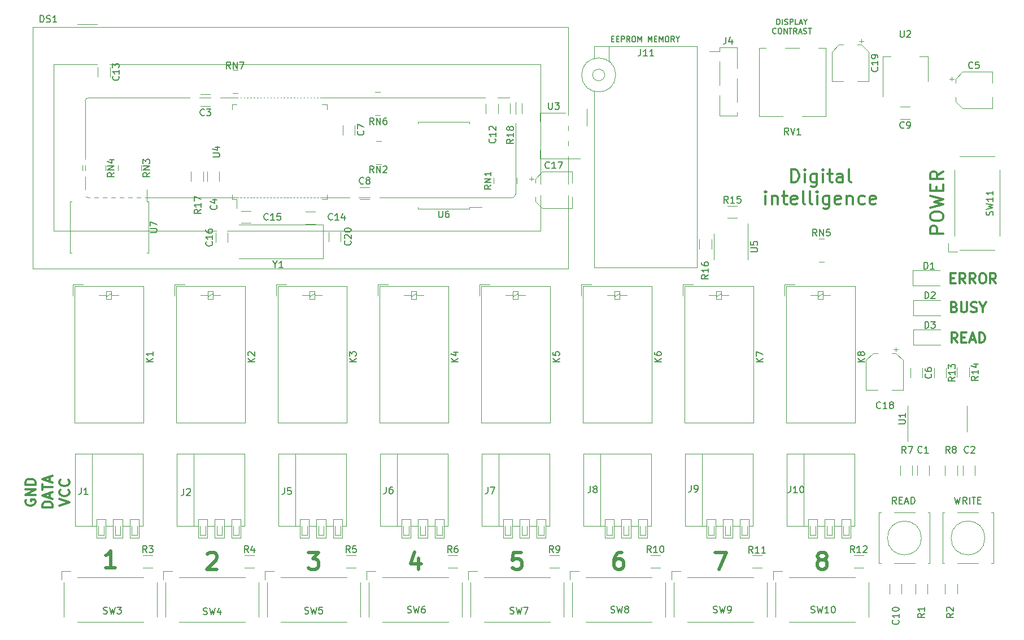
<source format=gto>
G04 #@! TF.GenerationSoftware,KiCad,Pcbnew,(5.1.9)-1*
G04 #@! TF.CreationDate,2021-06-10T17:57:30+03:00*
G04 #@! TF.ProjectId,OneWireReader,4f6e6557-6972-4655-9265-616465722e6b,rev?*
G04 #@! TF.SameCoordinates,Original*
G04 #@! TF.FileFunction,Legend,Top*
G04 #@! TF.FilePolarity,Positive*
%FSLAX46Y46*%
G04 Gerber Fmt 4.6, Leading zero omitted, Abs format (unit mm)*
G04 Created by KiCad (PCBNEW (5.1.9)-1) date 2021-06-10 17:57:30*
%MOMM*%
%LPD*%
G01*
G04 APERTURE LIST*
%ADD10C,0.300000*%
%ADD11C,0.500000*%
%ADD12C,0.152400*%
%ADD13C,0.120000*%
%ADD14C,0.150000*%
%ADD15C,2.600000*%
%ADD16C,2.100000*%
%ADD17C,1.600000*%
%ADD18R,1.600000X1.800000*%
%ADD19C,2.340000*%
%ADD20R,0.900000X0.400000*%
%ADD21R,0.400000X0.900000*%
%ADD22R,4.500000X2.000000*%
%ADD23R,2.000000X1.500000*%
%ADD24R,2.000000X3.800000*%
%ADD25R,1.500000X2.000000*%
%ADD26R,3.800000X2.000000*%
%ADD27C,1.700000*%
%ADD28C,2.000000*%
%ADD29C,1.397000*%
%ADD30O,2.000000X1.440000*%
%ADD31R,2.000000X1.440000*%
%ADD32R,2.510000X1.000000*%
%ADD33C,3.000000*%
%ADD34O,1.800000X2.600000*%
%ADD35R,1.800000X2.600000*%
G04 APERTURE END LIST*
D10*
X161989047Y-63770761D02*
X161989047Y-61770761D01*
X162465238Y-61770761D01*
X162750952Y-61866000D01*
X162941428Y-62056476D01*
X163036666Y-62246952D01*
X163131904Y-62627904D01*
X163131904Y-62913619D01*
X163036666Y-63294571D01*
X162941428Y-63485047D01*
X162750952Y-63675523D01*
X162465238Y-63770761D01*
X161989047Y-63770761D01*
X163989047Y-63770761D02*
X163989047Y-62437428D01*
X163989047Y-61770761D02*
X163893809Y-61866000D01*
X163989047Y-61961238D01*
X164084285Y-61866000D01*
X163989047Y-61770761D01*
X163989047Y-61961238D01*
X165798571Y-62437428D02*
X165798571Y-64056476D01*
X165703333Y-64246952D01*
X165608095Y-64342190D01*
X165417619Y-64437428D01*
X165131904Y-64437428D01*
X164941428Y-64342190D01*
X165798571Y-63675523D02*
X165608095Y-63770761D01*
X165227142Y-63770761D01*
X165036666Y-63675523D01*
X164941428Y-63580285D01*
X164846190Y-63389809D01*
X164846190Y-62818380D01*
X164941428Y-62627904D01*
X165036666Y-62532666D01*
X165227142Y-62437428D01*
X165608095Y-62437428D01*
X165798571Y-62532666D01*
X166750952Y-63770761D02*
X166750952Y-62437428D01*
X166750952Y-61770761D02*
X166655714Y-61866000D01*
X166750952Y-61961238D01*
X166846190Y-61866000D01*
X166750952Y-61770761D01*
X166750952Y-61961238D01*
X167417619Y-62437428D02*
X168179523Y-62437428D01*
X167703333Y-61770761D02*
X167703333Y-63485047D01*
X167798571Y-63675523D01*
X167989047Y-63770761D01*
X168179523Y-63770761D01*
X169703333Y-63770761D02*
X169703333Y-62723142D01*
X169608095Y-62532666D01*
X169417619Y-62437428D01*
X169036666Y-62437428D01*
X168846190Y-62532666D01*
X169703333Y-63675523D02*
X169512857Y-63770761D01*
X169036666Y-63770761D01*
X168846190Y-63675523D01*
X168750952Y-63485047D01*
X168750952Y-63294571D01*
X168846190Y-63104095D01*
X169036666Y-63008857D01*
X169512857Y-63008857D01*
X169703333Y-62913619D01*
X170941428Y-63770761D02*
X170750952Y-63675523D01*
X170655714Y-63485047D01*
X170655714Y-61770761D01*
X158131904Y-67070761D02*
X158131904Y-65737428D01*
X158131904Y-65070761D02*
X158036666Y-65166000D01*
X158131904Y-65261238D01*
X158227142Y-65166000D01*
X158131904Y-65070761D01*
X158131904Y-65261238D01*
X159084285Y-65737428D02*
X159084285Y-67070761D01*
X159084285Y-65927904D02*
X159179523Y-65832666D01*
X159370000Y-65737428D01*
X159655714Y-65737428D01*
X159846190Y-65832666D01*
X159941428Y-66023142D01*
X159941428Y-67070761D01*
X160608095Y-65737428D02*
X161370000Y-65737428D01*
X160893809Y-65070761D02*
X160893809Y-66785047D01*
X160989047Y-66975523D01*
X161179523Y-67070761D01*
X161370000Y-67070761D01*
X162798571Y-66975523D02*
X162608095Y-67070761D01*
X162227142Y-67070761D01*
X162036666Y-66975523D01*
X161941428Y-66785047D01*
X161941428Y-66023142D01*
X162036666Y-65832666D01*
X162227142Y-65737428D01*
X162608095Y-65737428D01*
X162798571Y-65832666D01*
X162893809Y-66023142D01*
X162893809Y-66213619D01*
X161941428Y-66404095D01*
X164036666Y-67070761D02*
X163846190Y-66975523D01*
X163750952Y-66785047D01*
X163750952Y-65070761D01*
X165084285Y-67070761D02*
X164893809Y-66975523D01*
X164798571Y-66785047D01*
X164798571Y-65070761D01*
X165846190Y-67070761D02*
X165846190Y-65737428D01*
X165846190Y-65070761D02*
X165750952Y-65166000D01*
X165846190Y-65261238D01*
X165941428Y-65166000D01*
X165846190Y-65070761D01*
X165846190Y-65261238D01*
X167655714Y-65737428D02*
X167655714Y-67356476D01*
X167560476Y-67546952D01*
X167465238Y-67642190D01*
X167274761Y-67737428D01*
X166989047Y-67737428D01*
X166798571Y-67642190D01*
X167655714Y-66975523D02*
X167465238Y-67070761D01*
X167084285Y-67070761D01*
X166893809Y-66975523D01*
X166798571Y-66880285D01*
X166703333Y-66689809D01*
X166703333Y-66118380D01*
X166798571Y-65927904D01*
X166893809Y-65832666D01*
X167084285Y-65737428D01*
X167465238Y-65737428D01*
X167655714Y-65832666D01*
X169370000Y-66975523D02*
X169179523Y-67070761D01*
X168798571Y-67070761D01*
X168608095Y-66975523D01*
X168512857Y-66785047D01*
X168512857Y-66023142D01*
X168608095Y-65832666D01*
X168798571Y-65737428D01*
X169179523Y-65737428D01*
X169370000Y-65832666D01*
X169465238Y-66023142D01*
X169465238Y-66213619D01*
X168512857Y-66404095D01*
X170322380Y-65737428D02*
X170322380Y-67070761D01*
X170322380Y-65927904D02*
X170417619Y-65832666D01*
X170608095Y-65737428D01*
X170893809Y-65737428D01*
X171084285Y-65832666D01*
X171179523Y-66023142D01*
X171179523Y-67070761D01*
X172989047Y-66975523D02*
X172798571Y-67070761D01*
X172417619Y-67070761D01*
X172227142Y-66975523D01*
X172131904Y-66880285D01*
X172036666Y-66689809D01*
X172036666Y-66118380D01*
X172131904Y-65927904D01*
X172227142Y-65832666D01*
X172417619Y-65737428D01*
X172798571Y-65737428D01*
X172989047Y-65832666D01*
X174608095Y-66975523D02*
X174417619Y-67070761D01*
X174036666Y-67070761D01*
X173846190Y-66975523D01*
X173750952Y-66785047D01*
X173750952Y-66023142D01*
X173846190Y-65832666D01*
X174036666Y-65737428D01*
X174417619Y-65737428D01*
X174608095Y-65832666D01*
X174703333Y-66023142D01*
X174703333Y-66213619D01*
X173750952Y-66404095D01*
X47246000Y-111378857D02*
X47174571Y-111521714D01*
X47174571Y-111736000D01*
X47246000Y-111950285D01*
X47388857Y-112093142D01*
X47531714Y-112164571D01*
X47817428Y-112236000D01*
X48031714Y-112236000D01*
X48317428Y-112164571D01*
X48460285Y-112093142D01*
X48603142Y-111950285D01*
X48674571Y-111736000D01*
X48674571Y-111593142D01*
X48603142Y-111378857D01*
X48531714Y-111307428D01*
X48031714Y-111307428D01*
X48031714Y-111593142D01*
X48674571Y-110664571D02*
X47174571Y-110664571D01*
X48674571Y-109807428D01*
X47174571Y-109807428D01*
X48674571Y-109093142D02*
X47174571Y-109093142D01*
X47174571Y-108736000D01*
X47246000Y-108521714D01*
X47388857Y-108378857D01*
X47531714Y-108307428D01*
X47817428Y-108236000D01*
X48031714Y-108236000D01*
X48317428Y-108307428D01*
X48460285Y-108378857D01*
X48603142Y-108521714D01*
X48674571Y-108736000D01*
X48674571Y-109093142D01*
X51224571Y-112486000D02*
X49724571Y-112486000D01*
X49724571Y-112128857D01*
X49796000Y-111914571D01*
X49938857Y-111771714D01*
X50081714Y-111700285D01*
X50367428Y-111628857D01*
X50581714Y-111628857D01*
X50867428Y-111700285D01*
X51010285Y-111771714D01*
X51153142Y-111914571D01*
X51224571Y-112128857D01*
X51224571Y-112486000D01*
X50796000Y-111057428D02*
X50796000Y-110343142D01*
X51224571Y-111200285D02*
X49724571Y-110700285D01*
X51224571Y-110200285D01*
X49724571Y-109914571D02*
X49724571Y-109057428D01*
X51224571Y-109486000D02*
X49724571Y-109486000D01*
X50796000Y-108628857D02*
X50796000Y-107914571D01*
X51224571Y-108771714D02*
X49724571Y-108271714D01*
X51224571Y-107771714D01*
X52274571Y-112236000D02*
X53774571Y-111736000D01*
X52274571Y-111236000D01*
X53631714Y-109878857D02*
X53703142Y-109950285D01*
X53774571Y-110164571D01*
X53774571Y-110307428D01*
X53703142Y-110521714D01*
X53560285Y-110664571D01*
X53417428Y-110736000D01*
X53131714Y-110807428D01*
X52917428Y-110807428D01*
X52631714Y-110736000D01*
X52488857Y-110664571D01*
X52346000Y-110521714D01*
X52274571Y-110307428D01*
X52274571Y-110164571D01*
X52346000Y-109950285D01*
X52417428Y-109878857D01*
X53631714Y-108378857D02*
X53703142Y-108450285D01*
X53774571Y-108664571D01*
X53774571Y-108807428D01*
X53703142Y-109021714D01*
X53560285Y-109164571D01*
X53417428Y-109236000D01*
X53131714Y-109307428D01*
X52917428Y-109307428D01*
X52631714Y-109236000D01*
X52488857Y-109164571D01*
X52346000Y-109021714D01*
X52274571Y-108807428D01*
X52274571Y-108664571D01*
X52346000Y-108450285D01*
X52417428Y-108378857D01*
D11*
X166385904Y-120352380D02*
X166147809Y-120233333D01*
X166028761Y-120114285D01*
X165909714Y-119876190D01*
X165909714Y-119757142D01*
X166028761Y-119519047D01*
X166147809Y-119400000D01*
X166385904Y-119280952D01*
X166862095Y-119280952D01*
X167100190Y-119400000D01*
X167219238Y-119519047D01*
X167338285Y-119757142D01*
X167338285Y-119876190D01*
X167219238Y-120114285D01*
X167100190Y-120233333D01*
X166862095Y-120352380D01*
X166385904Y-120352380D01*
X166147809Y-120471428D01*
X166028761Y-120590476D01*
X165909714Y-120828571D01*
X165909714Y-121304761D01*
X166028761Y-121542857D01*
X166147809Y-121661904D01*
X166385904Y-121780952D01*
X166862095Y-121780952D01*
X167100190Y-121661904D01*
X167219238Y-121542857D01*
X167338285Y-121304761D01*
X167338285Y-120828571D01*
X167219238Y-120590476D01*
X167100190Y-120471428D01*
X166862095Y-120352380D01*
X150550666Y-119280952D02*
X152217333Y-119280952D01*
X151145904Y-121780952D01*
X136620190Y-119280952D02*
X136144000Y-119280952D01*
X135905904Y-119400000D01*
X135786857Y-119519047D01*
X135548761Y-119876190D01*
X135429714Y-120352380D01*
X135429714Y-121304761D01*
X135548761Y-121542857D01*
X135667809Y-121661904D01*
X135905904Y-121780952D01*
X136382095Y-121780952D01*
X136620190Y-121661904D01*
X136739238Y-121542857D01*
X136858285Y-121304761D01*
X136858285Y-120709523D01*
X136739238Y-120471428D01*
X136620190Y-120352380D01*
X136382095Y-120233333D01*
X135905904Y-120233333D01*
X135667809Y-120352380D01*
X135548761Y-120471428D01*
X135429714Y-120709523D01*
X121499238Y-119280952D02*
X120308761Y-119280952D01*
X120189714Y-120471428D01*
X120308761Y-120352380D01*
X120546857Y-120233333D01*
X121142095Y-120233333D01*
X121380190Y-120352380D01*
X121499238Y-120471428D01*
X121618285Y-120709523D01*
X121618285Y-121304761D01*
X121499238Y-121542857D01*
X121380190Y-121661904D01*
X121142095Y-121780952D01*
X120546857Y-121780952D01*
X120308761Y-121661904D01*
X120189714Y-121542857D01*
X106140190Y-120114285D02*
X106140190Y-121780952D01*
X105544952Y-119161904D02*
X104949714Y-120947619D01*
X106497333Y-120947619D01*
X89590666Y-119280952D02*
X91138285Y-119280952D01*
X90304952Y-120233333D01*
X90662095Y-120233333D01*
X90900190Y-120352380D01*
X91019238Y-120471428D01*
X91138285Y-120709523D01*
X91138285Y-121304761D01*
X91019238Y-121542857D01*
X90900190Y-121661904D01*
X90662095Y-121780952D01*
X89947809Y-121780952D01*
X89709714Y-121661904D01*
X89590666Y-121542857D01*
X74469714Y-119519047D02*
X74588761Y-119400000D01*
X74826857Y-119280952D01*
X75422095Y-119280952D01*
X75660190Y-119400000D01*
X75779238Y-119519047D01*
X75898285Y-119757142D01*
X75898285Y-119995238D01*
X75779238Y-120352380D01*
X74350666Y-121780952D01*
X75898285Y-121780952D01*
X60658285Y-121526952D02*
X59229714Y-121526952D01*
X59944000Y-121526952D02*
X59944000Y-119026952D01*
X59705904Y-119384095D01*
X59467809Y-119622190D01*
X59229714Y-119741238D01*
D10*
X184800761Y-71421047D02*
X182800761Y-71421047D01*
X182800761Y-70659142D01*
X182896000Y-70468666D01*
X182991238Y-70373428D01*
X183181714Y-70278190D01*
X183467428Y-70278190D01*
X183657904Y-70373428D01*
X183753142Y-70468666D01*
X183848380Y-70659142D01*
X183848380Y-71421047D01*
X182800761Y-69040095D02*
X182800761Y-68659142D01*
X182896000Y-68468666D01*
X183086476Y-68278190D01*
X183467428Y-68182952D01*
X184134095Y-68182952D01*
X184515047Y-68278190D01*
X184705523Y-68468666D01*
X184800761Y-68659142D01*
X184800761Y-69040095D01*
X184705523Y-69230571D01*
X184515047Y-69421047D01*
X184134095Y-69516285D01*
X183467428Y-69516285D01*
X183086476Y-69421047D01*
X182896000Y-69230571D01*
X182800761Y-69040095D01*
X182800761Y-67516285D02*
X184800761Y-67040095D01*
X183372190Y-66659142D01*
X184800761Y-66278190D01*
X182800761Y-65802000D01*
X183753142Y-65040095D02*
X183753142Y-64373428D01*
X184800761Y-64087714D02*
X184800761Y-65040095D01*
X182800761Y-65040095D01*
X182800761Y-64087714D01*
X184800761Y-62087714D02*
X183848380Y-62754380D01*
X184800761Y-63230571D02*
X182800761Y-63230571D01*
X182800761Y-62468666D01*
X182896000Y-62278190D01*
X182991238Y-62182952D01*
X183181714Y-62087714D01*
X183467428Y-62087714D01*
X183657904Y-62182952D01*
X183753142Y-62278190D01*
X183848380Y-62468666D01*
X183848380Y-63230571D01*
D12*
X159826476Y-40067895D02*
X159826476Y-39255095D01*
X160020000Y-39255095D01*
X160136114Y-39293800D01*
X160213523Y-39371209D01*
X160252228Y-39448619D01*
X160290933Y-39603438D01*
X160290933Y-39719552D01*
X160252228Y-39874371D01*
X160213523Y-39951780D01*
X160136114Y-40029190D01*
X160020000Y-40067895D01*
X159826476Y-40067895D01*
X160639276Y-40067895D02*
X160639276Y-39255095D01*
X160987619Y-40029190D02*
X161103733Y-40067895D01*
X161297257Y-40067895D01*
X161374666Y-40029190D01*
X161413371Y-39990485D01*
X161452076Y-39913076D01*
X161452076Y-39835666D01*
X161413371Y-39758257D01*
X161374666Y-39719552D01*
X161297257Y-39680847D01*
X161142438Y-39642142D01*
X161065028Y-39603438D01*
X161026323Y-39564733D01*
X160987619Y-39487323D01*
X160987619Y-39409914D01*
X161026323Y-39332504D01*
X161065028Y-39293800D01*
X161142438Y-39255095D01*
X161335961Y-39255095D01*
X161452076Y-39293800D01*
X161800419Y-40067895D02*
X161800419Y-39255095D01*
X162110057Y-39255095D01*
X162187466Y-39293800D01*
X162226171Y-39332504D01*
X162264876Y-39409914D01*
X162264876Y-39526028D01*
X162226171Y-39603438D01*
X162187466Y-39642142D01*
X162110057Y-39680847D01*
X161800419Y-39680847D01*
X163000266Y-40067895D02*
X162613219Y-40067895D01*
X162613219Y-39255095D01*
X163232495Y-39835666D02*
X163619542Y-39835666D01*
X163155085Y-40067895D02*
X163426019Y-39255095D01*
X163696952Y-40067895D01*
X164122704Y-39680847D02*
X164122704Y-40067895D01*
X163851771Y-39255095D02*
X164122704Y-39680847D01*
X164393638Y-39255095D01*
X159691009Y-41362085D02*
X159652304Y-41400790D01*
X159536190Y-41439495D01*
X159458780Y-41439495D01*
X159342666Y-41400790D01*
X159265257Y-41323380D01*
X159226552Y-41245971D01*
X159187847Y-41091152D01*
X159187847Y-40975038D01*
X159226552Y-40820219D01*
X159265257Y-40742809D01*
X159342666Y-40665400D01*
X159458780Y-40626695D01*
X159536190Y-40626695D01*
X159652304Y-40665400D01*
X159691009Y-40704104D01*
X160194171Y-40626695D02*
X160348990Y-40626695D01*
X160426400Y-40665400D01*
X160503809Y-40742809D01*
X160542514Y-40897628D01*
X160542514Y-41168561D01*
X160503809Y-41323380D01*
X160426400Y-41400790D01*
X160348990Y-41439495D01*
X160194171Y-41439495D01*
X160116761Y-41400790D01*
X160039352Y-41323380D01*
X160000647Y-41168561D01*
X160000647Y-40897628D01*
X160039352Y-40742809D01*
X160116761Y-40665400D01*
X160194171Y-40626695D01*
X160890857Y-41439495D02*
X160890857Y-40626695D01*
X161355314Y-41439495D01*
X161355314Y-40626695D01*
X161626247Y-40626695D02*
X162090704Y-40626695D01*
X161858476Y-41439495D02*
X161858476Y-40626695D01*
X162826095Y-41439495D02*
X162555161Y-41052447D01*
X162361638Y-41439495D02*
X162361638Y-40626695D01*
X162671276Y-40626695D01*
X162748685Y-40665400D01*
X162787390Y-40704104D01*
X162826095Y-40781514D01*
X162826095Y-40897628D01*
X162787390Y-40975038D01*
X162748685Y-41013742D01*
X162671276Y-41052447D01*
X162361638Y-41052447D01*
X163135733Y-41207266D02*
X163522780Y-41207266D01*
X163058323Y-41439495D02*
X163329257Y-40626695D01*
X163600190Y-41439495D01*
X163832419Y-41400790D02*
X163948533Y-41439495D01*
X164142057Y-41439495D01*
X164219466Y-41400790D01*
X164258171Y-41362085D01*
X164296876Y-41284676D01*
X164296876Y-41207266D01*
X164258171Y-41129857D01*
X164219466Y-41091152D01*
X164142057Y-41052447D01*
X163987238Y-41013742D01*
X163909828Y-40975038D01*
X163871123Y-40936333D01*
X163832419Y-40858923D01*
X163832419Y-40781514D01*
X163871123Y-40704104D01*
X163909828Y-40665400D01*
X163987238Y-40626695D01*
X164180761Y-40626695D01*
X164296876Y-40665400D01*
X164529104Y-40626695D02*
X164993561Y-40626695D01*
X164761333Y-41439495D02*
X164761333Y-40626695D01*
D10*
X186860857Y-87800571D02*
X186360857Y-87086285D01*
X186003714Y-87800571D02*
X186003714Y-86300571D01*
X186575142Y-86300571D01*
X186718000Y-86372000D01*
X186789428Y-86443428D01*
X186860857Y-86586285D01*
X186860857Y-86800571D01*
X186789428Y-86943428D01*
X186718000Y-87014857D01*
X186575142Y-87086285D01*
X186003714Y-87086285D01*
X187503714Y-87014857D02*
X188003714Y-87014857D01*
X188218000Y-87800571D02*
X187503714Y-87800571D01*
X187503714Y-86300571D01*
X188218000Y-86300571D01*
X188789428Y-87372000D02*
X189503714Y-87372000D01*
X188646571Y-87800571D02*
X189146571Y-86300571D01*
X189646571Y-87800571D01*
X190146571Y-87800571D02*
X190146571Y-86300571D01*
X190503714Y-86300571D01*
X190718000Y-86372000D01*
X190860857Y-86514857D01*
X190932285Y-86657714D01*
X191003714Y-86943428D01*
X191003714Y-87157714D01*
X190932285Y-87443428D01*
X190860857Y-87586285D01*
X190718000Y-87729142D01*
X190503714Y-87800571D01*
X190146571Y-87800571D01*
X186432285Y-82442857D02*
X186646571Y-82514285D01*
X186718000Y-82585714D01*
X186789428Y-82728571D01*
X186789428Y-82942857D01*
X186718000Y-83085714D01*
X186646571Y-83157142D01*
X186503714Y-83228571D01*
X185932285Y-83228571D01*
X185932285Y-81728571D01*
X186432285Y-81728571D01*
X186575142Y-81800000D01*
X186646571Y-81871428D01*
X186718000Y-82014285D01*
X186718000Y-82157142D01*
X186646571Y-82300000D01*
X186575142Y-82371428D01*
X186432285Y-82442857D01*
X185932285Y-82442857D01*
X187432285Y-81728571D02*
X187432285Y-82942857D01*
X187503714Y-83085714D01*
X187575142Y-83157142D01*
X187718000Y-83228571D01*
X188003714Y-83228571D01*
X188146571Y-83157142D01*
X188218000Y-83085714D01*
X188289428Y-82942857D01*
X188289428Y-81728571D01*
X188932285Y-83157142D02*
X189146571Y-83228571D01*
X189503714Y-83228571D01*
X189646571Y-83157142D01*
X189718000Y-83085714D01*
X189789428Y-82942857D01*
X189789428Y-82800000D01*
X189718000Y-82657142D01*
X189646571Y-82585714D01*
X189503714Y-82514285D01*
X189218000Y-82442857D01*
X189075142Y-82371428D01*
X189003714Y-82300000D01*
X188932285Y-82157142D01*
X188932285Y-82014285D01*
X189003714Y-81871428D01*
X189075142Y-81800000D01*
X189218000Y-81728571D01*
X189575142Y-81728571D01*
X189789428Y-81800000D01*
X190718000Y-82514285D02*
X190718000Y-83228571D01*
X190218000Y-81728571D02*
X190718000Y-82514285D01*
X191218000Y-81728571D01*
X185872857Y-78124857D02*
X186372857Y-78124857D01*
X186587142Y-78910571D02*
X185872857Y-78910571D01*
X185872857Y-77410571D01*
X186587142Y-77410571D01*
X188087142Y-78910571D02*
X187587142Y-78196285D01*
X187230000Y-78910571D02*
X187230000Y-77410571D01*
X187801428Y-77410571D01*
X187944285Y-77482000D01*
X188015714Y-77553428D01*
X188087142Y-77696285D01*
X188087142Y-77910571D01*
X188015714Y-78053428D01*
X187944285Y-78124857D01*
X187801428Y-78196285D01*
X187230000Y-78196285D01*
X189587142Y-78910571D02*
X189087142Y-78196285D01*
X188730000Y-78910571D02*
X188730000Y-77410571D01*
X189301428Y-77410571D01*
X189444285Y-77482000D01*
X189515714Y-77553428D01*
X189587142Y-77696285D01*
X189587142Y-77910571D01*
X189515714Y-78053428D01*
X189444285Y-78124857D01*
X189301428Y-78196285D01*
X188730000Y-78196285D01*
X190515714Y-77410571D02*
X190801428Y-77410571D01*
X190944285Y-77482000D01*
X191087142Y-77624857D01*
X191158571Y-77910571D01*
X191158571Y-78410571D01*
X191087142Y-78696285D01*
X190944285Y-78839142D01*
X190801428Y-78910571D01*
X190515714Y-78910571D01*
X190372857Y-78839142D01*
X190230000Y-78696285D01*
X190158571Y-78410571D01*
X190158571Y-77910571D01*
X190230000Y-77624857D01*
X190372857Y-77482000D01*
X190515714Y-77410571D01*
X192658571Y-78910571D02*
X192158571Y-78196285D01*
X191801428Y-78910571D02*
X191801428Y-77410571D01*
X192372857Y-77410571D01*
X192515714Y-77482000D01*
X192587142Y-77553428D01*
X192658571Y-77696285D01*
X192658571Y-77910571D01*
X192587142Y-78053428D01*
X192515714Y-78124857D01*
X192372857Y-78196285D01*
X191801428Y-78196285D01*
D12*
X135049380Y-42232942D02*
X135320314Y-42232942D01*
X135436428Y-42658695D02*
X135049380Y-42658695D01*
X135049380Y-41845895D01*
X135436428Y-41845895D01*
X135784771Y-42232942D02*
X136055704Y-42232942D01*
X136171819Y-42658695D02*
X135784771Y-42658695D01*
X135784771Y-41845895D01*
X136171819Y-41845895D01*
X136520161Y-42658695D02*
X136520161Y-41845895D01*
X136829800Y-41845895D01*
X136907209Y-41884600D01*
X136945914Y-41923304D01*
X136984619Y-42000714D01*
X136984619Y-42116828D01*
X136945914Y-42194238D01*
X136907209Y-42232942D01*
X136829800Y-42271647D01*
X136520161Y-42271647D01*
X137797419Y-42658695D02*
X137526485Y-42271647D01*
X137332961Y-42658695D02*
X137332961Y-41845895D01*
X137642600Y-41845895D01*
X137720009Y-41884600D01*
X137758714Y-41923304D01*
X137797419Y-42000714D01*
X137797419Y-42116828D01*
X137758714Y-42194238D01*
X137720009Y-42232942D01*
X137642600Y-42271647D01*
X137332961Y-42271647D01*
X138300580Y-41845895D02*
X138455400Y-41845895D01*
X138532809Y-41884600D01*
X138610219Y-41962009D01*
X138648923Y-42116828D01*
X138648923Y-42387761D01*
X138610219Y-42542580D01*
X138532809Y-42619990D01*
X138455400Y-42658695D01*
X138300580Y-42658695D01*
X138223171Y-42619990D01*
X138145761Y-42542580D01*
X138107057Y-42387761D01*
X138107057Y-42116828D01*
X138145761Y-41962009D01*
X138223171Y-41884600D01*
X138300580Y-41845895D01*
X138997266Y-42658695D02*
X138997266Y-41845895D01*
X139268200Y-42426466D01*
X139539133Y-41845895D01*
X139539133Y-42658695D01*
X140545457Y-42658695D02*
X140545457Y-41845895D01*
X140816390Y-42426466D01*
X141087323Y-41845895D01*
X141087323Y-42658695D01*
X141474371Y-42232942D02*
X141745304Y-42232942D01*
X141861419Y-42658695D02*
X141474371Y-42658695D01*
X141474371Y-41845895D01*
X141861419Y-41845895D01*
X142209761Y-42658695D02*
X142209761Y-41845895D01*
X142480695Y-42426466D01*
X142751628Y-41845895D01*
X142751628Y-42658695D01*
X143293495Y-41845895D02*
X143448314Y-41845895D01*
X143525723Y-41884600D01*
X143603133Y-41962009D01*
X143641838Y-42116828D01*
X143641838Y-42387761D01*
X143603133Y-42542580D01*
X143525723Y-42619990D01*
X143448314Y-42658695D01*
X143293495Y-42658695D01*
X143216085Y-42619990D01*
X143138676Y-42542580D01*
X143099971Y-42387761D01*
X143099971Y-42116828D01*
X143138676Y-41962009D01*
X143216085Y-41884600D01*
X143293495Y-41845895D01*
X144454638Y-42658695D02*
X144183704Y-42271647D01*
X143990180Y-42658695D02*
X143990180Y-41845895D01*
X144299819Y-41845895D01*
X144377228Y-41884600D01*
X144415933Y-41923304D01*
X144454638Y-42000714D01*
X144454638Y-42116828D01*
X144415933Y-42194238D01*
X144377228Y-42232942D01*
X144299819Y-42271647D01*
X143990180Y-42271647D01*
X144957800Y-42271647D02*
X144957800Y-42658695D01*
X144686866Y-41845895D02*
X144957800Y-42271647D01*
X145228733Y-41845895D01*
D13*
X161000000Y-80750000D02*
X161000000Y-79030000D01*
X161000000Y-79030000D02*
X162500000Y-79030000D01*
X161250000Y-99800000D02*
X161250000Y-79280000D01*
X161250000Y-79280000D02*
X171570000Y-79280000D01*
X171570000Y-79280000D02*
X171570000Y-99800000D01*
X171570000Y-99800000D02*
X161250000Y-99800000D01*
X166000000Y-80650000D02*
X164900000Y-80650000D01*
X166700000Y-80650000D02*
X167800000Y-80650000D01*
X166000000Y-80850000D02*
X166700000Y-80450000D01*
X166000000Y-80050000D02*
X166000000Y-81250000D01*
X166000000Y-81250000D02*
X166700000Y-81250000D01*
X166700000Y-81250000D02*
X166700000Y-80050000D01*
X166700000Y-80050000D02*
X166000000Y-80050000D01*
X180293000Y-88130000D02*
X184353000Y-88130000D01*
X180293000Y-85860000D02*
X180293000Y-88130000D01*
X184353000Y-85860000D02*
X180293000Y-85860000D01*
X180293000Y-83685000D02*
X184353000Y-83685000D01*
X180293000Y-81415000D02*
X180293000Y-83685000D01*
X184353000Y-81415000D02*
X180293000Y-81415000D01*
X180166000Y-79240000D02*
X184226000Y-79240000D01*
X180166000Y-76970000D02*
X180166000Y-79240000D01*
X184226000Y-76970000D02*
X180166000Y-76970000D01*
X160714000Y-53808000D02*
X157119000Y-53808000D01*
X167160000Y-53808000D02*
X163564000Y-53808000D01*
X158214000Y-43568000D02*
X157119000Y-43568000D01*
X163213000Y-43568000D02*
X161064000Y-43568000D01*
X167160000Y-43568000D02*
X166065000Y-43568000D01*
X157119000Y-43568000D02*
X157119000Y-53808000D01*
X167160000Y-43568000D02*
X167160000Y-53808000D01*
X78213000Y-50361000D02*
X79013000Y-50361000D01*
X78213000Y-46921000D02*
X79013000Y-46921000D01*
X99589000Y-53668000D02*
X100389000Y-53668000D01*
X99589000Y-50228000D02*
X100389000Y-50228000D01*
X166897000Y-72194000D02*
X166097000Y-72194000D01*
X166897000Y-75634000D02*
X166097000Y-75634000D01*
X59164000Y-62000000D02*
X59164000Y-61200000D01*
X55724000Y-62000000D02*
X55724000Y-61200000D01*
X64498000Y-62000000D02*
X64498000Y-61200000D01*
X61058000Y-62000000D02*
X61058000Y-61200000D01*
X100516000Y-57594000D02*
X99716000Y-57594000D01*
X100516000Y-61034000D02*
X99716000Y-61034000D01*
X117406000Y-63100000D02*
X117406000Y-63900000D01*
X120846000Y-63100000D02*
X120846000Y-63900000D01*
X79190000Y-75194000D02*
X91790000Y-75194000D01*
X91790000Y-75194000D02*
X91790000Y-70094000D01*
X91790000Y-70094000D02*
X79190000Y-70094000D01*
X53845000Y-70490000D02*
X53845000Y-74350000D01*
X53845000Y-74350000D02*
X54090000Y-74350000D01*
X53845000Y-70490000D02*
X53845000Y-66630000D01*
X53845000Y-66630000D02*
X54090000Y-66630000D01*
X65615000Y-70490000D02*
X65615000Y-74350000D01*
X65615000Y-74350000D02*
X65370000Y-74350000D01*
X65615000Y-70490000D02*
X65615000Y-66630000D01*
X65615000Y-66630000D02*
X65370000Y-66630000D01*
X65370000Y-66630000D02*
X65370000Y-64815000D01*
X109895000Y-54709000D02*
X106035000Y-54709000D01*
X106035000Y-54709000D02*
X106035000Y-54944000D01*
X109895000Y-54709000D02*
X113755000Y-54709000D01*
X113755000Y-54709000D02*
X113755000Y-54944000D01*
X109895000Y-67729000D02*
X106035000Y-67729000D01*
X106035000Y-67729000D02*
X106035000Y-67494000D01*
X109895000Y-67729000D02*
X113755000Y-67729000D01*
X113755000Y-67729000D02*
X113755000Y-67494000D01*
X113755000Y-67494000D02*
X115570000Y-67494000D01*
X150388000Y-73411000D02*
X150388000Y-75361000D01*
X150388000Y-73411000D02*
X150388000Y-71461000D01*
X155508000Y-73411000D02*
X155508000Y-75361000D01*
X155508000Y-73411000D02*
X155508000Y-69961000D01*
X92367000Y-52777000D02*
X92367000Y-52077000D01*
X92367000Y-52077000D02*
X91667000Y-52077000D01*
X92367000Y-65597000D02*
X92367000Y-66297000D01*
X92367000Y-66297000D02*
X91667000Y-66297000D01*
X78147000Y-52777000D02*
X78147000Y-52077000D01*
X78147000Y-52077000D02*
X78847000Y-52077000D01*
X78147000Y-65597000D02*
X78147000Y-66297000D01*
X78147000Y-66297000D02*
X78847000Y-66297000D01*
X78847000Y-66297000D02*
X78847000Y-67662000D01*
X124328000Y-53359000D02*
X124328000Y-54619000D01*
X124328000Y-60179000D02*
X124328000Y-58919000D01*
X128088000Y-53359000D02*
X124328000Y-53359000D01*
X130338000Y-60179000D02*
X124328000Y-60179000D01*
X182480000Y-44826000D02*
X181220000Y-44826000D01*
X175660000Y-44826000D02*
X176920000Y-44826000D01*
X182480000Y-48586000D02*
X182480000Y-44826000D01*
X175660000Y-50836000D02*
X175660000Y-44826000D01*
X188331000Y-99187000D02*
X188331000Y-97237000D01*
X188331000Y-99187000D02*
X188331000Y-101137000D01*
X179461000Y-99187000D02*
X179461000Y-97237000D01*
X179461000Y-99187000D02*
X179461000Y-102637000D01*
X185545000Y-74166000D02*
X185545000Y-72866000D01*
X186845000Y-74166000D02*
X185545000Y-74166000D01*
X193195000Y-61916000D02*
X193195000Y-71816000D01*
X186495000Y-71816000D02*
X186495000Y-61916000D01*
X192445000Y-73866000D02*
X187245000Y-73866000D01*
X187245000Y-59866000D02*
X192445000Y-59866000D01*
X159300000Y-122050000D02*
X160600000Y-122050000D01*
X159300000Y-123350000D02*
X159300000Y-122050000D01*
X171550000Y-129700000D02*
X161650000Y-129700000D01*
X161650000Y-123000000D02*
X171550000Y-123000000D01*
X159600000Y-128950000D02*
X159600000Y-123750000D01*
X173600000Y-123750000D02*
X173600000Y-128950000D01*
X144060000Y-122050000D02*
X145360000Y-122050000D01*
X144060000Y-123350000D02*
X144060000Y-122050000D01*
X156310000Y-129700000D02*
X146410000Y-129700000D01*
X146410000Y-123000000D02*
X156310000Y-123000000D01*
X144360000Y-128950000D02*
X144360000Y-123750000D01*
X158360000Y-123750000D02*
X158360000Y-128950000D01*
X128820000Y-122050000D02*
X130120000Y-122050000D01*
X128820000Y-123350000D02*
X128820000Y-122050000D01*
X141070000Y-129700000D02*
X131170000Y-129700000D01*
X131170000Y-123000000D02*
X141070000Y-123000000D01*
X129120000Y-128950000D02*
X129120000Y-123750000D01*
X143120000Y-123750000D02*
X143120000Y-128950000D01*
X113580000Y-122050000D02*
X114880000Y-122050000D01*
X113580000Y-123350000D02*
X113580000Y-122050000D01*
X125830000Y-129700000D02*
X115930000Y-129700000D01*
X115930000Y-123000000D02*
X125830000Y-123000000D01*
X113880000Y-128950000D02*
X113880000Y-123750000D01*
X127880000Y-123750000D02*
X127880000Y-128950000D01*
X98340000Y-122050000D02*
X99640000Y-122050000D01*
X98340000Y-123350000D02*
X98340000Y-122050000D01*
X110590000Y-129700000D02*
X100690000Y-129700000D01*
X100690000Y-123000000D02*
X110590000Y-123000000D01*
X98640000Y-128950000D02*
X98640000Y-123750000D01*
X112640000Y-123750000D02*
X112640000Y-128950000D01*
X83100000Y-122050000D02*
X84400000Y-122050000D01*
X83100000Y-123350000D02*
X83100000Y-122050000D01*
X95350000Y-129700000D02*
X85450000Y-129700000D01*
X85450000Y-123000000D02*
X95350000Y-123000000D01*
X83400000Y-128950000D02*
X83400000Y-123750000D01*
X97400000Y-123750000D02*
X97400000Y-128950000D01*
X67860000Y-122050000D02*
X69160000Y-122050000D01*
X67860000Y-123350000D02*
X67860000Y-122050000D01*
X80110000Y-129700000D02*
X70210000Y-129700000D01*
X70210000Y-123000000D02*
X80110000Y-123000000D01*
X68160000Y-128950000D02*
X68160000Y-123750000D01*
X82160000Y-123750000D02*
X82160000Y-128950000D01*
X52620000Y-122050000D02*
X53920000Y-122050000D01*
X52620000Y-123350000D02*
X52620000Y-122050000D01*
X64870000Y-129700000D02*
X54970000Y-129700000D01*
X54970000Y-123000000D02*
X64870000Y-123000000D01*
X52920000Y-128950000D02*
X52920000Y-123750000D01*
X66920000Y-123750000D02*
X66920000Y-128950000D01*
X192278000Y-113284000D02*
X192278000Y-120904000D01*
X192278000Y-120904000D02*
X191978000Y-120904000D01*
X184658000Y-120904000D02*
X184658000Y-113284000D01*
X192278000Y-113284000D02*
X191978000Y-113284000D01*
X190038000Y-120904000D02*
X186898000Y-120904000D01*
X190038000Y-113284000D02*
X186898000Y-113284000D01*
X184958000Y-120904000D02*
X184658000Y-120904000D01*
X184958000Y-113284000D02*
X184658000Y-113284000D01*
X191008000Y-117094000D02*
G75*
G03*
X191008000Y-117094000I-2540000J0D01*
G01*
X175133000Y-120904000D02*
X175133000Y-113284000D01*
X175133000Y-113284000D02*
X175433000Y-113284000D01*
X182753000Y-113284000D02*
X182753000Y-120904000D01*
X175133000Y-120904000D02*
X175433000Y-120904000D01*
X177373000Y-113284000D02*
X180513000Y-113284000D01*
X177373000Y-120904000D02*
X180513000Y-120904000D01*
X182453000Y-113284000D02*
X182753000Y-113284000D01*
X182453000Y-120904000D02*
X182753000Y-120904000D01*
X181483000Y-117094000D02*
G75*
G03*
X181483000Y-117094000I-2540000J0D01*
G01*
X121623500Y-51914436D02*
X121623500Y-53368564D01*
X119803500Y-51914436D02*
X119803500Y-53368564D01*
X73808000Y-62137936D02*
X73808000Y-63592064D01*
X71988000Y-62137936D02*
X71988000Y-63592064D01*
X148188000Y-73752064D02*
X148188000Y-72297936D01*
X150008000Y-73752064D02*
X150008000Y-72297936D01*
X152434936Y-67289000D02*
X153889064Y-67289000D01*
X152434936Y-69109000D02*
X153889064Y-69109000D01*
X188616000Y-91474936D02*
X188616000Y-92929064D01*
X186796000Y-91474936D02*
X186796000Y-92929064D01*
X185187000Y-91601936D02*
X185187000Y-93056064D01*
X183367000Y-91601936D02*
X183367000Y-93056064D01*
X171357936Y-119740000D02*
X172812064Y-119740000D01*
X171357936Y-121560000D02*
X172812064Y-121560000D01*
X157572064Y-121560000D02*
X156117936Y-121560000D01*
X157572064Y-119740000D02*
X156117936Y-119740000D01*
X140877936Y-119740000D02*
X142332064Y-119740000D01*
X140877936Y-121560000D02*
X142332064Y-121560000D01*
X125764936Y-119740000D02*
X127219064Y-119740000D01*
X125764936Y-121560000D02*
X127219064Y-121560000D01*
X185018000Y-107661064D02*
X185018000Y-106206936D01*
X186838000Y-107661064D02*
X186838000Y-106206936D01*
X180827000Y-107661064D02*
X180827000Y-106206936D01*
X182647000Y-107661064D02*
X182647000Y-106206936D01*
X110524936Y-119740000D02*
X111979064Y-119740000D01*
X110524936Y-121560000D02*
X111979064Y-121560000D01*
X95284936Y-119740000D02*
X96739064Y-119740000D01*
X95284936Y-121560000D02*
X96739064Y-121560000D01*
X80044936Y-119740000D02*
X81499064Y-119740000D01*
X80044936Y-121560000D02*
X81499064Y-121560000D01*
X64804936Y-119740000D02*
X66259064Y-119740000D01*
X64804936Y-121560000D02*
X66259064Y-121560000D01*
X186838000Y-123986936D02*
X186838000Y-125441064D01*
X185018000Y-123986936D02*
X185018000Y-125441064D01*
X182393000Y-123986936D02*
X182393000Y-125441064D01*
X180573000Y-123986936D02*
X180573000Y-125441064D01*
X145760000Y-80750000D02*
X145760000Y-79030000D01*
X145760000Y-79030000D02*
X147260000Y-79030000D01*
X146010000Y-99800000D02*
X146010000Y-79280000D01*
X146010000Y-79280000D02*
X156330000Y-79280000D01*
X156330000Y-79280000D02*
X156330000Y-99800000D01*
X156330000Y-99800000D02*
X146010000Y-99800000D01*
X150760000Y-80650000D02*
X149660000Y-80650000D01*
X151460000Y-80650000D02*
X152560000Y-80650000D01*
X150760000Y-80850000D02*
X151460000Y-80450000D01*
X150760000Y-80050000D02*
X150760000Y-81250000D01*
X150760000Y-81250000D02*
X151460000Y-81250000D01*
X151460000Y-81250000D02*
X151460000Y-80050000D01*
X151460000Y-80050000D02*
X150760000Y-80050000D01*
X130520000Y-80750000D02*
X130520000Y-79030000D01*
X130520000Y-79030000D02*
X132020000Y-79030000D01*
X130770000Y-99800000D02*
X130770000Y-79280000D01*
X130770000Y-79280000D02*
X141090000Y-79280000D01*
X141090000Y-79280000D02*
X141090000Y-99800000D01*
X141090000Y-99800000D02*
X130770000Y-99800000D01*
X135520000Y-80650000D02*
X134420000Y-80650000D01*
X136220000Y-80650000D02*
X137320000Y-80650000D01*
X135520000Y-80850000D02*
X136220000Y-80450000D01*
X135520000Y-80050000D02*
X135520000Y-81250000D01*
X135520000Y-81250000D02*
X136220000Y-81250000D01*
X136220000Y-81250000D02*
X136220000Y-80050000D01*
X136220000Y-80050000D02*
X135520000Y-80050000D01*
X115280000Y-80750000D02*
X115280000Y-79030000D01*
X115280000Y-79030000D02*
X116780000Y-79030000D01*
X115530000Y-99800000D02*
X115530000Y-79280000D01*
X115530000Y-79280000D02*
X125850000Y-79280000D01*
X125850000Y-79280000D02*
X125850000Y-99800000D01*
X125850000Y-99800000D02*
X115530000Y-99800000D01*
X120280000Y-80650000D02*
X119180000Y-80650000D01*
X120980000Y-80650000D02*
X122080000Y-80650000D01*
X120280000Y-80850000D02*
X120980000Y-80450000D01*
X120280000Y-80050000D02*
X120280000Y-81250000D01*
X120280000Y-81250000D02*
X120980000Y-81250000D01*
X120980000Y-81250000D02*
X120980000Y-80050000D01*
X120980000Y-80050000D02*
X120280000Y-80050000D01*
X100040000Y-80750000D02*
X100040000Y-79030000D01*
X100040000Y-79030000D02*
X101540000Y-79030000D01*
X100290000Y-99800000D02*
X100290000Y-79280000D01*
X100290000Y-79280000D02*
X110610000Y-79280000D01*
X110610000Y-79280000D02*
X110610000Y-99800000D01*
X110610000Y-99800000D02*
X100290000Y-99800000D01*
X105040000Y-80650000D02*
X103940000Y-80650000D01*
X105740000Y-80650000D02*
X106840000Y-80650000D01*
X105040000Y-80850000D02*
X105740000Y-80450000D01*
X105040000Y-80050000D02*
X105040000Y-81250000D01*
X105040000Y-81250000D02*
X105740000Y-81250000D01*
X105740000Y-81250000D02*
X105740000Y-80050000D01*
X105740000Y-80050000D02*
X105040000Y-80050000D01*
X84800000Y-80750000D02*
X84800000Y-79030000D01*
X84800000Y-79030000D02*
X86300000Y-79030000D01*
X85050000Y-99800000D02*
X85050000Y-79280000D01*
X85050000Y-79280000D02*
X95370000Y-79280000D01*
X95370000Y-79280000D02*
X95370000Y-99800000D01*
X95370000Y-99800000D02*
X85050000Y-99800000D01*
X89800000Y-80650000D02*
X88700000Y-80650000D01*
X90500000Y-80650000D02*
X91600000Y-80650000D01*
X89800000Y-80850000D02*
X90500000Y-80450000D01*
X89800000Y-80050000D02*
X89800000Y-81250000D01*
X89800000Y-81250000D02*
X90500000Y-81250000D01*
X90500000Y-81250000D02*
X90500000Y-80050000D01*
X90500000Y-80050000D02*
X89800000Y-80050000D01*
X69560000Y-80750000D02*
X69560000Y-79030000D01*
X69560000Y-79030000D02*
X71060000Y-79030000D01*
X69810000Y-99800000D02*
X69810000Y-79280000D01*
X69810000Y-79280000D02*
X80130000Y-79280000D01*
X80130000Y-79280000D02*
X80130000Y-99800000D01*
X80130000Y-99800000D02*
X69810000Y-99800000D01*
X74560000Y-80650000D02*
X73460000Y-80650000D01*
X75260000Y-80650000D02*
X76360000Y-80650000D01*
X74560000Y-80850000D02*
X75260000Y-80450000D01*
X74560000Y-80050000D02*
X74560000Y-81250000D01*
X74560000Y-81250000D02*
X75260000Y-81250000D01*
X75260000Y-81250000D02*
X75260000Y-80050000D01*
X75260000Y-80050000D02*
X74560000Y-80050000D01*
X54320000Y-80750000D02*
X54320000Y-79030000D01*
X54320000Y-79030000D02*
X55820000Y-79030000D01*
X54570000Y-99800000D02*
X54570000Y-79280000D01*
X54570000Y-79280000D02*
X64890000Y-79280000D01*
X64890000Y-79280000D02*
X64890000Y-99800000D01*
X64890000Y-99800000D02*
X54570000Y-99800000D01*
X59320000Y-80650000D02*
X58220000Y-80650000D01*
X60020000Y-80650000D02*
X61120000Y-80650000D01*
X59320000Y-80850000D02*
X60020000Y-80450000D01*
X59320000Y-80050000D02*
X59320000Y-81250000D01*
X59320000Y-81250000D02*
X60020000Y-81250000D01*
X60020000Y-81250000D02*
X60020000Y-80050000D01*
X60020000Y-80050000D02*
X59320000Y-80050000D01*
X135661000Y-47630000D02*
G75*
G03*
X135661000Y-47630000I-2550000J0D01*
G01*
X134011000Y-47630000D02*
G75*
G03*
X134011000Y-47630000I-900000J0D01*
G01*
X132421000Y-50080000D02*
X132421000Y-76520000D01*
X132421000Y-76520000D02*
X147821000Y-76520000D01*
X147821000Y-76520000D02*
X147821000Y-43320000D01*
X147821000Y-43320000D02*
X132421000Y-43320000D01*
X132421000Y-43320000D02*
X132421000Y-45180000D01*
X134661000Y-43320000D02*
X134661000Y-45580000D01*
X131361000Y-55250000D02*
X131361000Y-52710000D01*
X171490000Y-109860000D02*
X171490000Y-115260000D01*
X171490000Y-115260000D02*
X171490000Y-109860000D01*
X171490000Y-109860000D02*
X171490000Y-104460000D01*
X171490000Y-104460000D02*
X161330000Y-104460000D01*
X164490000Y-115260000D02*
X161330000Y-115260000D01*
X161330000Y-115260000D02*
X161330000Y-104460000D01*
X163870000Y-104460000D02*
X163870000Y-115260000D01*
X170890000Y-114260000D02*
X170890000Y-117060000D01*
X169490000Y-114260000D02*
X169490000Y-117060000D01*
X166990000Y-114260000D02*
X166990000Y-117060000D01*
X168390000Y-114260000D02*
X168390000Y-117060000D01*
X164490000Y-114260000D02*
X164490000Y-117060000D01*
X165890000Y-114260000D02*
X165890000Y-117060000D01*
X170890000Y-117060000D02*
X169490000Y-117060000D01*
X168390000Y-117060000D02*
X166990000Y-117060000D01*
X165890000Y-117060000D02*
X164490000Y-117060000D01*
X170590000Y-115260000D02*
X170590000Y-116660000D01*
X170590000Y-116660000D02*
X169790000Y-116660000D01*
X169790000Y-116660000D02*
X169790000Y-115260000D01*
X168090000Y-115260000D02*
X168090000Y-116660000D01*
X168090000Y-116660000D02*
X167290000Y-116660000D01*
X167290000Y-116660000D02*
X167290000Y-115260000D01*
X165590000Y-115260000D02*
X165590000Y-116660000D01*
X165590000Y-116660000D02*
X164790000Y-116660000D01*
X164790000Y-116660000D02*
X164790000Y-115260000D01*
X165890000Y-115260000D02*
X166990000Y-115260000D01*
X168390000Y-115260000D02*
X169490000Y-115260000D01*
X170890000Y-115260000D02*
X171490000Y-115260000D01*
X170890000Y-114260000D02*
X169490000Y-114260000D01*
X166990000Y-114260000D02*
X168390000Y-114260000D01*
X165890000Y-114260000D02*
X164490000Y-114260000D01*
X156250000Y-109860000D02*
X156250000Y-115260000D01*
X156250000Y-115260000D02*
X156250000Y-109860000D01*
X156250000Y-109860000D02*
X156250000Y-104460000D01*
X156250000Y-104460000D02*
X146090000Y-104460000D01*
X149250000Y-115260000D02*
X146090000Y-115260000D01*
X146090000Y-115260000D02*
X146090000Y-104460000D01*
X148630000Y-104460000D02*
X148630000Y-115260000D01*
X155650000Y-114260000D02*
X155650000Y-117060000D01*
X154250000Y-114260000D02*
X154250000Y-117060000D01*
X151750000Y-114260000D02*
X151750000Y-117060000D01*
X153150000Y-114260000D02*
X153150000Y-117060000D01*
X149250000Y-114260000D02*
X149250000Y-117060000D01*
X150650000Y-114260000D02*
X150650000Y-117060000D01*
X155650000Y-117060000D02*
X154250000Y-117060000D01*
X153150000Y-117060000D02*
X151750000Y-117060000D01*
X150650000Y-117060000D02*
X149250000Y-117060000D01*
X155350000Y-115260000D02*
X155350000Y-116660000D01*
X155350000Y-116660000D02*
X154550000Y-116660000D01*
X154550000Y-116660000D02*
X154550000Y-115260000D01*
X152850000Y-115260000D02*
X152850000Y-116660000D01*
X152850000Y-116660000D02*
X152050000Y-116660000D01*
X152050000Y-116660000D02*
X152050000Y-115260000D01*
X150350000Y-115260000D02*
X150350000Y-116660000D01*
X150350000Y-116660000D02*
X149550000Y-116660000D01*
X149550000Y-116660000D02*
X149550000Y-115260000D01*
X150650000Y-115260000D02*
X151750000Y-115260000D01*
X153150000Y-115260000D02*
X154250000Y-115260000D01*
X155650000Y-115260000D02*
X156250000Y-115260000D01*
X155650000Y-114260000D02*
X154250000Y-114260000D01*
X151750000Y-114260000D02*
X153150000Y-114260000D01*
X150650000Y-114260000D02*
X149250000Y-114260000D01*
X141010000Y-109860000D02*
X141010000Y-115260000D01*
X141010000Y-115260000D02*
X141010000Y-109860000D01*
X141010000Y-109860000D02*
X141010000Y-104460000D01*
X141010000Y-104460000D02*
X130850000Y-104460000D01*
X134010000Y-115260000D02*
X130850000Y-115260000D01*
X130850000Y-115260000D02*
X130850000Y-104460000D01*
X133390000Y-104460000D02*
X133390000Y-115260000D01*
X140410000Y-114260000D02*
X140410000Y-117060000D01*
X139010000Y-114260000D02*
X139010000Y-117060000D01*
X136510000Y-114260000D02*
X136510000Y-117060000D01*
X137910000Y-114260000D02*
X137910000Y-117060000D01*
X134010000Y-114260000D02*
X134010000Y-117060000D01*
X135410000Y-114260000D02*
X135410000Y-117060000D01*
X140410000Y-117060000D02*
X139010000Y-117060000D01*
X137910000Y-117060000D02*
X136510000Y-117060000D01*
X135410000Y-117060000D02*
X134010000Y-117060000D01*
X140110000Y-115260000D02*
X140110000Y-116660000D01*
X140110000Y-116660000D02*
X139310000Y-116660000D01*
X139310000Y-116660000D02*
X139310000Y-115260000D01*
X137610000Y-115260000D02*
X137610000Y-116660000D01*
X137610000Y-116660000D02*
X136810000Y-116660000D01*
X136810000Y-116660000D02*
X136810000Y-115260000D01*
X135110000Y-115260000D02*
X135110000Y-116660000D01*
X135110000Y-116660000D02*
X134310000Y-116660000D01*
X134310000Y-116660000D02*
X134310000Y-115260000D01*
X135410000Y-115260000D02*
X136510000Y-115260000D01*
X137910000Y-115260000D02*
X139010000Y-115260000D01*
X140410000Y-115260000D02*
X141010000Y-115260000D01*
X140410000Y-114260000D02*
X139010000Y-114260000D01*
X136510000Y-114260000D02*
X137910000Y-114260000D01*
X135410000Y-114260000D02*
X134010000Y-114260000D01*
X125770000Y-109860000D02*
X125770000Y-115260000D01*
X125770000Y-115260000D02*
X125770000Y-109860000D01*
X125770000Y-109860000D02*
X125770000Y-104460000D01*
X125770000Y-104460000D02*
X115610000Y-104460000D01*
X118770000Y-115260000D02*
X115610000Y-115260000D01*
X115610000Y-115260000D02*
X115610000Y-104460000D01*
X118150000Y-104460000D02*
X118150000Y-115260000D01*
X125170000Y-114260000D02*
X125170000Y-117060000D01*
X123770000Y-114260000D02*
X123770000Y-117060000D01*
X121270000Y-114260000D02*
X121270000Y-117060000D01*
X122670000Y-114260000D02*
X122670000Y-117060000D01*
X118770000Y-114260000D02*
X118770000Y-117060000D01*
X120170000Y-114260000D02*
X120170000Y-117060000D01*
X125170000Y-117060000D02*
X123770000Y-117060000D01*
X122670000Y-117060000D02*
X121270000Y-117060000D01*
X120170000Y-117060000D02*
X118770000Y-117060000D01*
X124870000Y-115260000D02*
X124870000Y-116660000D01*
X124870000Y-116660000D02*
X124070000Y-116660000D01*
X124070000Y-116660000D02*
X124070000Y-115260000D01*
X122370000Y-115260000D02*
X122370000Y-116660000D01*
X122370000Y-116660000D02*
X121570000Y-116660000D01*
X121570000Y-116660000D02*
X121570000Y-115260000D01*
X119870000Y-115260000D02*
X119870000Y-116660000D01*
X119870000Y-116660000D02*
X119070000Y-116660000D01*
X119070000Y-116660000D02*
X119070000Y-115260000D01*
X120170000Y-115260000D02*
X121270000Y-115260000D01*
X122670000Y-115260000D02*
X123770000Y-115260000D01*
X125170000Y-115260000D02*
X125770000Y-115260000D01*
X125170000Y-114260000D02*
X123770000Y-114260000D01*
X121270000Y-114260000D02*
X122670000Y-114260000D01*
X120170000Y-114260000D02*
X118770000Y-114260000D01*
X110530000Y-109860000D02*
X110530000Y-115260000D01*
X110530000Y-115260000D02*
X110530000Y-109860000D01*
X110530000Y-109860000D02*
X110530000Y-104460000D01*
X110530000Y-104460000D02*
X100370000Y-104460000D01*
X103530000Y-115260000D02*
X100370000Y-115260000D01*
X100370000Y-115260000D02*
X100370000Y-104460000D01*
X102910000Y-104460000D02*
X102910000Y-115260000D01*
X109930000Y-114260000D02*
X109930000Y-117060000D01*
X108530000Y-114260000D02*
X108530000Y-117060000D01*
X106030000Y-114260000D02*
X106030000Y-117060000D01*
X107430000Y-114260000D02*
X107430000Y-117060000D01*
X103530000Y-114260000D02*
X103530000Y-117060000D01*
X104930000Y-114260000D02*
X104930000Y-117060000D01*
X109930000Y-117060000D02*
X108530000Y-117060000D01*
X107430000Y-117060000D02*
X106030000Y-117060000D01*
X104930000Y-117060000D02*
X103530000Y-117060000D01*
X109630000Y-115260000D02*
X109630000Y-116660000D01*
X109630000Y-116660000D02*
X108830000Y-116660000D01*
X108830000Y-116660000D02*
X108830000Y-115260000D01*
X107130000Y-115260000D02*
X107130000Y-116660000D01*
X107130000Y-116660000D02*
X106330000Y-116660000D01*
X106330000Y-116660000D02*
X106330000Y-115260000D01*
X104630000Y-115260000D02*
X104630000Y-116660000D01*
X104630000Y-116660000D02*
X103830000Y-116660000D01*
X103830000Y-116660000D02*
X103830000Y-115260000D01*
X104930000Y-115260000D02*
X106030000Y-115260000D01*
X107430000Y-115260000D02*
X108530000Y-115260000D01*
X109930000Y-115260000D02*
X110530000Y-115260000D01*
X109930000Y-114260000D02*
X108530000Y-114260000D01*
X106030000Y-114260000D02*
X107430000Y-114260000D01*
X104930000Y-114260000D02*
X103530000Y-114260000D01*
X95290000Y-109860000D02*
X95290000Y-115260000D01*
X95290000Y-115260000D02*
X95290000Y-109860000D01*
X95290000Y-109860000D02*
X95290000Y-104460000D01*
X95290000Y-104460000D02*
X85130000Y-104460000D01*
X88290000Y-115260000D02*
X85130000Y-115260000D01*
X85130000Y-115260000D02*
X85130000Y-104460000D01*
X87670000Y-104460000D02*
X87670000Y-115260000D01*
X94690000Y-114260000D02*
X94690000Y-117060000D01*
X93290000Y-114260000D02*
X93290000Y-117060000D01*
X90790000Y-114260000D02*
X90790000Y-117060000D01*
X92190000Y-114260000D02*
X92190000Y-117060000D01*
X88290000Y-114260000D02*
X88290000Y-117060000D01*
X89690000Y-114260000D02*
X89690000Y-117060000D01*
X94690000Y-117060000D02*
X93290000Y-117060000D01*
X92190000Y-117060000D02*
X90790000Y-117060000D01*
X89690000Y-117060000D02*
X88290000Y-117060000D01*
X94390000Y-115260000D02*
X94390000Y-116660000D01*
X94390000Y-116660000D02*
X93590000Y-116660000D01*
X93590000Y-116660000D02*
X93590000Y-115260000D01*
X91890000Y-115260000D02*
X91890000Y-116660000D01*
X91890000Y-116660000D02*
X91090000Y-116660000D01*
X91090000Y-116660000D02*
X91090000Y-115260000D01*
X89390000Y-115260000D02*
X89390000Y-116660000D01*
X89390000Y-116660000D02*
X88590000Y-116660000D01*
X88590000Y-116660000D02*
X88590000Y-115260000D01*
X89690000Y-115260000D02*
X90790000Y-115260000D01*
X92190000Y-115260000D02*
X93290000Y-115260000D01*
X94690000Y-115260000D02*
X95290000Y-115260000D01*
X94690000Y-114260000D02*
X93290000Y-114260000D01*
X90790000Y-114260000D02*
X92190000Y-114260000D01*
X89690000Y-114260000D02*
X88290000Y-114260000D01*
X151197000Y-43501000D02*
X153857000Y-43501000D01*
X151197000Y-53781000D02*
X153857000Y-53781000D01*
X153857000Y-43501000D02*
X153857000Y-46611000D01*
X151197000Y-44071000D02*
X149677000Y-44071000D01*
X151197000Y-43501000D02*
X151197000Y-44071000D01*
X153857000Y-53211000D02*
X153857000Y-53781000D01*
X153857000Y-48131000D02*
X153857000Y-51691000D01*
X151197000Y-45591000D02*
X151197000Y-49151000D01*
X151197000Y-50671000D02*
X151197000Y-53781000D01*
X80050000Y-109860000D02*
X80050000Y-115260000D01*
X80050000Y-115260000D02*
X80050000Y-109860000D01*
X80050000Y-109860000D02*
X80050000Y-104460000D01*
X80050000Y-104460000D02*
X69890000Y-104460000D01*
X73050000Y-115260000D02*
X69890000Y-115260000D01*
X69890000Y-115260000D02*
X69890000Y-104460000D01*
X72430000Y-104460000D02*
X72430000Y-115260000D01*
X79450000Y-114260000D02*
X79450000Y-117060000D01*
X78050000Y-114260000D02*
X78050000Y-117060000D01*
X75550000Y-114260000D02*
X75550000Y-117060000D01*
X76950000Y-114260000D02*
X76950000Y-117060000D01*
X73050000Y-114260000D02*
X73050000Y-117060000D01*
X74450000Y-114260000D02*
X74450000Y-117060000D01*
X79450000Y-117060000D02*
X78050000Y-117060000D01*
X76950000Y-117060000D02*
X75550000Y-117060000D01*
X74450000Y-117060000D02*
X73050000Y-117060000D01*
X79150000Y-115260000D02*
X79150000Y-116660000D01*
X79150000Y-116660000D02*
X78350000Y-116660000D01*
X78350000Y-116660000D02*
X78350000Y-115260000D01*
X76650000Y-115260000D02*
X76650000Y-116660000D01*
X76650000Y-116660000D02*
X75850000Y-116660000D01*
X75850000Y-116660000D02*
X75850000Y-115260000D01*
X74150000Y-115260000D02*
X74150000Y-116660000D01*
X74150000Y-116660000D02*
X73350000Y-116660000D01*
X73350000Y-116660000D02*
X73350000Y-115260000D01*
X74450000Y-115260000D02*
X75550000Y-115260000D01*
X76950000Y-115260000D02*
X78050000Y-115260000D01*
X79450000Y-115260000D02*
X80050000Y-115260000D01*
X79450000Y-114260000D02*
X78050000Y-114260000D01*
X75550000Y-114260000D02*
X76950000Y-114260000D01*
X74450000Y-114260000D02*
X73050000Y-114260000D01*
X64810000Y-109860000D02*
X64810000Y-115260000D01*
X64810000Y-115260000D02*
X64810000Y-109860000D01*
X64810000Y-109860000D02*
X64810000Y-104460000D01*
X64810000Y-104460000D02*
X54650000Y-104460000D01*
X57810000Y-115260000D02*
X54650000Y-115260000D01*
X54650000Y-115260000D02*
X54650000Y-104460000D01*
X57190000Y-104460000D02*
X57190000Y-115260000D01*
X64210000Y-114260000D02*
X64210000Y-117060000D01*
X62810000Y-114260000D02*
X62810000Y-117060000D01*
X60310000Y-114260000D02*
X60310000Y-117060000D01*
X61710000Y-114260000D02*
X61710000Y-117060000D01*
X57810000Y-114260000D02*
X57810000Y-117060000D01*
X59210000Y-114260000D02*
X59210000Y-117060000D01*
X64210000Y-117060000D02*
X62810000Y-117060000D01*
X61710000Y-117060000D02*
X60310000Y-117060000D01*
X59210000Y-117060000D02*
X57810000Y-117060000D01*
X63910000Y-115260000D02*
X63910000Y-116660000D01*
X63910000Y-116660000D02*
X63110000Y-116660000D01*
X63110000Y-116660000D02*
X63110000Y-115260000D01*
X61410000Y-115260000D02*
X61410000Y-116660000D01*
X61410000Y-116660000D02*
X60610000Y-116660000D01*
X60610000Y-116660000D02*
X60610000Y-115260000D01*
X58910000Y-115260000D02*
X58910000Y-116660000D01*
X58910000Y-116660000D02*
X58110000Y-116660000D01*
X58110000Y-116660000D02*
X58110000Y-115260000D01*
X59210000Y-115260000D02*
X60310000Y-115260000D01*
X61710000Y-115260000D02*
X62810000Y-115260000D01*
X64210000Y-115260000D02*
X64810000Y-115260000D01*
X64210000Y-114260000D02*
X62810000Y-114260000D01*
X60310000Y-114260000D02*
X61710000Y-114260000D01*
X59210000Y-114260000D02*
X57810000Y-114260000D01*
X48288000Y-76698000D02*
X128568000Y-76698000D01*
X128568000Y-76698000D02*
X128568000Y-40418000D01*
X128568000Y-40418000D02*
X49088000Y-40418000D01*
X48288000Y-40418000D02*
X48288000Y-76698000D01*
X48298000Y-40418000D02*
X49088000Y-40418000D01*
X54928000Y-40058000D02*
X57928000Y-40058000D01*
X56628000Y-51058000D02*
X120128000Y-51058000D01*
X56128280Y-65557320D02*
X56128280Y-51558000D01*
X120128660Y-66058000D02*
X56628000Y-66058000D01*
X120628000Y-51558000D02*
X120628000Y-65558000D01*
X51428000Y-46058000D02*
X124428000Y-46058000D01*
X124428000Y-46058000D02*
X124428000Y-71058000D01*
X124428000Y-71058000D02*
X51428000Y-71058000D01*
X51428000Y-71058000D02*
X51428000Y-46058000D01*
X56628660Y-51056460D02*
G75*
G03*
X56128280Y-51556840I0J-500380D01*
G01*
X56128280Y-65557320D02*
G75*
G03*
X56628660Y-66057700I500380J0D01*
G01*
X120128660Y-66057700D02*
G75*
G03*
X120629040Y-65557320I0J500380D01*
G01*
X120628000Y-51558000D02*
G75*
G03*
X120128000Y-51058000I-500000J0D01*
G01*
X92602000Y-72598252D02*
X92602000Y-71175748D01*
X94422000Y-72598252D02*
X94422000Y-71175748D01*
X168055000Y-48607000D02*
X169755000Y-48607000D01*
X173575000Y-48607000D02*
X171875000Y-48607000D01*
X173575000Y-44151437D02*
X173575000Y-48607000D01*
X168055000Y-44151437D02*
X168055000Y-48607000D01*
X169119437Y-43087000D02*
X169755000Y-43087000D01*
X172510563Y-43087000D02*
X171875000Y-43087000D01*
X172510563Y-43087000D02*
X173575000Y-44151437D01*
X169119437Y-43087000D02*
X168055000Y-44151437D01*
X172500000Y-42222000D02*
X172500000Y-42847000D01*
X172812500Y-42534500D02*
X172187500Y-42534500D01*
X173198500Y-94898500D02*
X174898500Y-94898500D01*
X178718500Y-94898500D02*
X177018500Y-94898500D01*
X178718500Y-90442937D02*
X178718500Y-94898500D01*
X173198500Y-90442937D02*
X173198500Y-94898500D01*
X174262937Y-89378500D02*
X174898500Y-89378500D01*
X177654063Y-89378500D02*
X177018500Y-89378500D01*
X177654063Y-89378500D02*
X178718500Y-90442937D01*
X174262937Y-89378500D02*
X173198500Y-90442937D01*
X177643500Y-88513500D02*
X177643500Y-89138500D01*
X177956000Y-88826000D02*
X177331000Y-88826000D01*
X129125000Y-67657000D02*
X129125000Y-65957000D01*
X129125000Y-62137000D02*
X129125000Y-63837000D01*
X124669437Y-62137000D02*
X129125000Y-62137000D01*
X124669437Y-67657000D02*
X129125000Y-67657000D01*
X123605000Y-66592563D02*
X123605000Y-65957000D01*
X123605000Y-63201437D02*
X123605000Y-63837000D01*
X123605000Y-63201437D02*
X124669437Y-62137000D01*
X123605000Y-66592563D02*
X124669437Y-67657000D01*
X122740000Y-63212000D02*
X123365000Y-63212000D01*
X123052500Y-62899500D02*
X123052500Y-63524500D01*
X75711000Y-72725252D02*
X75711000Y-71302748D01*
X77531000Y-72725252D02*
X77531000Y-71302748D01*
X80975252Y-69871000D02*
X79552748Y-69871000D01*
X80975252Y-68051000D02*
X79552748Y-68051000D01*
X90627252Y-69998000D02*
X89204748Y-69998000D01*
X90627252Y-68178000D02*
X89204748Y-68178000D01*
X59838000Y-46469248D02*
X59838000Y-47891752D01*
X58018000Y-46469248D02*
X58018000Y-47891752D01*
X118004000Y-51993748D02*
X118004000Y-53416252D01*
X116184000Y-51993748D02*
X116184000Y-53416252D01*
X176699500Y-125425252D02*
X176699500Y-124002748D01*
X178519500Y-125425252D02*
X178519500Y-124002748D01*
X179781252Y-54250000D02*
X178358748Y-54250000D01*
X179781252Y-52430000D02*
X178358748Y-52430000D01*
X97332748Y-64495000D02*
X98755252Y-64495000D01*
X97332748Y-66315000D02*
X98755252Y-66315000D01*
X96541000Y-55168748D02*
X96541000Y-56591252D01*
X94721000Y-55168748D02*
X94721000Y-56591252D01*
X181631000Y-91617748D02*
X181631000Y-93040252D01*
X179811000Y-91617748D02*
X179811000Y-93040252D01*
X192117000Y-52671000D02*
X192117000Y-50971000D01*
X192117000Y-47151000D02*
X192117000Y-48851000D01*
X187661437Y-47151000D02*
X192117000Y-47151000D01*
X187661437Y-52671000D02*
X192117000Y-52671000D01*
X186597000Y-51606563D02*
X186597000Y-50971000D01*
X186597000Y-48215437D02*
X186597000Y-48851000D01*
X186597000Y-48215437D02*
X187661437Y-47151000D01*
X186597000Y-51606563D02*
X187661437Y-52671000D01*
X185732000Y-48226000D02*
X186357000Y-48226000D01*
X186044500Y-47913500D02*
X186044500Y-48538500D01*
X74401000Y-63576252D02*
X74401000Y-62153748D01*
X76221000Y-63576252D02*
X76221000Y-62153748D01*
X74879252Y-52345000D02*
X73456748Y-52345000D01*
X74879252Y-50525000D02*
X73456748Y-50525000D01*
X189505000Y-106222748D02*
X189505000Y-107645252D01*
X187685000Y-106222748D02*
X187685000Y-107645252D01*
X180107000Y-106222748D02*
X180107000Y-107645252D01*
X178287000Y-106222748D02*
X178287000Y-107645252D01*
D14*
X172952380Y-90688095D02*
X171952380Y-90688095D01*
X172952380Y-90116666D02*
X172380952Y-90545238D01*
X171952380Y-90116666D02*
X172523809Y-90688095D01*
X172380952Y-89545238D02*
X172333333Y-89640476D01*
X172285714Y-89688095D01*
X172190476Y-89735714D01*
X172142857Y-89735714D01*
X172047619Y-89688095D01*
X172000000Y-89640476D01*
X171952380Y-89545238D01*
X171952380Y-89354761D01*
X172000000Y-89259523D01*
X172047619Y-89211904D01*
X172142857Y-89164285D01*
X172190476Y-89164285D01*
X172285714Y-89211904D01*
X172333333Y-89259523D01*
X172380952Y-89354761D01*
X172380952Y-89545238D01*
X172428571Y-89640476D01*
X172476190Y-89688095D01*
X172571428Y-89735714D01*
X172761904Y-89735714D01*
X172857142Y-89688095D01*
X172904761Y-89640476D01*
X172952380Y-89545238D01*
X172952380Y-89354761D01*
X172904761Y-89259523D01*
X172857142Y-89211904D01*
X172761904Y-89164285D01*
X172571428Y-89164285D01*
X172476190Y-89211904D01*
X172428571Y-89259523D01*
X172380952Y-89354761D01*
X182014904Y-85627380D02*
X182014904Y-84627380D01*
X182253000Y-84627380D01*
X182395857Y-84675000D01*
X182491095Y-84770238D01*
X182538714Y-84865476D01*
X182586333Y-85055952D01*
X182586333Y-85198809D01*
X182538714Y-85389285D01*
X182491095Y-85484523D01*
X182395857Y-85579761D01*
X182253000Y-85627380D01*
X182014904Y-85627380D01*
X182919666Y-84627380D02*
X183538714Y-84627380D01*
X183205380Y-85008333D01*
X183348238Y-85008333D01*
X183443476Y-85055952D01*
X183491095Y-85103571D01*
X183538714Y-85198809D01*
X183538714Y-85436904D01*
X183491095Y-85532142D01*
X183443476Y-85579761D01*
X183348238Y-85627380D01*
X183062523Y-85627380D01*
X182967285Y-85579761D01*
X182919666Y-85532142D01*
X182014904Y-81182380D02*
X182014904Y-80182380D01*
X182253000Y-80182380D01*
X182395857Y-80230000D01*
X182491095Y-80325238D01*
X182538714Y-80420476D01*
X182586333Y-80610952D01*
X182586333Y-80753809D01*
X182538714Y-80944285D01*
X182491095Y-81039523D01*
X182395857Y-81134761D01*
X182253000Y-81182380D01*
X182014904Y-81182380D01*
X182967285Y-80277619D02*
X183014904Y-80230000D01*
X183110142Y-80182380D01*
X183348238Y-80182380D01*
X183443476Y-80230000D01*
X183491095Y-80277619D01*
X183538714Y-80372857D01*
X183538714Y-80468095D01*
X183491095Y-80610952D01*
X182919666Y-81182380D01*
X183538714Y-81182380D01*
X181887904Y-76737380D02*
X181887904Y-75737380D01*
X182126000Y-75737380D01*
X182268857Y-75785000D01*
X182364095Y-75880238D01*
X182411714Y-75975476D01*
X182459333Y-76165952D01*
X182459333Y-76308809D01*
X182411714Y-76499285D01*
X182364095Y-76594523D01*
X182268857Y-76689761D01*
X182126000Y-76737380D01*
X181887904Y-76737380D01*
X183411714Y-76737380D02*
X182840285Y-76737380D01*
X183126000Y-76737380D02*
X183126000Y-75737380D01*
X183030761Y-75880238D01*
X182935523Y-75975476D01*
X182840285Y-76023095D01*
X161583761Y-56586380D02*
X161250428Y-56110190D01*
X161012333Y-56586380D02*
X161012333Y-55586380D01*
X161393285Y-55586380D01*
X161488523Y-55634000D01*
X161536142Y-55681619D01*
X161583761Y-55776857D01*
X161583761Y-55919714D01*
X161536142Y-56014952D01*
X161488523Y-56062571D01*
X161393285Y-56110190D01*
X161012333Y-56110190D01*
X161869476Y-55586380D02*
X162202809Y-56586380D01*
X162536142Y-55586380D01*
X163393285Y-56586380D02*
X162821857Y-56586380D01*
X163107571Y-56586380D02*
X163107571Y-55586380D01*
X163012333Y-55729238D01*
X162917095Y-55824476D01*
X162821857Y-55872095D01*
X77922523Y-46680380D02*
X77589190Y-46204190D01*
X77351095Y-46680380D02*
X77351095Y-45680380D01*
X77732047Y-45680380D01*
X77827285Y-45728000D01*
X77874904Y-45775619D01*
X77922523Y-45870857D01*
X77922523Y-46013714D01*
X77874904Y-46108952D01*
X77827285Y-46156571D01*
X77732047Y-46204190D01*
X77351095Y-46204190D01*
X78351095Y-46680380D02*
X78351095Y-45680380D01*
X78922523Y-46680380D01*
X78922523Y-45680380D01*
X79303476Y-45680380D02*
X79970142Y-45680380D01*
X79541571Y-46680380D01*
X99385523Y-55062380D02*
X99052190Y-54586190D01*
X98814095Y-55062380D02*
X98814095Y-54062380D01*
X99195047Y-54062380D01*
X99290285Y-54110000D01*
X99337904Y-54157619D01*
X99385523Y-54252857D01*
X99385523Y-54395714D01*
X99337904Y-54490952D01*
X99290285Y-54538571D01*
X99195047Y-54586190D01*
X98814095Y-54586190D01*
X99814095Y-55062380D02*
X99814095Y-54062380D01*
X100385523Y-55062380D01*
X100385523Y-54062380D01*
X101290285Y-54062380D02*
X101099809Y-54062380D01*
X101004571Y-54110000D01*
X100956952Y-54157619D01*
X100861714Y-54300476D01*
X100814095Y-54490952D01*
X100814095Y-54871904D01*
X100861714Y-54967142D01*
X100909333Y-55014761D01*
X101004571Y-55062380D01*
X101195047Y-55062380D01*
X101290285Y-55014761D01*
X101337904Y-54967142D01*
X101385523Y-54871904D01*
X101385523Y-54633809D01*
X101337904Y-54538571D01*
X101290285Y-54490952D01*
X101195047Y-54443333D01*
X101004571Y-54443333D01*
X100909333Y-54490952D01*
X100861714Y-54538571D01*
X100814095Y-54633809D01*
X165806523Y-71766380D02*
X165473190Y-71290190D01*
X165235095Y-71766380D02*
X165235095Y-70766380D01*
X165616047Y-70766380D01*
X165711285Y-70814000D01*
X165758904Y-70861619D01*
X165806523Y-70956857D01*
X165806523Y-71099714D01*
X165758904Y-71194952D01*
X165711285Y-71242571D01*
X165616047Y-71290190D01*
X165235095Y-71290190D01*
X166235095Y-71766380D02*
X166235095Y-70766380D01*
X166806523Y-71766380D01*
X166806523Y-70766380D01*
X167758904Y-70766380D02*
X167282714Y-70766380D01*
X167235095Y-71242571D01*
X167282714Y-71194952D01*
X167377952Y-71147333D01*
X167616047Y-71147333D01*
X167711285Y-71194952D01*
X167758904Y-71242571D01*
X167806523Y-71337809D01*
X167806523Y-71575904D01*
X167758904Y-71671142D01*
X167711285Y-71718761D01*
X167616047Y-71766380D01*
X167377952Y-71766380D01*
X167282714Y-71718761D01*
X167235095Y-71671142D01*
X60496380Y-62290476D02*
X60020190Y-62623809D01*
X60496380Y-62861904D02*
X59496380Y-62861904D01*
X59496380Y-62480952D01*
X59544000Y-62385714D01*
X59591619Y-62338095D01*
X59686857Y-62290476D01*
X59829714Y-62290476D01*
X59924952Y-62338095D01*
X59972571Y-62385714D01*
X60020190Y-62480952D01*
X60020190Y-62861904D01*
X60496380Y-61861904D02*
X59496380Y-61861904D01*
X60496380Y-61290476D01*
X59496380Y-61290476D01*
X59829714Y-60385714D02*
X60496380Y-60385714D01*
X59448761Y-60623809D02*
X60163047Y-60861904D01*
X60163047Y-60242857D01*
X65830380Y-62290476D02*
X65354190Y-62623809D01*
X65830380Y-62861904D02*
X64830380Y-62861904D01*
X64830380Y-62480952D01*
X64878000Y-62385714D01*
X64925619Y-62338095D01*
X65020857Y-62290476D01*
X65163714Y-62290476D01*
X65258952Y-62338095D01*
X65306571Y-62385714D01*
X65354190Y-62480952D01*
X65354190Y-62861904D01*
X65830380Y-61861904D02*
X64830380Y-61861904D01*
X65830380Y-61290476D01*
X64830380Y-61290476D01*
X64830380Y-60909523D02*
X64830380Y-60290476D01*
X65211333Y-60623809D01*
X65211333Y-60480952D01*
X65258952Y-60385714D01*
X65306571Y-60338095D01*
X65401809Y-60290476D01*
X65639904Y-60290476D01*
X65735142Y-60338095D01*
X65782761Y-60385714D01*
X65830380Y-60480952D01*
X65830380Y-60766666D01*
X65782761Y-60861904D01*
X65735142Y-60909523D01*
X99385523Y-62301380D02*
X99052190Y-61825190D01*
X98814095Y-62301380D02*
X98814095Y-61301380D01*
X99195047Y-61301380D01*
X99290285Y-61349000D01*
X99337904Y-61396619D01*
X99385523Y-61491857D01*
X99385523Y-61634714D01*
X99337904Y-61729952D01*
X99290285Y-61777571D01*
X99195047Y-61825190D01*
X98814095Y-61825190D01*
X99814095Y-62301380D02*
X99814095Y-61301380D01*
X100385523Y-62301380D01*
X100385523Y-61301380D01*
X100814095Y-61396619D02*
X100861714Y-61349000D01*
X100956952Y-61301380D01*
X101195047Y-61301380D01*
X101290285Y-61349000D01*
X101337904Y-61396619D01*
X101385523Y-61491857D01*
X101385523Y-61587095D01*
X101337904Y-61729952D01*
X100766476Y-62301380D01*
X101385523Y-62301380D01*
X116978380Y-64190476D02*
X116502190Y-64523809D01*
X116978380Y-64761904D02*
X115978380Y-64761904D01*
X115978380Y-64380952D01*
X116026000Y-64285714D01*
X116073619Y-64238095D01*
X116168857Y-64190476D01*
X116311714Y-64190476D01*
X116406952Y-64238095D01*
X116454571Y-64285714D01*
X116502190Y-64380952D01*
X116502190Y-64761904D01*
X116978380Y-63761904D02*
X115978380Y-63761904D01*
X116978380Y-63190476D01*
X115978380Y-63190476D01*
X116978380Y-62190476D02*
X116978380Y-62761904D01*
X116978380Y-62476190D02*
X115978380Y-62476190D01*
X116121238Y-62571428D01*
X116216476Y-62666666D01*
X116264095Y-62761904D01*
X84613809Y-76049190D02*
X84613809Y-76525380D01*
X84280476Y-75525380D02*
X84613809Y-76049190D01*
X84947142Y-75525380D01*
X85804285Y-76525380D02*
X85232857Y-76525380D01*
X85518571Y-76525380D02*
X85518571Y-75525380D01*
X85423333Y-75668238D01*
X85328095Y-75763476D01*
X85232857Y-75811095D01*
X65902380Y-71251904D02*
X66711904Y-71251904D01*
X66807142Y-71204285D01*
X66854761Y-71156666D01*
X66902380Y-71061428D01*
X66902380Y-70870952D01*
X66854761Y-70775714D01*
X66807142Y-70728095D01*
X66711904Y-70680476D01*
X65902380Y-70680476D01*
X65902380Y-70299523D02*
X65902380Y-69632857D01*
X66902380Y-70061428D01*
X109133095Y-68021380D02*
X109133095Y-68830904D01*
X109180714Y-68926142D01*
X109228333Y-68973761D01*
X109323571Y-69021380D01*
X109514047Y-69021380D01*
X109609285Y-68973761D01*
X109656904Y-68926142D01*
X109704523Y-68830904D01*
X109704523Y-68021380D01*
X110609285Y-68021380D02*
X110418809Y-68021380D01*
X110323571Y-68069000D01*
X110275952Y-68116619D01*
X110180714Y-68259476D01*
X110133095Y-68449952D01*
X110133095Y-68830904D01*
X110180714Y-68926142D01*
X110228333Y-68973761D01*
X110323571Y-69021380D01*
X110514047Y-69021380D01*
X110609285Y-68973761D01*
X110656904Y-68926142D01*
X110704523Y-68830904D01*
X110704523Y-68592809D01*
X110656904Y-68497571D01*
X110609285Y-68449952D01*
X110514047Y-68402333D01*
X110323571Y-68402333D01*
X110228333Y-68449952D01*
X110180714Y-68497571D01*
X110133095Y-68592809D01*
X155916380Y-74167904D02*
X156725904Y-74167904D01*
X156821142Y-74120285D01*
X156868761Y-74072666D01*
X156916380Y-73977428D01*
X156916380Y-73786952D01*
X156868761Y-73691714D01*
X156821142Y-73644095D01*
X156725904Y-73596476D01*
X155916380Y-73596476D01*
X155916380Y-72644095D02*
X155916380Y-73120285D01*
X156392571Y-73167904D01*
X156344952Y-73120285D01*
X156297333Y-73025047D01*
X156297333Y-72786952D01*
X156344952Y-72691714D01*
X156392571Y-72644095D01*
X156487809Y-72596476D01*
X156725904Y-72596476D01*
X156821142Y-72644095D01*
X156868761Y-72691714D01*
X156916380Y-72786952D01*
X156916380Y-73025047D01*
X156868761Y-73120285D01*
X156821142Y-73167904D01*
X75289380Y-59948904D02*
X76098904Y-59948904D01*
X76194142Y-59901285D01*
X76241761Y-59853666D01*
X76289380Y-59758428D01*
X76289380Y-59567952D01*
X76241761Y-59472714D01*
X76194142Y-59425095D01*
X76098904Y-59377476D01*
X75289380Y-59377476D01*
X75622714Y-58472714D02*
X76289380Y-58472714D01*
X75241761Y-58710809D02*
X75956047Y-58948904D01*
X75956047Y-58329857D01*
X125603095Y-51776380D02*
X125603095Y-52585904D01*
X125650714Y-52681142D01*
X125698333Y-52728761D01*
X125793571Y-52776380D01*
X125984047Y-52776380D01*
X126079285Y-52728761D01*
X126126904Y-52681142D01*
X126174523Y-52585904D01*
X126174523Y-51776380D01*
X126555476Y-51776380D02*
X127174523Y-51776380D01*
X126841190Y-52157333D01*
X126984047Y-52157333D01*
X127079285Y-52204952D01*
X127126904Y-52252571D01*
X127174523Y-52347809D01*
X127174523Y-52585904D01*
X127126904Y-52681142D01*
X127079285Y-52728761D01*
X126984047Y-52776380D01*
X126698333Y-52776380D01*
X126603095Y-52728761D01*
X126555476Y-52681142D01*
X178308095Y-40981380D02*
X178308095Y-41790904D01*
X178355714Y-41886142D01*
X178403333Y-41933761D01*
X178498571Y-41981380D01*
X178689047Y-41981380D01*
X178784285Y-41933761D01*
X178831904Y-41886142D01*
X178879523Y-41790904D01*
X178879523Y-40981380D01*
X179308095Y-41076619D02*
X179355714Y-41029000D01*
X179450952Y-40981380D01*
X179689047Y-40981380D01*
X179784285Y-41029000D01*
X179831904Y-41076619D01*
X179879523Y-41171857D01*
X179879523Y-41267095D01*
X179831904Y-41409952D01*
X179260476Y-41981380D01*
X179879523Y-41981380D01*
X178068380Y-99948904D02*
X178877904Y-99948904D01*
X178973142Y-99901285D01*
X179020761Y-99853666D01*
X179068380Y-99758428D01*
X179068380Y-99567952D01*
X179020761Y-99472714D01*
X178973142Y-99425095D01*
X178877904Y-99377476D01*
X178068380Y-99377476D01*
X179068380Y-98377476D02*
X179068380Y-98948904D01*
X179068380Y-98663190D02*
X178068380Y-98663190D01*
X178211238Y-98758428D01*
X178306476Y-98853666D01*
X178354095Y-98948904D01*
X192174761Y-68675523D02*
X192222380Y-68532666D01*
X192222380Y-68294571D01*
X192174761Y-68199333D01*
X192127142Y-68151714D01*
X192031904Y-68104095D01*
X191936666Y-68104095D01*
X191841428Y-68151714D01*
X191793809Y-68199333D01*
X191746190Y-68294571D01*
X191698571Y-68485047D01*
X191650952Y-68580285D01*
X191603333Y-68627904D01*
X191508095Y-68675523D01*
X191412857Y-68675523D01*
X191317619Y-68627904D01*
X191270000Y-68580285D01*
X191222380Y-68485047D01*
X191222380Y-68246952D01*
X191270000Y-68104095D01*
X191222380Y-67770761D02*
X192222380Y-67532666D01*
X191508095Y-67342190D01*
X192222380Y-67151714D01*
X191222380Y-66913619D01*
X192222380Y-66008857D02*
X192222380Y-66580285D01*
X192222380Y-66294571D02*
X191222380Y-66294571D01*
X191365238Y-66389809D01*
X191460476Y-66485047D01*
X191508095Y-66580285D01*
X192222380Y-65056476D02*
X192222380Y-65627904D01*
X192222380Y-65342190D02*
X191222380Y-65342190D01*
X191365238Y-65437428D01*
X191460476Y-65532666D01*
X191508095Y-65627904D01*
X164941476Y-128293761D02*
X165084333Y-128341380D01*
X165322428Y-128341380D01*
X165417666Y-128293761D01*
X165465285Y-128246142D01*
X165512904Y-128150904D01*
X165512904Y-128055666D01*
X165465285Y-127960428D01*
X165417666Y-127912809D01*
X165322428Y-127865190D01*
X165131952Y-127817571D01*
X165036714Y-127769952D01*
X164989095Y-127722333D01*
X164941476Y-127627095D01*
X164941476Y-127531857D01*
X164989095Y-127436619D01*
X165036714Y-127389000D01*
X165131952Y-127341380D01*
X165370047Y-127341380D01*
X165512904Y-127389000D01*
X165846238Y-127341380D02*
X166084333Y-128341380D01*
X166274809Y-127627095D01*
X166465285Y-128341380D01*
X166703380Y-127341380D01*
X167608142Y-128341380D02*
X167036714Y-128341380D01*
X167322428Y-128341380D02*
X167322428Y-127341380D01*
X167227190Y-127484238D01*
X167131952Y-127579476D01*
X167036714Y-127627095D01*
X168227190Y-127341380D02*
X168322428Y-127341380D01*
X168417666Y-127389000D01*
X168465285Y-127436619D01*
X168512904Y-127531857D01*
X168560523Y-127722333D01*
X168560523Y-127960428D01*
X168512904Y-128150904D01*
X168465285Y-128246142D01*
X168417666Y-128293761D01*
X168322428Y-128341380D01*
X168227190Y-128341380D01*
X168131952Y-128293761D01*
X168084333Y-128246142D01*
X168036714Y-128150904D01*
X167989095Y-127960428D01*
X167989095Y-127722333D01*
X168036714Y-127531857D01*
X168084333Y-127436619D01*
X168131952Y-127389000D01*
X168227190Y-127341380D01*
X150304666Y-128293761D02*
X150447523Y-128341380D01*
X150685619Y-128341380D01*
X150780857Y-128293761D01*
X150828476Y-128246142D01*
X150876095Y-128150904D01*
X150876095Y-128055666D01*
X150828476Y-127960428D01*
X150780857Y-127912809D01*
X150685619Y-127865190D01*
X150495142Y-127817571D01*
X150399904Y-127769952D01*
X150352285Y-127722333D01*
X150304666Y-127627095D01*
X150304666Y-127531857D01*
X150352285Y-127436619D01*
X150399904Y-127389000D01*
X150495142Y-127341380D01*
X150733238Y-127341380D01*
X150876095Y-127389000D01*
X151209428Y-127341380D02*
X151447523Y-128341380D01*
X151638000Y-127627095D01*
X151828476Y-128341380D01*
X152066571Y-127341380D01*
X152495142Y-128341380D02*
X152685619Y-128341380D01*
X152780857Y-128293761D01*
X152828476Y-128246142D01*
X152923714Y-128103285D01*
X152971333Y-127912809D01*
X152971333Y-127531857D01*
X152923714Y-127436619D01*
X152876095Y-127389000D01*
X152780857Y-127341380D01*
X152590380Y-127341380D01*
X152495142Y-127389000D01*
X152447523Y-127436619D01*
X152399904Y-127531857D01*
X152399904Y-127769952D01*
X152447523Y-127865190D01*
X152495142Y-127912809D01*
X152590380Y-127960428D01*
X152780857Y-127960428D01*
X152876095Y-127912809D01*
X152923714Y-127865190D01*
X152971333Y-127769952D01*
X134937666Y-128293761D02*
X135080523Y-128341380D01*
X135318619Y-128341380D01*
X135413857Y-128293761D01*
X135461476Y-128246142D01*
X135509095Y-128150904D01*
X135509095Y-128055666D01*
X135461476Y-127960428D01*
X135413857Y-127912809D01*
X135318619Y-127865190D01*
X135128142Y-127817571D01*
X135032904Y-127769952D01*
X134985285Y-127722333D01*
X134937666Y-127627095D01*
X134937666Y-127531857D01*
X134985285Y-127436619D01*
X135032904Y-127389000D01*
X135128142Y-127341380D01*
X135366238Y-127341380D01*
X135509095Y-127389000D01*
X135842428Y-127341380D02*
X136080523Y-128341380D01*
X136271000Y-127627095D01*
X136461476Y-128341380D01*
X136699571Y-127341380D01*
X137223380Y-127769952D02*
X137128142Y-127722333D01*
X137080523Y-127674714D01*
X137032904Y-127579476D01*
X137032904Y-127531857D01*
X137080523Y-127436619D01*
X137128142Y-127389000D01*
X137223380Y-127341380D01*
X137413857Y-127341380D01*
X137509095Y-127389000D01*
X137556714Y-127436619D01*
X137604333Y-127531857D01*
X137604333Y-127579476D01*
X137556714Y-127674714D01*
X137509095Y-127722333D01*
X137413857Y-127769952D01*
X137223380Y-127769952D01*
X137128142Y-127817571D01*
X137080523Y-127865190D01*
X137032904Y-127960428D01*
X137032904Y-128150904D01*
X137080523Y-128246142D01*
X137128142Y-128293761D01*
X137223380Y-128341380D01*
X137413857Y-128341380D01*
X137509095Y-128293761D01*
X137556714Y-128246142D01*
X137604333Y-128150904D01*
X137604333Y-127960428D01*
X137556714Y-127865190D01*
X137509095Y-127817571D01*
X137413857Y-127769952D01*
X119824666Y-128420761D02*
X119967523Y-128468380D01*
X120205619Y-128468380D01*
X120300857Y-128420761D01*
X120348476Y-128373142D01*
X120396095Y-128277904D01*
X120396095Y-128182666D01*
X120348476Y-128087428D01*
X120300857Y-128039809D01*
X120205619Y-127992190D01*
X120015142Y-127944571D01*
X119919904Y-127896952D01*
X119872285Y-127849333D01*
X119824666Y-127754095D01*
X119824666Y-127658857D01*
X119872285Y-127563619D01*
X119919904Y-127516000D01*
X120015142Y-127468380D01*
X120253238Y-127468380D01*
X120396095Y-127516000D01*
X120729428Y-127468380D02*
X120967523Y-128468380D01*
X121158000Y-127754095D01*
X121348476Y-128468380D01*
X121586571Y-127468380D01*
X121872285Y-127468380D02*
X122538952Y-127468380D01*
X122110380Y-128468380D01*
X104457666Y-128293761D02*
X104600523Y-128341380D01*
X104838619Y-128341380D01*
X104933857Y-128293761D01*
X104981476Y-128246142D01*
X105029095Y-128150904D01*
X105029095Y-128055666D01*
X104981476Y-127960428D01*
X104933857Y-127912809D01*
X104838619Y-127865190D01*
X104648142Y-127817571D01*
X104552904Y-127769952D01*
X104505285Y-127722333D01*
X104457666Y-127627095D01*
X104457666Y-127531857D01*
X104505285Y-127436619D01*
X104552904Y-127389000D01*
X104648142Y-127341380D01*
X104886238Y-127341380D01*
X105029095Y-127389000D01*
X105362428Y-127341380D02*
X105600523Y-128341380D01*
X105791000Y-127627095D01*
X105981476Y-128341380D01*
X106219571Y-127341380D01*
X107029095Y-127341380D02*
X106838619Y-127341380D01*
X106743380Y-127389000D01*
X106695761Y-127436619D01*
X106600523Y-127579476D01*
X106552904Y-127769952D01*
X106552904Y-128150904D01*
X106600523Y-128246142D01*
X106648142Y-128293761D01*
X106743380Y-128341380D01*
X106933857Y-128341380D01*
X107029095Y-128293761D01*
X107076714Y-128246142D01*
X107124333Y-128150904D01*
X107124333Y-127912809D01*
X107076714Y-127817571D01*
X107029095Y-127769952D01*
X106933857Y-127722333D01*
X106743380Y-127722333D01*
X106648142Y-127769952D01*
X106600523Y-127817571D01*
X106552904Y-127912809D01*
X89066666Y-128420761D02*
X89209523Y-128468380D01*
X89447619Y-128468380D01*
X89542857Y-128420761D01*
X89590476Y-128373142D01*
X89638095Y-128277904D01*
X89638095Y-128182666D01*
X89590476Y-128087428D01*
X89542857Y-128039809D01*
X89447619Y-127992190D01*
X89257142Y-127944571D01*
X89161904Y-127896952D01*
X89114285Y-127849333D01*
X89066666Y-127754095D01*
X89066666Y-127658857D01*
X89114285Y-127563619D01*
X89161904Y-127516000D01*
X89257142Y-127468380D01*
X89495238Y-127468380D01*
X89638095Y-127516000D01*
X89971428Y-127468380D02*
X90209523Y-128468380D01*
X90400000Y-127754095D01*
X90590476Y-128468380D01*
X90828571Y-127468380D01*
X91685714Y-127468380D02*
X91209523Y-127468380D01*
X91161904Y-127944571D01*
X91209523Y-127896952D01*
X91304761Y-127849333D01*
X91542857Y-127849333D01*
X91638095Y-127896952D01*
X91685714Y-127944571D01*
X91733333Y-128039809D01*
X91733333Y-128277904D01*
X91685714Y-128373142D01*
X91638095Y-128420761D01*
X91542857Y-128468380D01*
X91304761Y-128468380D01*
X91209523Y-128420761D01*
X91161904Y-128373142D01*
X73850666Y-128547761D02*
X73993523Y-128595380D01*
X74231619Y-128595380D01*
X74326857Y-128547761D01*
X74374476Y-128500142D01*
X74422095Y-128404904D01*
X74422095Y-128309666D01*
X74374476Y-128214428D01*
X74326857Y-128166809D01*
X74231619Y-128119190D01*
X74041142Y-128071571D01*
X73945904Y-128023952D01*
X73898285Y-127976333D01*
X73850666Y-127881095D01*
X73850666Y-127785857D01*
X73898285Y-127690619D01*
X73945904Y-127643000D01*
X74041142Y-127595380D01*
X74279238Y-127595380D01*
X74422095Y-127643000D01*
X74755428Y-127595380D02*
X74993523Y-128595380D01*
X75184000Y-127881095D01*
X75374476Y-128595380D01*
X75612571Y-127595380D01*
X76422095Y-127928714D02*
X76422095Y-128595380D01*
X76184000Y-127547761D02*
X75945904Y-128262047D01*
X76564952Y-128262047D01*
X58864666Y-128420761D02*
X59007523Y-128468380D01*
X59245619Y-128468380D01*
X59340857Y-128420761D01*
X59388476Y-128373142D01*
X59436095Y-128277904D01*
X59436095Y-128182666D01*
X59388476Y-128087428D01*
X59340857Y-128039809D01*
X59245619Y-127992190D01*
X59055142Y-127944571D01*
X58959904Y-127896952D01*
X58912285Y-127849333D01*
X58864666Y-127754095D01*
X58864666Y-127658857D01*
X58912285Y-127563619D01*
X58959904Y-127516000D01*
X59055142Y-127468380D01*
X59293238Y-127468380D01*
X59436095Y-127516000D01*
X59769428Y-127468380D02*
X60007523Y-128468380D01*
X60198000Y-127754095D01*
X60388476Y-128468380D01*
X60626571Y-127468380D01*
X60912285Y-127468380D02*
X61531333Y-127468380D01*
X61198000Y-127849333D01*
X61340857Y-127849333D01*
X61436095Y-127896952D01*
X61483714Y-127944571D01*
X61531333Y-128039809D01*
X61531333Y-128277904D01*
X61483714Y-128373142D01*
X61436095Y-128420761D01*
X61340857Y-128468380D01*
X61055142Y-128468380D01*
X60959904Y-128420761D01*
X60912285Y-128373142D01*
X186468000Y-110958380D02*
X186706095Y-111958380D01*
X186896571Y-111244095D01*
X187087047Y-111958380D01*
X187325142Y-110958380D01*
X188277523Y-111958380D02*
X187944190Y-111482190D01*
X187706095Y-111958380D02*
X187706095Y-110958380D01*
X188087047Y-110958380D01*
X188182285Y-111006000D01*
X188229904Y-111053619D01*
X188277523Y-111148857D01*
X188277523Y-111291714D01*
X188229904Y-111386952D01*
X188182285Y-111434571D01*
X188087047Y-111482190D01*
X187706095Y-111482190D01*
X188706095Y-111958380D02*
X188706095Y-110958380D01*
X189039428Y-110958380D02*
X189610857Y-110958380D01*
X189325142Y-111958380D02*
X189325142Y-110958380D01*
X189944190Y-111434571D02*
X190277523Y-111434571D01*
X190420380Y-111958380D02*
X189944190Y-111958380D01*
X189944190Y-110958380D01*
X190420380Y-110958380D01*
X177744571Y-111958380D02*
X177411238Y-111482190D01*
X177173142Y-111958380D02*
X177173142Y-110958380D01*
X177554095Y-110958380D01*
X177649333Y-111006000D01*
X177696952Y-111053619D01*
X177744571Y-111148857D01*
X177744571Y-111291714D01*
X177696952Y-111386952D01*
X177649333Y-111434571D01*
X177554095Y-111482190D01*
X177173142Y-111482190D01*
X178173142Y-111434571D02*
X178506476Y-111434571D01*
X178649333Y-111958380D02*
X178173142Y-111958380D01*
X178173142Y-110958380D01*
X178649333Y-110958380D01*
X179030285Y-111672666D02*
X179506476Y-111672666D01*
X178935047Y-111958380D02*
X179268380Y-110958380D01*
X179601714Y-111958380D01*
X179935047Y-111958380D02*
X179935047Y-110958380D01*
X180173142Y-110958380D01*
X180316000Y-111006000D01*
X180411238Y-111101238D01*
X180458857Y-111196476D01*
X180506476Y-111386952D01*
X180506476Y-111529809D01*
X180458857Y-111720285D01*
X180411238Y-111815523D01*
X180316000Y-111910761D01*
X180173142Y-111958380D01*
X179935047Y-111958380D01*
X120340380Y-57284857D02*
X119864190Y-57618190D01*
X120340380Y-57856285D02*
X119340380Y-57856285D01*
X119340380Y-57475333D01*
X119388000Y-57380095D01*
X119435619Y-57332476D01*
X119530857Y-57284857D01*
X119673714Y-57284857D01*
X119768952Y-57332476D01*
X119816571Y-57380095D01*
X119864190Y-57475333D01*
X119864190Y-57856285D01*
X120340380Y-56332476D02*
X120340380Y-56903904D01*
X120340380Y-56618190D02*
X119340380Y-56618190D01*
X119483238Y-56713428D01*
X119578476Y-56808666D01*
X119626095Y-56903904D01*
X119768952Y-55761047D02*
X119721333Y-55856285D01*
X119673714Y-55903904D01*
X119578476Y-55951523D01*
X119530857Y-55951523D01*
X119435619Y-55903904D01*
X119388000Y-55856285D01*
X119340380Y-55761047D01*
X119340380Y-55570571D01*
X119388000Y-55475333D01*
X119435619Y-55427714D01*
X119530857Y-55380095D01*
X119578476Y-55380095D01*
X119673714Y-55427714D01*
X119721333Y-55475333D01*
X119768952Y-55570571D01*
X119768952Y-55761047D01*
X119816571Y-55856285D01*
X119864190Y-55903904D01*
X119959428Y-55951523D01*
X120149904Y-55951523D01*
X120245142Y-55903904D01*
X120292761Y-55856285D01*
X120340380Y-55761047D01*
X120340380Y-55570571D01*
X120292761Y-55475333D01*
X120245142Y-55427714D01*
X120149904Y-55380095D01*
X119959428Y-55380095D01*
X119864190Y-55427714D01*
X119816571Y-55475333D01*
X119768952Y-55570571D01*
X73477380Y-67825857D02*
X73001190Y-68159190D01*
X73477380Y-68397285D02*
X72477380Y-68397285D01*
X72477380Y-68016333D01*
X72525000Y-67921095D01*
X72572619Y-67873476D01*
X72667857Y-67825857D01*
X72810714Y-67825857D01*
X72905952Y-67873476D01*
X72953571Y-67921095D01*
X73001190Y-68016333D01*
X73001190Y-68397285D01*
X73477380Y-66873476D02*
X73477380Y-67444904D01*
X73477380Y-67159190D02*
X72477380Y-67159190D01*
X72620238Y-67254428D01*
X72715476Y-67349666D01*
X72763095Y-67444904D01*
X72477380Y-66540142D02*
X72477380Y-65873476D01*
X73477380Y-66302047D01*
X149550380Y-77604857D02*
X149074190Y-77938190D01*
X149550380Y-78176285D02*
X148550380Y-78176285D01*
X148550380Y-77795333D01*
X148598000Y-77700095D01*
X148645619Y-77652476D01*
X148740857Y-77604857D01*
X148883714Y-77604857D01*
X148978952Y-77652476D01*
X149026571Y-77700095D01*
X149074190Y-77795333D01*
X149074190Y-78176285D01*
X149550380Y-76652476D02*
X149550380Y-77223904D01*
X149550380Y-76938190D02*
X148550380Y-76938190D01*
X148693238Y-77033428D01*
X148788476Y-77128666D01*
X148836095Y-77223904D01*
X148550380Y-75795333D02*
X148550380Y-75985809D01*
X148598000Y-76081047D01*
X148645619Y-76128666D01*
X148788476Y-76223904D01*
X148978952Y-76271523D01*
X149359904Y-76271523D01*
X149455142Y-76223904D01*
X149502761Y-76176285D01*
X149550380Y-76081047D01*
X149550380Y-75890571D01*
X149502761Y-75795333D01*
X149455142Y-75747714D01*
X149359904Y-75700095D01*
X149121809Y-75700095D01*
X149026571Y-75747714D01*
X148978952Y-75795333D01*
X148931333Y-75890571D01*
X148931333Y-76081047D01*
X148978952Y-76176285D01*
X149026571Y-76223904D01*
X149121809Y-76271523D01*
X152519142Y-66831380D02*
X152185809Y-66355190D01*
X151947714Y-66831380D02*
X151947714Y-65831380D01*
X152328666Y-65831380D01*
X152423904Y-65879000D01*
X152471523Y-65926619D01*
X152519142Y-66021857D01*
X152519142Y-66164714D01*
X152471523Y-66259952D01*
X152423904Y-66307571D01*
X152328666Y-66355190D01*
X151947714Y-66355190D01*
X153471523Y-66831380D02*
X152900095Y-66831380D01*
X153185809Y-66831380D02*
X153185809Y-65831380D01*
X153090571Y-65974238D01*
X152995333Y-66069476D01*
X152900095Y-66117095D01*
X154376285Y-65831380D02*
X153900095Y-65831380D01*
X153852476Y-66307571D01*
X153900095Y-66259952D01*
X153995333Y-66212333D01*
X154233428Y-66212333D01*
X154328666Y-66259952D01*
X154376285Y-66307571D01*
X154423904Y-66402809D01*
X154423904Y-66640904D01*
X154376285Y-66736142D01*
X154328666Y-66783761D01*
X154233428Y-66831380D01*
X153995333Y-66831380D01*
X153900095Y-66783761D01*
X153852476Y-66736142D01*
X189978380Y-92844857D02*
X189502190Y-93178190D01*
X189978380Y-93416285D02*
X188978380Y-93416285D01*
X188978380Y-93035333D01*
X189026000Y-92940095D01*
X189073619Y-92892476D01*
X189168857Y-92844857D01*
X189311714Y-92844857D01*
X189406952Y-92892476D01*
X189454571Y-92940095D01*
X189502190Y-93035333D01*
X189502190Y-93416285D01*
X189978380Y-91892476D02*
X189978380Y-92463904D01*
X189978380Y-92178190D02*
X188978380Y-92178190D01*
X189121238Y-92273428D01*
X189216476Y-92368666D01*
X189264095Y-92463904D01*
X189311714Y-91035333D02*
X189978380Y-91035333D01*
X188930761Y-91273428D02*
X189645047Y-91511523D01*
X189645047Y-90892476D01*
X186549380Y-92971857D02*
X186073190Y-93305190D01*
X186549380Y-93543285D02*
X185549380Y-93543285D01*
X185549380Y-93162333D01*
X185597000Y-93067095D01*
X185644619Y-93019476D01*
X185739857Y-92971857D01*
X185882714Y-92971857D01*
X185977952Y-93019476D01*
X186025571Y-93067095D01*
X186073190Y-93162333D01*
X186073190Y-93543285D01*
X186549380Y-92019476D02*
X186549380Y-92590904D01*
X186549380Y-92305190D02*
X185549380Y-92305190D01*
X185692238Y-92400428D01*
X185787476Y-92495666D01*
X185835095Y-92590904D01*
X185549380Y-91686142D02*
X185549380Y-91067095D01*
X185930333Y-91400428D01*
X185930333Y-91257571D01*
X185977952Y-91162333D01*
X186025571Y-91114714D01*
X186120809Y-91067095D01*
X186358904Y-91067095D01*
X186454142Y-91114714D01*
X186501761Y-91162333D01*
X186549380Y-91257571D01*
X186549380Y-91543285D01*
X186501761Y-91638523D01*
X186454142Y-91686142D01*
X171442142Y-119282380D02*
X171108809Y-118806190D01*
X170870714Y-119282380D02*
X170870714Y-118282380D01*
X171251666Y-118282380D01*
X171346904Y-118330000D01*
X171394523Y-118377619D01*
X171442142Y-118472857D01*
X171442142Y-118615714D01*
X171394523Y-118710952D01*
X171346904Y-118758571D01*
X171251666Y-118806190D01*
X170870714Y-118806190D01*
X172394523Y-119282380D02*
X171823095Y-119282380D01*
X172108809Y-119282380D02*
X172108809Y-118282380D01*
X172013571Y-118425238D01*
X171918333Y-118520476D01*
X171823095Y-118568095D01*
X172775476Y-118377619D02*
X172823095Y-118330000D01*
X172918333Y-118282380D01*
X173156428Y-118282380D01*
X173251666Y-118330000D01*
X173299285Y-118377619D01*
X173346904Y-118472857D01*
X173346904Y-118568095D01*
X173299285Y-118710952D01*
X172727857Y-119282380D01*
X173346904Y-119282380D01*
X156228142Y-119324380D02*
X155894809Y-118848190D01*
X155656714Y-119324380D02*
X155656714Y-118324380D01*
X156037666Y-118324380D01*
X156132904Y-118372000D01*
X156180523Y-118419619D01*
X156228142Y-118514857D01*
X156228142Y-118657714D01*
X156180523Y-118752952D01*
X156132904Y-118800571D01*
X156037666Y-118848190D01*
X155656714Y-118848190D01*
X157180523Y-119324380D02*
X156609095Y-119324380D01*
X156894809Y-119324380D02*
X156894809Y-118324380D01*
X156799571Y-118467238D01*
X156704333Y-118562476D01*
X156609095Y-118610095D01*
X158132904Y-119324380D02*
X157561476Y-119324380D01*
X157847190Y-119324380D02*
X157847190Y-118324380D01*
X157751952Y-118467238D01*
X157656714Y-118562476D01*
X157561476Y-118610095D01*
X140962142Y-119282380D02*
X140628809Y-118806190D01*
X140390714Y-119282380D02*
X140390714Y-118282380D01*
X140771666Y-118282380D01*
X140866904Y-118330000D01*
X140914523Y-118377619D01*
X140962142Y-118472857D01*
X140962142Y-118615714D01*
X140914523Y-118710952D01*
X140866904Y-118758571D01*
X140771666Y-118806190D01*
X140390714Y-118806190D01*
X141914523Y-119282380D02*
X141343095Y-119282380D01*
X141628809Y-119282380D02*
X141628809Y-118282380D01*
X141533571Y-118425238D01*
X141438333Y-118520476D01*
X141343095Y-118568095D01*
X142533571Y-118282380D02*
X142628809Y-118282380D01*
X142724047Y-118330000D01*
X142771666Y-118377619D01*
X142819285Y-118472857D01*
X142866904Y-118663333D01*
X142866904Y-118901428D01*
X142819285Y-119091904D01*
X142771666Y-119187142D01*
X142724047Y-119234761D01*
X142628809Y-119282380D01*
X142533571Y-119282380D01*
X142438333Y-119234761D01*
X142390714Y-119187142D01*
X142343095Y-119091904D01*
X142295476Y-118901428D01*
X142295476Y-118663333D01*
X142343095Y-118472857D01*
X142390714Y-118377619D01*
X142438333Y-118330000D01*
X142533571Y-118282380D01*
X126325333Y-119282380D02*
X125992000Y-118806190D01*
X125753904Y-119282380D02*
X125753904Y-118282380D01*
X126134857Y-118282380D01*
X126230095Y-118330000D01*
X126277714Y-118377619D01*
X126325333Y-118472857D01*
X126325333Y-118615714D01*
X126277714Y-118710952D01*
X126230095Y-118758571D01*
X126134857Y-118806190D01*
X125753904Y-118806190D01*
X126801523Y-119282380D02*
X126992000Y-119282380D01*
X127087238Y-119234761D01*
X127134857Y-119187142D01*
X127230095Y-119044285D01*
X127277714Y-118853809D01*
X127277714Y-118472857D01*
X127230095Y-118377619D01*
X127182476Y-118330000D01*
X127087238Y-118282380D01*
X126896761Y-118282380D01*
X126801523Y-118330000D01*
X126753904Y-118377619D01*
X126706285Y-118472857D01*
X126706285Y-118710952D01*
X126753904Y-118806190D01*
X126801523Y-118853809D01*
X126896761Y-118901428D01*
X127087238Y-118901428D01*
X127182476Y-118853809D01*
X127230095Y-118806190D01*
X127277714Y-118710952D01*
X185761333Y-104338380D02*
X185428000Y-103862190D01*
X185189904Y-104338380D02*
X185189904Y-103338380D01*
X185570857Y-103338380D01*
X185666095Y-103386000D01*
X185713714Y-103433619D01*
X185761333Y-103528857D01*
X185761333Y-103671714D01*
X185713714Y-103766952D01*
X185666095Y-103814571D01*
X185570857Y-103862190D01*
X185189904Y-103862190D01*
X186332761Y-103766952D02*
X186237523Y-103719333D01*
X186189904Y-103671714D01*
X186142285Y-103576476D01*
X186142285Y-103528857D01*
X186189904Y-103433619D01*
X186237523Y-103386000D01*
X186332761Y-103338380D01*
X186523238Y-103338380D01*
X186618476Y-103386000D01*
X186666095Y-103433619D01*
X186713714Y-103528857D01*
X186713714Y-103576476D01*
X186666095Y-103671714D01*
X186618476Y-103719333D01*
X186523238Y-103766952D01*
X186332761Y-103766952D01*
X186237523Y-103814571D01*
X186189904Y-103862190D01*
X186142285Y-103957428D01*
X186142285Y-104147904D01*
X186189904Y-104243142D01*
X186237523Y-104290761D01*
X186332761Y-104338380D01*
X186523238Y-104338380D01*
X186618476Y-104290761D01*
X186666095Y-104243142D01*
X186713714Y-104147904D01*
X186713714Y-103957428D01*
X186666095Y-103862190D01*
X186618476Y-103814571D01*
X186523238Y-103766952D01*
X179157333Y-104338380D02*
X178824000Y-103862190D01*
X178585904Y-104338380D02*
X178585904Y-103338380D01*
X178966857Y-103338380D01*
X179062095Y-103386000D01*
X179109714Y-103433619D01*
X179157333Y-103528857D01*
X179157333Y-103671714D01*
X179109714Y-103766952D01*
X179062095Y-103814571D01*
X178966857Y-103862190D01*
X178585904Y-103862190D01*
X179490666Y-103338380D02*
X180157333Y-103338380D01*
X179728761Y-104338380D01*
X111085333Y-119282380D02*
X110752000Y-118806190D01*
X110513904Y-119282380D02*
X110513904Y-118282380D01*
X110894857Y-118282380D01*
X110990095Y-118330000D01*
X111037714Y-118377619D01*
X111085333Y-118472857D01*
X111085333Y-118615714D01*
X111037714Y-118710952D01*
X110990095Y-118758571D01*
X110894857Y-118806190D01*
X110513904Y-118806190D01*
X111942476Y-118282380D02*
X111752000Y-118282380D01*
X111656761Y-118330000D01*
X111609142Y-118377619D01*
X111513904Y-118520476D01*
X111466285Y-118710952D01*
X111466285Y-119091904D01*
X111513904Y-119187142D01*
X111561523Y-119234761D01*
X111656761Y-119282380D01*
X111847238Y-119282380D01*
X111942476Y-119234761D01*
X111990095Y-119187142D01*
X112037714Y-119091904D01*
X112037714Y-118853809D01*
X111990095Y-118758571D01*
X111942476Y-118710952D01*
X111847238Y-118663333D01*
X111656761Y-118663333D01*
X111561523Y-118710952D01*
X111513904Y-118758571D01*
X111466285Y-118853809D01*
X95845333Y-119282380D02*
X95512000Y-118806190D01*
X95273904Y-119282380D02*
X95273904Y-118282380D01*
X95654857Y-118282380D01*
X95750095Y-118330000D01*
X95797714Y-118377619D01*
X95845333Y-118472857D01*
X95845333Y-118615714D01*
X95797714Y-118710952D01*
X95750095Y-118758571D01*
X95654857Y-118806190D01*
X95273904Y-118806190D01*
X96750095Y-118282380D02*
X96273904Y-118282380D01*
X96226285Y-118758571D01*
X96273904Y-118710952D01*
X96369142Y-118663333D01*
X96607238Y-118663333D01*
X96702476Y-118710952D01*
X96750095Y-118758571D01*
X96797714Y-118853809D01*
X96797714Y-119091904D01*
X96750095Y-119187142D01*
X96702476Y-119234761D01*
X96607238Y-119282380D01*
X96369142Y-119282380D01*
X96273904Y-119234761D01*
X96226285Y-119187142D01*
X80605333Y-119282380D02*
X80272000Y-118806190D01*
X80033904Y-119282380D02*
X80033904Y-118282380D01*
X80414857Y-118282380D01*
X80510095Y-118330000D01*
X80557714Y-118377619D01*
X80605333Y-118472857D01*
X80605333Y-118615714D01*
X80557714Y-118710952D01*
X80510095Y-118758571D01*
X80414857Y-118806190D01*
X80033904Y-118806190D01*
X81462476Y-118615714D02*
X81462476Y-119282380D01*
X81224380Y-118234761D02*
X80986285Y-118949047D01*
X81605333Y-118949047D01*
X65365333Y-119282380D02*
X65032000Y-118806190D01*
X64793904Y-119282380D02*
X64793904Y-118282380D01*
X65174857Y-118282380D01*
X65270095Y-118330000D01*
X65317714Y-118377619D01*
X65365333Y-118472857D01*
X65365333Y-118615714D01*
X65317714Y-118710952D01*
X65270095Y-118758571D01*
X65174857Y-118806190D01*
X64793904Y-118806190D01*
X65698666Y-118282380D02*
X66317714Y-118282380D01*
X65984380Y-118663333D01*
X66127238Y-118663333D01*
X66222476Y-118710952D01*
X66270095Y-118758571D01*
X66317714Y-118853809D01*
X66317714Y-119091904D01*
X66270095Y-119187142D01*
X66222476Y-119234761D01*
X66127238Y-119282380D01*
X65841523Y-119282380D01*
X65746285Y-119234761D01*
X65698666Y-119187142D01*
X186253380Y-128436666D02*
X185777190Y-128770000D01*
X186253380Y-129008095D02*
X185253380Y-129008095D01*
X185253380Y-128627142D01*
X185301000Y-128531904D01*
X185348619Y-128484285D01*
X185443857Y-128436666D01*
X185586714Y-128436666D01*
X185681952Y-128484285D01*
X185729571Y-128531904D01*
X185777190Y-128627142D01*
X185777190Y-129008095D01*
X185348619Y-128055714D02*
X185301000Y-128008095D01*
X185253380Y-127912857D01*
X185253380Y-127674761D01*
X185301000Y-127579523D01*
X185348619Y-127531904D01*
X185443857Y-127484285D01*
X185539095Y-127484285D01*
X185681952Y-127531904D01*
X186253380Y-128103333D01*
X186253380Y-127484285D01*
X181935380Y-128436666D02*
X181459190Y-128770000D01*
X181935380Y-129008095D02*
X180935380Y-129008095D01*
X180935380Y-128627142D01*
X180983000Y-128531904D01*
X181030619Y-128484285D01*
X181125857Y-128436666D01*
X181268714Y-128436666D01*
X181363952Y-128484285D01*
X181411571Y-128531904D01*
X181459190Y-128627142D01*
X181459190Y-129008095D01*
X181935380Y-127484285D02*
X181935380Y-128055714D01*
X181935380Y-127770000D02*
X180935380Y-127770000D01*
X181078238Y-127865238D01*
X181173476Y-127960476D01*
X181221095Y-128055714D01*
X157712380Y-90688095D02*
X156712380Y-90688095D01*
X157712380Y-90116666D02*
X157140952Y-90545238D01*
X156712380Y-90116666D02*
X157283809Y-90688095D01*
X156712380Y-89783333D02*
X156712380Y-89116666D01*
X157712380Y-89545238D01*
X142472380Y-90688095D02*
X141472380Y-90688095D01*
X142472380Y-90116666D02*
X141900952Y-90545238D01*
X141472380Y-90116666D02*
X142043809Y-90688095D01*
X141472380Y-89259523D02*
X141472380Y-89450000D01*
X141520000Y-89545238D01*
X141567619Y-89592857D01*
X141710476Y-89688095D01*
X141900952Y-89735714D01*
X142281904Y-89735714D01*
X142377142Y-89688095D01*
X142424761Y-89640476D01*
X142472380Y-89545238D01*
X142472380Y-89354761D01*
X142424761Y-89259523D01*
X142377142Y-89211904D01*
X142281904Y-89164285D01*
X142043809Y-89164285D01*
X141948571Y-89211904D01*
X141900952Y-89259523D01*
X141853333Y-89354761D01*
X141853333Y-89545238D01*
X141900952Y-89640476D01*
X141948571Y-89688095D01*
X142043809Y-89735714D01*
X127232380Y-90688095D02*
X126232380Y-90688095D01*
X127232380Y-90116666D02*
X126660952Y-90545238D01*
X126232380Y-90116666D02*
X126803809Y-90688095D01*
X126232380Y-89211904D02*
X126232380Y-89688095D01*
X126708571Y-89735714D01*
X126660952Y-89688095D01*
X126613333Y-89592857D01*
X126613333Y-89354761D01*
X126660952Y-89259523D01*
X126708571Y-89211904D01*
X126803809Y-89164285D01*
X127041904Y-89164285D01*
X127137142Y-89211904D01*
X127184761Y-89259523D01*
X127232380Y-89354761D01*
X127232380Y-89592857D01*
X127184761Y-89688095D01*
X127137142Y-89735714D01*
X111992380Y-90688095D02*
X110992380Y-90688095D01*
X111992380Y-90116666D02*
X111420952Y-90545238D01*
X110992380Y-90116666D02*
X111563809Y-90688095D01*
X111325714Y-89259523D02*
X111992380Y-89259523D01*
X110944761Y-89497619D02*
X111659047Y-89735714D01*
X111659047Y-89116666D01*
X96752380Y-90688095D02*
X95752380Y-90688095D01*
X96752380Y-90116666D02*
X96180952Y-90545238D01*
X95752380Y-90116666D02*
X96323809Y-90688095D01*
X95752380Y-89783333D02*
X95752380Y-89164285D01*
X96133333Y-89497619D01*
X96133333Y-89354761D01*
X96180952Y-89259523D01*
X96228571Y-89211904D01*
X96323809Y-89164285D01*
X96561904Y-89164285D01*
X96657142Y-89211904D01*
X96704761Y-89259523D01*
X96752380Y-89354761D01*
X96752380Y-89640476D01*
X96704761Y-89735714D01*
X96657142Y-89783333D01*
X81512380Y-90688095D02*
X80512380Y-90688095D01*
X81512380Y-90116666D02*
X80940952Y-90545238D01*
X80512380Y-90116666D02*
X81083809Y-90688095D01*
X80607619Y-89735714D02*
X80560000Y-89688095D01*
X80512380Y-89592857D01*
X80512380Y-89354761D01*
X80560000Y-89259523D01*
X80607619Y-89211904D01*
X80702857Y-89164285D01*
X80798095Y-89164285D01*
X80940952Y-89211904D01*
X81512380Y-89783333D01*
X81512380Y-89164285D01*
X66272380Y-90688095D02*
X65272380Y-90688095D01*
X66272380Y-90116666D02*
X65700952Y-90545238D01*
X65272380Y-90116666D02*
X65843809Y-90688095D01*
X66272380Y-89164285D02*
X66272380Y-89735714D01*
X66272380Y-89450000D02*
X65272380Y-89450000D01*
X65415238Y-89545238D01*
X65510476Y-89640476D01*
X65558095Y-89735714D01*
X139398476Y-43775380D02*
X139398476Y-44489666D01*
X139350857Y-44632523D01*
X139255619Y-44727761D01*
X139112761Y-44775380D01*
X139017523Y-44775380D01*
X140398476Y-44775380D02*
X139827047Y-44775380D01*
X140112761Y-44775380D02*
X140112761Y-43775380D01*
X140017523Y-43918238D01*
X139922285Y-44013476D01*
X139827047Y-44061095D01*
X141350857Y-44775380D02*
X140779428Y-44775380D01*
X141065142Y-44775380D02*
X141065142Y-43775380D01*
X140969904Y-43918238D01*
X140874666Y-44013476D01*
X140779428Y-44061095D01*
X161877476Y-109307380D02*
X161877476Y-110021666D01*
X161829857Y-110164523D01*
X161734619Y-110259761D01*
X161591761Y-110307380D01*
X161496523Y-110307380D01*
X162877476Y-110307380D02*
X162306047Y-110307380D01*
X162591761Y-110307380D02*
X162591761Y-109307380D01*
X162496523Y-109450238D01*
X162401285Y-109545476D01*
X162306047Y-109593095D01*
X163496523Y-109307380D02*
X163591761Y-109307380D01*
X163687000Y-109355000D01*
X163734619Y-109402619D01*
X163782238Y-109497857D01*
X163829857Y-109688333D01*
X163829857Y-109926428D01*
X163782238Y-110116904D01*
X163734619Y-110212142D01*
X163687000Y-110259761D01*
X163591761Y-110307380D01*
X163496523Y-110307380D01*
X163401285Y-110259761D01*
X163353666Y-110212142D01*
X163306047Y-110116904D01*
X163258428Y-109926428D01*
X163258428Y-109688333D01*
X163306047Y-109497857D01*
X163353666Y-109402619D01*
X163401285Y-109355000D01*
X163496523Y-109307380D01*
X146986666Y-109180380D02*
X146986666Y-109894666D01*
X146939047Y-110037523D01*
X146843809Y-110132761D01*
X146700952Y-110180380D01*
X146605714Y-110180380D01*
X147510476Y-110180380D02*
X147700952Y-110180380D01*
X147796190Y-110132761D01*
X147843809Y-110085142D01*
X147939047Y-109942285D01*
X147986666Y-109751809D01*
X147986666Y-109370857D01*
X147939047Y-109275619D01*
X147891428Y-109228000D01*
X147796190Y-109180380D01*
X147605714Y-109180380D01*
X147510476Y-109228000D01*
X147462857Y-109275619D01*
X147415238Y-109370857D01*
X147415238Y-109608952D01*
X147462857Y-109704190D01*
X147510476Y-109751809D01*
X147605714Y-109799428D01*
X147796190Y-109799428D01*
X147891428Y-109751809D01*
X147939047Y-109704190D01*
X147986666Y-109608952D01*
X131873666Y-109307380D02*
X131873666Y-110021666D01*
X131826047Y-110164523D01*
X131730809Y-110259761D01*
X131587952Y-110307380D01*
X131492714Y-110307380D01*
X132492714Y-109735952D02*
X132397476Y-109688333D01*
X132349857Y-109640714D01*
X132302238Y-109545476D01*
X132302238Y-109497857D01*
X132349857Y-109402619D01*
X132397476Y-109355000D01*
X132492714Y-109307380D01*
X132683190Y-109307380D01*
X132778428Y-109355000D01*
X132826047Y-109402619D01*
X132873666Y-109497857D01*
X132873666Y-109545476D01*
X132826047Y-109640714D01*
X132778428Y-109688333D01*
X132683190Y-109735952D01*
X132492714Y-109735952D01*
X132397476Y-109783571D01*
X132349857Y-109831190D01*
X132302238Y-109926428D01*
X132302238Y-110116904D01*
X132349857Y-110212142D01*
X132397476Y-110259761D01*
X132492714Y-110307380D01*
X132683190Y-110307380D01*
X132778428Y-110259761D01*
X132826047Y-110212142D01*
X132873666Y-110116904D01*
X132873666Y-109926428D01*
X132826047Y-109831190D01*
X132778428Y-109783571D01*
X132683190Y-109735952D01*
X116506666Y-109434380D02*
X116506666Y-110148666D01*
X116459047Y-110291523D01*
X116363809Y-110386761D01*
X116220952Y-110434380D01*
X116125714Y-110434380D01*
X116887619Y-109434380D02*
X117554285Y-109434380D01*
X117125714Y-110434380D01*
X101266666Y-109434380D02*
X101266666Y-110148666D01*
X101219047Y-110291523D01*
X101123809Y-110386761D01*
X100980952Y-110434380D01*
X100885714Y-110434380D01*
X102171428Y-109434380D02*
X101980952Y-109434380D01*
X101885714Y-109482000D01*
X101838095Y-109529619D01*
X101742857Y-109672476D01*
X101695238Y-109862952D01*
X101695238Y-110243904D01*
X101742857Y-110339142D01*
X101790476Y-110386761D01*
X101885714Y-110434380D01*
X102076190Y-110434380D01*
X102171428Y-110386761D01*
X102219047Y-110339142D01*
X102266666Y-110243904D01*
X102266666Y-110005809D01*
X102219047Y-109910571D01*
X102171428Y-109862952D01*
X102076190Y-109815333D01*
X101885714Y-109815333D01*
X101790476Y-109862952D01*
X101742857Y-109910571D01*
X101695238Y-110005809D01*
X86026666Y-109561380D02*
X86026666Y-110275666D01*
X85979047Y-110418523D01*
X85883809Y-110513761D01*
X85740952Y-110561380D01*
X85645714Y-110561380D01*
X86979047Y-109561380D02*
X86502857Y-109561380D01*
X86455238Y-110037571D01*
X86502857Y-109989952D01*
X86598095Y-109942333D01*
X86836190Y-109942333D01*
X86931428Y-109989952D01*
X86979047Y-110037571D01*
X87026666Y-110132809D01*
X87026666Y-110370904D01*
X86979047Y-110466142D01*
X86931428Y-110513761D01*
X86836190Y-110561380D01*
X86598095Y-110561380D01*
X86502857Y-110513761D01*
X86455238Y-110466142D01*
X152193666Y-41953380D02*
X152193666Y-42667666D01*
X152146047Y-42810523D01*
X152050809Y-42905761D01*
X151907952Y-42953380D01*
X151812714Y-42953380D01*
X153098428Y-42286714D02*
X153098428Y-42953380D01*
X152860333Y-41905761D02*
X152622238Y-42620047D01*
X153241285Y-42620047D01*
X70913666Y-109688380D02*
X70913666Y-110402666D01*
X70866047Y-110545523D01*
X70770809Y-110640761D01*
X70627952Y-110688380D01*
X70532714Y-110688380D01*
X71342238Y-109783619D02*
X71389857Y-109736000D01*
X71485095Y-109688380D01*
X71723190Y-109688380D01*
X71818428Y-109736000D01*
X71866047Y-109783619D01*
X71913666Y-109878857D01*
X71913666Y-109974095D01*
X71866047Y-110116952D01*
X71294619Y-110688380D01*
X71913666Y-110688380D01*
X55546666Y-109561380D02*
X55546666Y-110275666D01*
X55499047Y-110418523D01*
X55403809Y-110513761D01*
X55260952Y-110561380D01*
X55165714Y-110561380D01*
X56546666Y-110561380D02*
X55975238Y-110561380D01*
X56260952Y-110561380D02*
X56260952Y-109561380D01*
X56165714Y-109704238D01*
X56070476Y-109799476D01*
X55975238Y-109847095D01*
X49393714Y-39700380D02*
X49393714Y-38700380D01*
X49631809Y-38700380D01*
X49774666Y-38748000D01*
X49869904Y-38843238D01*
X49917523Y-38938476D01*
X49965142Y-39128952D01*
X49965142Y-39271809D01*
X49917523Y-39462285D01*
X49869904Y-39557523D01*
X49774666Y-39652761D01*
X49631809Y-39700380D01*
X49393714Y-39700380D01*
X50346095Y-39652761D02*
X50488952Y-39700380D01*
X50727047Y-39700380D01*
X50822285Y-39652761D01*
X50869904Y-39605142D01*
X50917523Y-39509904D01*
X50917523Y-39414666D01*
X50869904Y-39319428D01*
X50822285Y-39271809D01*
X50727047Y-39224190D01*
X50536571Y-39176571D01*
X50441333Y-39128952D01*
X50393714Y-39081333D01*
X50346095Y-38986095D01*
X50346095Y-38890857D01*
X50393714Y-38795619D01*
X50441333Y-38748000D01*
X50536571Y-38700380D01*
X50774666Y-38700380D01*
X50917523Y-38748000D01*
X51869904Y-39700380D02*
X51298476Y-39700380D01*
X51584190Y-39700380D02*
X51584190Y-38700380D01*
X51488952Y-38843238D01*
X51393714Y-38938476D01*
X51298476Y-38986095D01*
X95901142Y-72529857D02*
X95948761Y-72577476D01*
X95996380Y-72720333D01*
X95996380Y-72815571D01*
X95948761Y-72958428D01*
X95853523Y-73053666D01*
X95758285Y-73101285D01*
X95567809Y-73148904D01*
X95424952Y-73148904D01*
X95234476Y-73101285D01*
X95139238Y-73053666D01*
X95044000Y-72958428D01*
X94996380Y-72815571D01*
X94996380Y-72720333D01*
X95044000Y-72577476D01*
X95091619Y-72529857D01*
X95091619Y-72148904D02*
X95044000Y-72101285D01*
X94996380Y-72006047D01*
X94996380Y-71767952D01*
X95044000Y-71672714D01*
X95091619Y-71625095D01*
X95186857Y-71577476D01*
X95282095Y-71577476D01*
X95424952Y-71625095D01*
X95996380Y-72196523D01*
X95996380Y-71577476D01*
X94996380Y-70958428D02*
X94996380Y-70863190D01*
X95044000Y-70767952D01*
X95091619Y-70720333D01*
X95186857Y-70672714D01*
X95377333Y-70625095D01*
X95615428Y-70625095D01*
X95805904Y-70672714D01*
X95901142Y-70720333D01*
X95948761Y-70767952D01*
X95996380Y-70863190D01*
X95996380Y-70958428D01*
X95948761Y-71053666D01*
X95901142Y-71101285D01*
X95805904Y-71148904D01*
X95615428Y-71196523D01*
X95377333Y-71196523D01*
X95186857Y-71148904D01*
X95091619Y-71101285D01*
X95044000Y-71053666D01*
X94996380Y-70958428D01*
X174872142Y-46489857D02*
X174919761Y-46537476D01*
X174967380Y-46680333D01*
X174967380Y-46775571D01*
X174919761Y-46918428D01*
X174824523Y-47013666D01*
X174729285Y-47061285D01*
X174538809Y-47108904D01*
X174395952Y-47108904D01*
X174205476Y-47061285D01*
X174110238Y-47013666D01*
X174015000Y-46918428D01*
X173967380Y-46775571D01*
X173967380Y-46680333D01*
X174015000Y-46537476D01*
X174062619Y-46489857D01*
X174967380Y-45537476D02*
X174967380Y-46108904D01*
X174967380Y-45823190D02*
X173967380Y-45823190D01*
X174110238Y-45918428D01*
X174205476Y-46013666D01*
X174253095Y-46108904D01*
X174967380Y-45061285D02*
X174967380Y-44870809D01*
X174919761Y-44775571D01*
X174872142Y-44727952D01*
X174729285Y-44632714D01*
X174538809Y-44585095D01*
X174157857Y-44585095D01*
X174062619Y-44632714D01*
X174015000Y-44680333D01*
X173967380Y-44775571D01*
X173967380Y-44966047D01*
X174015000Y-45061285D01*
X174062619Y-45108904D01*
X174157857Y-45156523D01*
X174395952Y-45156523D01*
X174491190Y-45108904D01*
X174538809Y-45061285D01*
X174586428Y-44966047D01*
X174586428Y-44775571D01*
X174538809Y-44680333D01*
X174491190Y-44632714D01*
X174395952Y-44585095D01*
X175379142Y-97575642D02*
X175331523Y-97623261D01*
X175188666Y-97670880D01*
X175093428Y-97670880D01*
X174950571Y-97623261D01*
X174855333Y-97528023D01*
X174807714Y-97432785D01*
X174760095Y-97242309D01*
X174760095Y-97099452D01*
X174807714Y-96908976D01*
X174855333Y-96813738D01*
X174950571Y-96718500D01*
X175093428Y-96670880D01*
X175188666Y-96670880D01*
X175331523Y-96718500D01*
X175379142Y-96766119D01*
X176331523Y-97670880D02*
X175760095Y-97670880D01*
X176045809Y-97670880D02*
X176045809Y-96670880D01*
X175950571Y-96813738D01*
X175855333Y-96908976D01*
X175760095Y-96956595D01*
X176902952Y-97099452D02*
X176807714Y-97051833D01*
X176760095Y-97004214D01*
X176712476Y-96908976D01*
X176712476Y-96861357D01*
X176760095Y-96766119D01*
X176807714Y-96718500D01*
X176902952Y-96670880D01*
X177093428Y-96670880D01*
X177188666Y-96718500D01*
X177236285Y-96766119D01*
X177283904Y-96861357D01*
X177283904Y-96908976D01*
X177236285Y-97004214D01*
X177188666Y-97051833D01*
X177093428Y-97099452D01*
X176902952Y-97099452D01*
X176807714Y-97147071D01*
X176760095Y-97194690D01*
X176712476Y-97289928D01*
X176712476Y-97480404D01*
X176760095Y-97575642D01*
X176807714Y-97623261D01*
X176902952Y-97670880D01*
X177093428Y-97670880D01*
X177188666Y-97623261D01*
X177236285Y-97575642D01*
X177283904Y-97480404D01*
X177283904Y-97289928D01*
X177236285Y-97194690D01*
X177188666Y-97147071D01*
X177093428Y-97099452D01*
X125722142Y-61554142D02*
X125674523Y-61601761D01*
X125531666Y-61649380D01*
X125436428Y-61649380D01*
X125293571Y-61601761D01*
X125198333Y-61506523D01*
X125150714Y-61411285D01*
X125103095Y-61220809D01*
X125103095Y-61077952D01*
X125150714Y-60887476D01*
X125198333Y-60792238D01*
X125293571Y-60697000D01*
X125436428Y-60649380D01*
X125531666Y-60649380D01*
X125674523Y-60697000D01*
X125722142Y-60744619D01*
X126674523Y-61649380D02*
X126103095Y-61649380D01*
X126388809Y-61649380D02*
X126388809Y-60649380D01*
X126293571Y-60792238D01*
X126198333Y-60887476D01*
X126103095Y-60935095D01*
X127007857Y-60649380D02*
X127674523Y-60649380D01*
X127245952Y-61649380D01*
X75128142Y-72656857D02*
X75175761Y-72704476D01*
X75223380Y-72847333D01*
X75223380Y-72942571D01*
X75175761Y-73085428D01*
X75080523Y-73180666D01*
X74985285Y-73228285D01*
X74794809Y-73275904D01*
X74651952Y-73275904D01*
X74461476Y-73228285D01*
X74366238Y-73180666D01*
X74271000Y-73085428D01*
X74223380Y-72942571D01*
X74223380Y-72847333D01*
X74271000Y-72704476D01*
X74318619Y-72656857D01*
X75223380Y-71704476D02*
X75223380Y-72275904D01*
X75223380Y-71990190D02*
X74223380Y-71990190D01*
X74366238Y-72085428D01*
X74461476Y-72180666D01*
X74509095Y-72275904D01*
X74223380Y-70847333D02*
X74223380Y-71037809D01*
X74271000Y-71133047D01*
X74318619Y-71180666D01*
X74461476Y-71275904D01*
X74651952Y-71323523D01*
X75032904Y-71323523D01*
X75128142Y-71275904D01*
X75175761Y-71228285D01*
X75223380Y-71133047D01*
X75223380Y-70942571D01*
X75175761Y-70847333D01*
X75128142Y-70799714D01*
X75032904Y-70752095D01*
X74794809Y-70752095D01*
X74699571Y-70799714D01*
X74651952Y-70847333D01*
X74604333Y-70942571D01*
X74604333Y-71133047D01*
X74651952Y-71228285D01*
X74699571Y-71275904D01*
X74794809Y-71323523D01*
X83558142Y-69318142D02*
X83510523Y-69365761D01*
X83367666Y-69413380D01*
X83272428Y-69413380D01*
X83129571Y-69365761D01*
X83034333Y-69270523D01*
X82986714Y-69175285D01*
X82939095Y-68984809D01*
X82939095Y-68841952D01*
X82986714Y-68651476D01*
X83034333Y-68556238D01*
X83129571Y-68461000D01*
X83272428Y-68413380D01*
X83367666Y-68413380D01*
X83510523Y-68461000D01*
X83558142Y-68508619D01*
X84510523Y-69413380D02*
X83939095Y-69413380D01*
X84224809Y-69413380D02*
X84224809Y-68413380D01*
X84129571Y-68556238D01*
X84034333Y-68651476D01*
X83939095Y-68699095D01*
X85415285Y-68413380D02*
X84939095Y-68413380D01*
X84891476Y-68889571D01*
X84939095Y-68841952D01*
X85034333Y-68794333D01*
X85272428Y-68794333D01*
X85367666Y-68841952D01*
X85415285Y-68889571D01*
X85462904Y-68984809D01*
X85462904Y-69222904D01*
X85415285Y-69318142D01*
X85367666Y-69365761D01*
X85272428Y-69413380D01*
X85034333Y-69413380D01*
X84939095Y-69365761D01*
X84891476Y-69318142D01*
X93210142Y-69318142D02*
X93162523Y-69365761D01*
X93019666Y-69413380D01*
X92924428Y-69413380D01*
X92781571Y-69365761D01*
X92686333Y-69270523D01*
X92638714Y-69175285D01*
X92591095Y-68984809D01*
X92591095Y-68841952D01*
X92638714Y-68651476D01*
X92686333Y-68556238D01*
X92781571Y-68461000D01*
X92924428Y-68413380D01*
X93019666Y-68413380D01*
X93162523Y-68461000D01*
X93210142Y-68508619D01*
X94162523Y-69413380D02*
X93591095Y-69413380D01*
X93876809Y-69413380D02*
X93876809Y-68413380D01*
X93781571Y-68556238D01*
X93686333Y-68651476D01*
X93591095Y-68699095D01*
X95019666Y-68746714D02*
X95019666Y-69413380D01*
X94781571Y-68365761D02*
X94543476Y-69080047D01*
X95162523Y-69080047D01*
X61135142Y-47823357D02*
X61182761Y-47870976D01*
X61230380Y-48013833D01*
X61230380Y-48109071D01*
X61182761Y-48251928D01*
X61087523Y-48347166D01*
X60992285Y-48394785D01*
X60801809Y-48442404D01*
X60658952Y-48442404D01*
X60468476Y-48394785D01*
X60373238Y-48347166D01*
X60278000Y-48251928D01*
X60230380Y-48109071D01*
X60230380Y-48013833D01*
X60278000Y-47870976D01*
X60325619Y-47823357D01*
X61230380Y-46870976D02*
X61230380Y-47442404D01*
X61230380Y-47156690D02*
X60230380Y-47156690D01*
X60373238Y-47251928D01*
X60468476Y-47347166D01*
X60516095Y-47442404D01*
X60230380Y-46537642D02*
X60230380Y-45918595D01*
X60611333Y-46251928D01*
X60611333Y-46109071D01*
X60658952Y-46013833D01*
X60706571Y-45966214D01*
X60801809Y-45918595D01*
X61039904Y-45918595D01*
X61135142Y-45966214D01*
X61182761Y-46013833D01*
X61230380Y-46109071D01*
X61230380Y-46394785D01*
X61182761Y-46490023D01*
X61135142Y-46537642D01*
X117578142Y-57221357D02*
X117625761Y-57268976D01*
X117673380Y-57411833D01*
X117673380Y-57507071D01*
X117625761Y-57649928D01*
X117530523Y-57745166D01*
X117435285Y-57792785D01*
X117244809Y-57840404D01*
X117101952Y-57840404D01*
X116911476Y-57792785D01*
X116816238Y-57745166D01*
X116721000Y-57649928D01*
X116673380Y-57507071D01*
X116673380Y-57411833D01*
X116721000Y-57268976D01*
X116768619Y-57221357D01*
X117673380Y-56268976D02*
X117673380Y-56840404D01*
X117673380Y-56554690D02*
X116673380Y-56554690D01*
X116816238Y-56649928D01*
X116911476Y-56745166D01*
X116959095Y-56840404D01*
X116768619Y-55888023D02*
X116721000Y-55840404D01*
X116673380Y-55745166D01*
X116673380Y-55507071D01*
X116721000Y-55411833D01*
X116768619Y-55364214D01*
X116863857Y-55316595D01*
X116959095Y-55316595D01*
X117101952Y-55364214D01*
X117673380Y-55935642D01*
X117673380Y-55316595D01*
X178030142Y-129420857D02*
X178077761Y-129468476D01*
X178125380Y-129611333D01*
X178125380Y-129706571D01*
X178077761Y-129849428D01*
X177982523Y-129944666D01*
X177887285Y-129992285D01*
X177696809Y-130039904D01*
X177553952Y-130039904D01*
X177363476Y-129992285D01*
X177268238Y-129944666D01*
X177173000Y-129849428D01*
X177125380Y-129706571D01*
X177125380Y-129611333D01*
X177173000Y-129468476D01*
X177220619Y-129420857D01*
X178125380Y-128468476D02*
X178125380Y-129039904D01*
X178125380Y-128754190D02*
X177125380Y-128754190D01*
X177268238Y-128849428D01*
X177363476Y-128944666D01*
X177411095Y-129039904D01*
X177125380Y-127849428D02*
X177125380Y-127754190D01*
X177173000Y-127658952D01*
X177220619Y-127611333D01*
X177315857Y-127563714D01*
X177506333Y-127516095D01*
X177744428Y-127516095D01*
X177934904Y-127563714D01*
X178030142Y-127611333D01*
X178077761Y-127658952D01*
X178125380Y-127754190D01*
X178125380Y-127849428D01*
X178077761Y-127944666D01*
X178030142Y-127992285D01*
X177934904Y-128039904D01*
X177744428Y-128087523D01*
X177506333Y-128087523D01*
X177315857Y-128039904D01*
X177220619Y-127992285D01*
X177173000Y-127944666D01*
X177125380Y-127849428D01*
X178903333Y-55547142D02*
X178855714Y-55594761D01*
X178712857Y-55642380D01*
X178617619Y-55642380D01*
X178474761Y-55594761D01*
X178379523Y-55499523D01*
X178331904Y-55404285D01*
X178284285Y-55213809D01*
X178284285Y-55070952D01*
X178331904Y-54880476D01*
X178379523Y-54785238D01*
X178474761Y-54690000D01*
X178617619Y-54642380D01*
X178712857Y-54642380D01*
X178855714Y-54690000D01*
X178903333Y-54737619D01*
X179379523Y-55642380D02*
X179570000Y-55642380D01*
X179665238Y-55594761D01*
X179712857Y-55547142D01*
X179808095Y-55404285D01*
X179855714Y-55213809D01*
X179855714Y-54832857D01*
X179808095Y-54737619D01*
X179760476Y-54690000D01*
X179665238Y-54642380D01*
X179474761Y-54642380D01*
X179379523Y-54690000D01*
X179331904Y-54737619D01*
X179284285Y-54832857D01*
X179284285Y-55070952D01*
X179331904Y-55166190D01*
X179379523Y-55213809D01*
X179474761Y-55261428D01*
X179665238Y-55261428D01*
X179760476Y-55213809D01*
X179808095Y-55166190D01*
X179855714Y-55070952D01*
X97877333Y-63912142D02*
X97829714Y-63959761D01*
X97686857Y-64007380D01*
X97591619Y-64007380D01*
X97448761Y-63959761D01*
X97353523Y-63864523D01*
X97305904Y-63769285D01*
X97258285Y-63578809D01*
X97258285Y-63435952D01*
X97305904Y-63245476D01*
X97353523Y-63150238D01*
X97448761Y-63055000D01*
X97591619Y-63007380D01*
X97686857Y-63007380D01*
X97829714Y-63055000D01*
X97877333Y-63102619D01*
X98448761Y-63435952D02*
X98353523Y-63388333D01*
X98305904Y-63340714D01*
X98258285Y-63245476D01*
X98258285Y-63197857D01*
X98305904Y-63102619D01*
X98353523Y-63055000D01*
X98448761Y-63007380D01*
X98639238Y-63007380D01*
X98734476Y-63055000D01*
X98782095Y-63102619D01*
X98829714Y-63197857D01*
X98829714Y-63245476D01*
X98782095Y-63340714D01*
X98734476Y-63388333D01*
X98639238Y-63435952D01*
X98448761Y-63435952D01*
X98353523Y-63483571D01*
X98305904Y-63531190D01*
X98258285Y-63626428D01*
X98258285Y-63816904D01*
X98305904Y-63912142D01*
X98353523Y-63959761D01*
X98448761Y-64007380D01*
X98639238Y-64007380D01*
X98734476Y-63959761D01*
X98782095Y-63912142D01*
X98829714Y-63816904D01*
X98829714Y-63626428D01*
X98782095Y-63531190D01*
X98734476Y-63483571D01*
X98639238Y-63435952D01*
X97838142Y-56046666D02*
X97885761Y-56094285D01*
X97933380Y-56237142D01*
X97933380Y-56332380D01*
X97885761Y-56475238D01*
X97790523Y-56570476D01*
X97695285Y-56618095D01*
X97504809Y-56665714D01*
X97361952Y-56665714D01*
X97171476Y-56618095D01*
X97076238Y-56570476D01*
X96981000Y-56475238D01*
X96933380Y-56332380D01*
X96933380Y-56237142D01*
X96981000Y-56094285D01*
X97028619Y-56046666D01*
X96933380Y-55713333D02*
X96933380Y-55046666D01*
X97933380Y-55475238D01*
X182928142Y-92495666D02*
X182975761Y-92543285D01*
X183023380Y-92686142D01*
X183023380Y-92781380D01*
X182975761Y-92924238D01*
X182880523Y-93019476D01*
X182785285Y-93067095D01*
X182594809Y-93114714D01*
X182451952Y-93114714D01*
X182261476Y-93067095D01*
X182166238Y-93019476D01*
X182071000Y-92924238D01*
X182023380Y-92781380D01*
X182023380Y-92686142D01*
X182071000Y-92543285D01*
X182118619Y-92495666D01*
X182023380Y-91638523D02*
X182023380Y-91829000D01*
X182071000Y-91924238D01*
X182118619Y-91971857D01*
X182261476Y-92067095D01*
X182451952Y-92114714D01*
X182832904Y-92114714D01*
X182928142Y-92067095D01*
X182975761Y-92019476D01*
X183023380Y-91924238D01*
X183023380Y-91733761D01*
X182975761Y-91638523D01*
X182928142Y-91590904D01*
X182832904Y-91543285D01*
X182594809Y-91543285D01*
X182499571Y-91590904D01*
X182451952Y-91638523D01*
X182404333Y-91733761D01*
X182404333Y-91924238D01*
X182451952Y-92019476D01*
X182499571Y-92067095D01*
X182594809Y-92114714D01*
X189190333Y-46568142D02*
X189142714Y-46615761D01*
X188999857Y-46663380D01*
X188904619Y-46663380D01*
X188761761Y-46615761D01*
X188666523Y-46520523D01*
X188618904Y-46425285D01*
X188571285Y-46234809D01*
X188571285Y-46091952D01*
X188618904Y-45901476D01*
X188666523Y-45806238D01*
X188761761Y-45711000D01*
X188904619Y-45663380D01*
X188999857Y-45663380D01*
X189142714Y-45711000D01*
X189190333Y-45758619D01*
X190095095Y-45663380D02*
X189618904Y-45663380D01*
X189571285Y-46139571D01*
X189618904Y-46091952D01*
X189714142Y-46044333D01*
X189952238Y-46044333D01*
X190047476Y-46091952D01*
X190095095Y-46139571D01*
X190142714Y-46234809D01*
X190142714Y-46472904D01*
X190095095Y-46568142D01*
X190047476Y-46615761D01*
X189952238Y-46663380D01*
X189714142Y-46663380D01*
X189618904Y-46615761D01*
X189571285Y-46568142D01*
X75795142Y-67222666D02*
X75842761Y-67270285D01*
X75890380Y-67413142D01*
X75890380Y-67508380D01*
X75842761Y-67651238D01*
X75747523Y-67746476D01*
X75652285Y-67794095D01*
X75461809Y-67841714D01*
X75318952Y-67841714D01*
X75128476Y-67794095D01*
X75033238Y-67746476D01*
X74938000Y-67651238D01*
X74890380Y-67508380D01*
X74890380Y-67413142D01*
X74938000Y-67270285D01*
X74985619Y-67222666D01*
X75223714Y-66365523D02*
X75890380Y-66365523D01*
X74842761Y-66603619D02*
X75557047Y-66841714D01*
X75557047Y-66222666D01*
X74001333Y-53642142D02*
X73953714Y-53689761D01*
X73810857Y-53737380D01*
X73715619Y-53737380D01*
X73572761Y-53689761D01*
X73477523Y-53594523D01*
X73429904Y-53499285D01*
X73382285Y-53308809D01*
X73382285Y-53165952D01*
X73429904Y-52975476D01*
X73477523Y-52880238D01*
X73572761Y-52785000D01*
X73715619Y-52737380D01*
X73810857Y-52737380D01*
X73953714Y-52785000D01*
X74001333Y-52832619D01*
X74334666Y-52737380D02*
X74953714Y-52737380D01*
X74620380Y-53118333D01*
X74763238Y-53118333D01*
X74858476Y-53165952D01*
X74906095Y-53213571D01*
X74953714Y-53308809D01*
X74953714Y-53546904D01*
X74906095Y-53642142D01*
X74858476Y-53689761D01*
X74763238Y-53737380D01*
X74477523Y-53737380D01*
X74382285Y-53689761D01*
X74334666Y-53642142D01*
X188555333Y-104243142D02*
X188507714Y-104290761D01*
X188364857Y-104338380D01*
X188269619Y-104338380D01*
X188126761Y-104290761D01*
X188031523Y-104195523D01*
X187983904Y-104100285D01*
X187936285Y-103909809D01*
X187936285Y-103766952D01*
X187983904Y-103576476D01*
X188031523Y-103481238D01*
X188126761Y-103386000D01*
X188269619Y-103338380D01*
X188364857Y-103338380D01*
X188507714Y-103386000D01*
X188555333Y-103433619D01*
X188936285Y-103433619D02*
X188983904Y-103386000D01*
X189079142Y-103338380D01*
X189317238Y-103338380D01*
X189412476Y-103386000D01*
X189460095Y-103433619D01*
X189507714Y-103528857D01*
X189507714Y-103624095D01*
X189460095Y-103766952D01*
X188888666Y-104338380D01*
X189507714Y-104338380D01*
X181570333Y-104243142D02*
X181522714Y-104290761D01*
X181379857Y-104338380D01*
X181284619Y-104338380D01*
X181141761Y-104290761D01*
X181046523Y-104195523D01*
X180998904Y-104100285D01*
X180951285Y-103909809D01*
X180951285Y-103766952D01*
X180998904Y-103576476D01*
X181046523Y-103481238D01*
X181141761Y-103386000D01*
X181284619Y-103338380D01*
X181379857Y-103338380D01*
X181522714Y-103386000D01*
X181570333Y-103433619D01*
X182522714Y-104338380D02*
X181951285Y-104338380D01*
X182237000Y-104338380D02*
X182237000Y-103338380D01*
X182141761Y-103481238D01*
X182046523Y-103576476D01*
X181951285Y-103624095D01*
%LPC*%
D15*
X191544000Y-43915000D03*
X186944000Y-43915000D03*
D16*
X191544000Y-56515000D03*
G36*
G01*
X185894000Y-57315000D02*
X185894000Y-55715000D01*
G75*
G02*
X186144000Y-55465000I250000J0D01*
G01*
X187744000Y-55465000D01*
G75*
G02*
X187994000Y-55715000I0J-250000D01*
G01*
X187994000Y-57315000D01*
G75*
G02*
X187744000Y-57565000I-250000J0D01*
G01*
X186144000Y-57565000D01*
G75*
G02*
X185894000Y-57315000I0J250000D01*
G01*
G37*
D17*
X162600000Y-93350000D03*
X162600000Y-98430000D03*
X162600000Y-88270000D03*
X170220000Y-80650000D03*
D18*
X162600000Y-80650000D03*
D17*
X170220000Y-98430000D03*
X170220000Y-93350000D03*
X170220000Y-88270000D03*
G36*
G01*
X183528000Y-87620000D02*
X183528000Y-86370000D01*
G75*
G02*
X183778000Y-86120000I250000J0D01*
G01*
X184703000Y-86120000D01*
G75*
G02*
X184953000Y-86370000I0J-250000D01*
G01*
X184953000Y-87620000D01*
G75*
G02*
X184703000Y-87870000I-250000J0D01*
G01*
X183778000Y-87870000D01*
G75*
G02*
X183528000Y-87620000I0J250000D01*
G01*
G37*
G36*
G01*
X180553000Y-87620000D02*
X180553000Y-86370000D01*
G75*
G02*
X180803000Y-86120000I250000J0D01*
G01*
X181728000Y-86120000D01*
G75*
G02*
X181978000Y-86370000I0J-250000D01*
G01*
X181978000Y-87620000D01*
G75*
G02*
X181728000Y-87870000I-250000J0D01*
G01*
X180803000Y-87870000D01*
G75*
G02*
X180553000Y-87620000I0J250000D01*
G01*
G37*
G36*
G01*
X183528000Y-83175000D02*
X183528000Y-81925000D01*
G75*
G02*
X183778000Y-81675000I250000J0D01*
G01*
X184703000Y-81675000D01*
G75*
G02*
X184953000Y-81925000I0J-250000D01*
G01*
X184953000Y-83175000D01*
G75*
G02*
X184703000Y-83425000I-250000J0D01*
G01*
X183778000Y-83425000D01*
G75*
G02*
X183528000Y-83175000I0J250000D01*
G01*
G37*
G36*
G01*
X180553000Y-83175000D02*
X180553000Y-81925000D01*
G75*
G02*
X180803000Y-81675000I250000J0D01*
G01*
X181728000Y-81675000D01*
G75*
G02*
X181978000Y-81925000I0J-250000D01*
G01*
X181978000Y-83175000D01*
G75*
G02*
X181728000Y-83425000I-250000J0D01*
G01*
X180803000Y-83425000D01*
G75*
G02*
X180553000Y-83175000I0J250000D01*
G01*
G37*
G36*
G01*
X183401000Y-78730000D02*
X183401000Y-77480000D01*
G75*
G02*
X183651000Y-77230000I250000J0D01*
G01*
X184576000Y-77230000D01*
G75*
G02*
X184826000Y-77480000I0J-250000D01*
G01*
X184826000Y-78730000D01*
G75*
G02*
X184576000Y-78980000I-250000J0D01*
G01*
X183651000Y-78980000D01*
G75*
G02*
X183401000Y-78730000I0J250000D01*
G01*
G37*
G36*
G01*
X180426000Y-78730000D02*
X180426000Y-77480000D01*
G75*
G02*
X180676000Y-77230000I250000J0D01*
G01*
X181601000Y-77230000D01*
G75*
G02*
X181851000Y-77480000I0J-250000D01*
G01*
X181851000Y-78730000D01*
G75*
G02*
X181601000Y-78980000I-250000J0D01*
G01*
X180676000Y-78980000D01*
G75*
G02*
X180426000Y-78730000I0J250000D01*
G01*
G37*
D19*
X159639000Y-43688000D03*
X162139000Y-53688000D03*
X164639000Y-43688000D03*
D20*
X77763000Y-47441000D03*
X77763000Y-48241000D03*
X77763000Y-49041000D03*
X77763000Y-49841000D03*
X79463000Y-47441000D03*
X79463000Y-49841000D03*
X79463000Y-48241000D03*
X79463000Y-49041000D03*
X99139000Y-50748000D03*
X99139000Y-51548000D03*
X99139000Y-52348000D03*
X99139000Y-53148000D03*
X100839000Y-50748000D03*
X100839000Y-53148000D03*
X100839000Y-51548000D03*
X100839000Y-52348000D03*
X167347000Y-75114000D03*
X167347000Y-74314000D03*
X167347000Y-73514000D03*
X167347000Y-72714000D03*
X165647000Y-75114000D03*
X165647000Y-72714000D03*
X165647000Y-74314000D03*
X165647000Y-73514000D03*
D21*
X56244000Y-62450000D03*
X57044000Y-62450000D03*
X57844000Y-62450000D03*
X58644000Y-62450000D03*
X56244000Y-60750000D03*
X58644000Y-60750000D03*
X57044000Y-60750000D03*
X57844000Y-60750000D03*
X61578000Y-62450000D03*
X62378000Y-62450000D03*
X63178000Y-62450000D03*
X63978000Y-62450000D03*
X61578000Y-60750000D03*
X63978000Y-60750000D03*
X62378000Y-60750000D03*
X63178000Y-60750000D03*
D20*
X100966000Y-60514000D03*
X100966000Y-59714000D03*
X100966000Y-58914000D03*
X100966000Y-58114000D03*
X99266000Y-60514000D03*
X99266000Y-58114000D03*
X99266000Y-59714000D03*
X99266000Y-58914000D03*
D21*
X120326000Y-62650000D03*
X119526000Y-62650000D03*
X118726000Y-62650000D03*
X117926000Y-62650000D03*
X120326000Y-64350000D03*
X117926000Y-64350000D03*
X119526000Y-64350000D03*
X118726000Y-64350000D03*
D22*
X80840000Y-72644000D03*
X89340000Y-72644000D03*
G36*
G01*
X64660000Y-74115000D02*
X64960000Y-74115000D01*
G75*
G02*
X65110000Y-74265000I0J-150000D01*
G01*
X65110000Y-76015000D01*
G75*
G02*
X64960000Y-76165000I-150000J0D01*
G01*
X64660000Y-76165000D01*
G75*
G02*
X64510000Y-76015000I0J150000D01*
G01*
X64510000Y-74265000D01*
G75*
G02*
X64660000Y-74115000I150000J0D01*
G01*
G37*
G36*
G01*
X63390000Y-74115000D02*
X63690000Y-74115000D01*
G75*
G02*
X63840000Y-74265000I0J-150000D01*
G01*
X63840000Y-76015000D01*
G75*
G02*
X63690000Y-76165000I-150000J0D01*
G01*
X63390000Y-76165000D01*
G75*
G02*
X63240000Y-76015000I0J150000D01*
G01*
X63240000Y-74265000D01*
G75*
G02*
X63390000Y-74115000I150000J0D01*
G01*
G37*
G36*
G01*
X62120000Y-74115000D02*
X62420000Y-74115000D01*
G75*
G02*
X62570000Y-74265000I0J-150000D01*
G01*
X62570000Y-76015000D01*
G75*
G02*
X62420000Y-76165000I-150000J0D01*
G01*
X62120000Y-76165000D01*
G75*
G02*
X61970000Y-76015000I0J150000D01*
G01*
X61970000Y-74265000D01*
G75*
G02*
X62120000Y-74115000I150000J0D01*
G01*
G37*
G36*
G01*
X60850000Y-74115000D02*
X61150000Y-74115000D01*
G75*
G02*
X61300000Y-74265000I0J-150000D01*
G01*
X61300000Y-76015000D01*
G75*
G02*
X61150000Y-76165000I-150000J0D01*
G01*
X60850000Y-76165000D01*
G75*
G02*
X60700000Y-76015000I0J150000D01*
G01*
X60700000Y-74265000D01*
G75*
G02*
X60850000Y-74115000I150000J0D01*
G01*
G37*
G36*
G01*
X59580000Y-74115000D02*
X59880000Y-74115000D01*
G75*
G02*
X60030000Y-74265000I0J-150000D01*
G01*
X60030000Y-76015000D01*
G75*
G02*
X59880000Y-76165000I-150000J0D01*
G01*
X59580000Y-76165000D01*
G75*
G02*
X59430000Y-76015000I0J150000D01*
G01*
X59430000Y-74265000D01*
G75*
G02*
X59580000Y-74115000I150000J0D01*
G01*
G37*
G36*
G01*
X58310000Y-74115000D02*
X58610000Y-74115000D01*
G75*
G02*
X58760000Y-74265000I0J-150000D01*
G01*
X58760000Y-76015000D01*
G75*
G02*
X58610000Y-76165000I-150000J0D01*
G01*
X58310000Y-76165000D01*
G75*
G02*
X58160000Y-76015000I0J150000D01*
G01*
X58160000Y-74265000D01*
G75*
G02*
X58310000Y-74115000I150000J0D01*
G01*
G37*
G36*
G01*
X57040000Y-74115000D02*
X57340000Y-74115000D01*
G75*
G02*
X57490000Y-74265000I0J-150000D01*
G01*
X57490000Y-76015000D01*
G75*
G02*
X57340000Y-76165000I-150000J0D01*
G01*
X57040000Y-76165000D01*
G75*
G02*
X56890000Y-76015000I0J150000D01*
G01*
X56890000Y-74265000D01*
G75*
G02*
X57040000Y-74115000I150000J0D01*
G01*
G37*
G36*
G01*
X55770000Y-74115000D02*
X56070000Y-74115000D01*
G75*
G02*
X56220000Y-74265000I0J-150000D01*
G01*
X56220000Y-76015000D01*
G75*
G02*
X56070000Y-76165000I-150000J0D01*
G01*
X55770000Y-76165000D01*
G75*
G02*
X55620000Y-76015000I0J150000D01*
G01*
X55620000Y-74265000D01*
G75*
G02*
X55770000Y-74115000I150000J0D01*
G01*
G37*
G36*
G01*
X54500000Y-74115000D02*
X54800000Y-74115000D01*
G75*
G02*
X54950000Y-74265000I0J-150000D01*
G01*
X54950000Y-76015000D01*
G75*
G02*
X54800000Y-76165000I-150000J0D01*
G01*
X54500000Y-76165000D01*
G75*
G02*
X54350000Y-76015000I0J150000D01*
G01*
X54350000Y-74265000D01*
G75*
G02*
X54500000Y-74115000I150000J0D01*
G01*
G37*
G36*
G01*
X54500000Y-64815000D02*
X54800000Y-64815000D01*
G75*
G02*
X54950000Y-64965000I0J-150000D01*
G01*
X54950000Y-66715000D01*
G75*
G02*
X54800000Y-66865000I-150000J0D01*
G01*
X54500000Y-66865000D01*
G75*
G02*
X54350000Y-66715000I0J150000D01*
G01*
X54350000Y-64965000D01*
G75*
G02*
X54500000Y-64815000I150000J0D01*
G01*
G37*
G36*
G01*
X55770000Y-64815000D02*
X56070000Y-64815000D01*
G75*
G02*
X56220000Y-64965000I0J-150000D01*
G01*
X56220000Y-66715000D01*
G75*
G02*
X56070000Y-66865000I-150000J0D01*
G01*
X55770000Y-66865000D01*
G75*
G02*
X55620000Y-66715000I0J150000D01*
G01*
X55620000Y-64965000D01*
G75*
G02*
X55770000Y-64815000I150000J0D01*
G01*
G37*
G36*
G01*
X57040000Y-64815000D02*
X57340000Y-64815000D01*
G75*
G02*
X57490000Y-64965000I0J-150000D01*
G01*
X57490000Y-66715000D01*
G75*
G02*
X57340000Y-66865000I-150000J0D01*
G01*
X57040000Y-66865000D01*
G75*
G02*
X56890000Y-66715000I0J150000D01*
G01*
X56890000Y-64965000D01*
G75*
G02*
X57040000Y-64815000I150000J0D01*
G01*
G37*
G36*
G01*
X58310000Y-64815000D02*
X58610000Y-64815000D01*
G75*
G02*
X58760000Y-64965000I0J-150000D01*
G01*
X58760000Y-66715000D01*
G75*
G02*
X58610000Y-66865000I-150000J0D01*
G01*
X58310000Y-66865000D01*
G75*
G02*
X58160000Y-66715000I0J150000D01*
G01*
X58160000Y-64965000D01*
G75*
G02*
X58310000Y-64815000I150000J0D01*
G01*
G37*
G36*
G01*
X59580000Y-64815000D02*
X59880000Y-64815000D01*
G75*
G02*
X60030000Y-64965000I0J-150000D01*
G01*
X60030000Y-66715000D01*
G75*
G02*
X59880000Y-66865000I-150000J0D01*
G01*
X59580000Y-66865000D01*
G75*
G02*
X59430000Y-66715000I0J150000D01*
G01*
X59430000Y-64965000D01*
G75*
G02*
X59580000Y-64815000I150000J0D01*
G01*
G37*
G36*
G01*
X60850000Y-64815000D02*
X61150000Y-64815000D01*
G75*
G02*
X61300000Y-64965000I0J-150000D01*
G01*
X61300000Y-66715000D01*
G75*
G02*
X61150000Y-66865000I-150000J0D01*
G01*
X60850000Y-66865000D01*
G75*
G02*
X60700000Y-66715000I0J150000D01*
G01*
X60700000Y-64965000D01*
G75*
G02*
X60850000Y-64815000I150000J0D01*
G01*
G37*
G36*
G01*
X62120000Y-64815000D02*
X62420000Y-64815000D01*
G75*
G02*
X62570000Y-64965000I0J-150000D01*
G01*
X62570000Y-66715000D01*
G75*
G02*
X62420000Y-66865000I-150000J0D01*
G01*
X62120000Y-66865000D01*
G75*
G02*
X61970000Y-66715000I0J150000D01*
G01*
X61970000Y-64965000D01*
G75*
G02*
X62120000Y-64815000I150000J0D01*
G01*
G37*
G36*
G01*
X63390000Y-64815000D02*
X63690000Y-64815000D01*
G75*
G02*
X63840000Y-64965000I0J-150000D01*
G01*
X63840000Y-66715000D01*
G75*
G02*
X63690000Y-66865000I-150000J0D01*
G01*
X63390000Y-66865000D01*
G75*
G02*
X63240000Y-66715000I0J150000D01*
G01*
X63240000Y-64965000D01*
G75*
G02*
X63390000Y-64815000I150000J0D01*
G01*
G37*
G36*
G01*
X64660000Y-64815000D02*
X64960000Y-64815000D01*
G75*
G02*
X65110000Y-64965000I0J-150000D01*
G01*
X65110000Y-66715000D01*
G75*
G02*
X64960000Y-66865000I-150000J0D01*
G01*
X64660000Y-66865000D01*
G75*
G02*
X64510000Y-66715000I0J150000D01*
G01*
X64510000Y-64965000D01*
G75*
G02*
X64660000Y-64815000I150000J0D01*
G01*
G37*
G36*
G01*
X106270000Y-66784000D02*
X106270000Y-67084000D01*
G75*
G02*
X106120000Y-67234000I-150000J0D01*
G01*
X104370000Y-67234000D01*
G75*
G02*
X104220000Y-67084000I0J150000D01*
G01*
X104220000Y-66784000D01*
G75*
G02*
X104370000Y-66634000I150000J0D01*
G01*
X106120000Y-66634000D01*
G75*
G02*
X106270000Y-66784000I0J-150000D01*
G01*
G37*
G36*
G01*
X106270000Y-65514000D02*
X106270000Y-65814000D01*
G75*
G02*
X106120000Y-65964000I-150000J0D01*
G01*
X104370000Y-65964000D01*
G75*
G02*
X104220000Y-65814000I0J150000D01*
G01*
X104220000Y-65514000D01*
G75*
G02*
X104370000Y-65364000I150000J0D01*
G01*
X106120000Y-65364000D01*
G75*
G02*
X106270000Y-65514000I0J-150000D01*
G01*
G37*
G36*
G01*
X106270000Y-64244000D02*
X106270000Y-64544000D01*
G75*
G02*
X106120000Y-64694000I-150000J0D01*
G01*
X104370000Y-64694000D01*
G75*
G02*
X104220000Y-64544000I0J150000D01*
G01*
X104220000Y-64244000D01*
G75*
G02*
X104370000Y-64094000I150000J0D01*
G01*
X106120000Y-64094000D01*
G75*
G02*
X106270000Y-64244000I0J-150000D01*
G01*
G37*
G36*
G01*
X106270000Y-62974000D02*
X106270000Y-63274000D01*
G75*
G02*
X106120000Y-63424000I-150000J0D01*
G01*
X104370000Y-63424000D01*
G75*
G02*
X104220000Y-63274000I0J150000D01*
G01*
X104220000Y-62974000D01*
G75*
G02*
X104370000Y-62824000I150000J0D01*
G01*
X106120000Y-62824000D01*
G75*
G02*
X106270000Y-62974000I0J-150000D01*
G01*
G37*
G36*
G01*
X106270000Y-61704000D02*
X106270000Y-62004000D01*
G75*
G02*
X106120000Y-62154000I-150000J0D01*
G01*
X104370000Y-62154000D01*
G75*
G02*
X104220000Y-62004000I0J150000D01*
G01*
X104220000Y-61704000D01*
G75*
G02*
X104370000Y-61554000I150000J0D01*
G01*
X106120000Y-61554000D01*
G75*
G02*
X106270000Y-61704000I0J-150000D01*
G01*
G37*
G36*
G01*
X106270000Y-60434000D02*
X106270000Y-60734000D01*
G75*
G02*
X106120000Y-60884000I-150000J0D01*
G01*
X104370000Y-60884000D01*
G75*
G02*
X104220000Y-60734000I0J150000D01*
G01*
X104220000Y-60434000D01*
G75*
G02*
X104370000Y-60284000I150000J0D01*
G01*
X106120000Y-60284000D01*
G75*
G02*
X106270000Y-60434000I0J-150000D01*
G01*
G37*
G36*
G01*
X106270000Y-59164000D02*
X106270000Y-59464000D01*
G75*
G02*
X106120000Y-59614000I-150000J0D01*
G01*
X104370000Y-59614000D01*
G75*
G02*
X104220000Y-59464000I0J150000D01*
G01*
X104220000Y-59164000D01*
G75*
G02*
X104370000Y-59014000I150000J0D01*
G01*
X106120000Y-59014000D01*
G75*
G02*
X106270000Y-59164000I0J-150000D01*
G01*
G37*
G36*
G01*
X106270000Y-57894000D02*
X106270000Y-58194000D01*
G75*
G02*
X106120000Y-58344000I-150000J0D01*
G01*
X104370000Y-58344000D01*
G75*
G02*
X104220000Y-58194000I0J150000D01*
G01*
X104220000Y-57894000D01*
G75*
G02*
X104370000Y-57744000I150000J0D01*
G01*
X106120000Y-57744000D01*
G75*
G02*
X106270000Y-57894000I0J-150000D01*
G01*
G37*
G36*
G01*
X106270000Y-56624000D02*
X106270000Y-56924000D01*
G75*
G02*
X106120000Y-57074000I-150000J0D01*
G01*
X104370000Y-57074000D01*
G75*
G02*
X104220000Y-56924000I0J150000D01*
G01*
X104220000Y-56624000D01*
G75*
G02*
X104370000Y-56474000I150000J0D01*
G01*
X106120000Y-56474000D01*
G75*
G02*
X106270000Y-56624000I0J-150000D01*
G01*
G37*
G36*
G01*
X106270000Y-55354000D02*
X106270000Y-55654000D01*
G75*
G02*
X106120000Y-55804000I-150000J0D01*
G01*
X104370000Y-55804000D01*
G75*
G02*
X104220000Y-55654000I0J150000D01*
G01*
X104220000Y-55354000D01*
G75*
G02*
X104370000Y-55204000I150000J0D01*
G01*
X106120000Y-55204000D01*
G75*
G02*
X106270000Y-55354000I0J-150000D01*
G01*
G37*
G36*
G01*
X115570000Y-55354000D02*
X115570000Y-55654000D01*
G75*
G02*
X115420000Y-55804000I-150000J0D01*
G01*
X113670000Y-55804000D01*
G75*
G02*
X113520000Y-55654000I0J150000D01*
G01*
X113520000Y-55354000D01*
G75*
G02*
X113670000Y-55204000I150000J0D01*
G01*
X115420000Y-55204000D01*
G75*
G02*
X115570000Y-55354000I0J-150000D01*
G01*
G37*
G36*
G01*
X115570000Y-56624000D02*
X115570000Y-56924000D01*
G75*
G02*
X115420000Y-57074000I-150000J0D01*
G01*
X113670000Y-57074000D01*
G75*
G02*
X113520000Y-56924000I0J150000D01*
G01*
X113520000Y-56624000D01*
G75*
G02*
X113670000Y-56474000I150000J0D01*
G01*
X115420000Y-56474000D01*
G75*
G02*
X115570000Y-56624000I0J-150000D01*
G01*
G37*
G36*
G01*
X115570000Y-57894000D02*
X115570000Y-58194000D01*
G75*
G02*
X115420000Y-58344000I-150000J0D01*
G01*
X113670000Y-58344000D01*
G75*
G02*
X113520000Y-58194000I0J150000D01*
G01*
X113520000Y-57894000D01*
G75*
G02*
X113670000Y-57744000I150000J0D01*
G01*
X115420000Y-57744000D01*
G75*
G02*
X115570000Y-57894000I0J-150000D01*
G01*
G37*
G36*
G01*
X115570000Y-59164000D02*
X115570000Y-59464000D01*
G75*
G02*
X115420000Y-59614000I-150000J0D01*
G01*
X113670000Y-59614000D01*
G75*
G02*
X113520000Y-59464000I0J150000D01*
G01*
X113520000Y-59164000D01*
G75*
G02*
X113670000Y-59014000I150000J0D01*
G01*
X115420000Y-59014000D01*
G75*
G02*
X115570000Y-59164000I0J-150000D01*
G01*
G37*
G36*
G01*
X115570000Y-60434000D02*
X115570000Y-60734000D01*
G75*
G02*
X115420000Y-60884000I-150000J0D01*
G01*
X113670000Y-60884000D01*
G75*
G02*
X113520000Y-60734000I0J150000D01*
G01*
X113520000Y-60434000D01*
G75*
G02*
X113670000Y-60284000I150000J0D01*
G01*
X115420000Y-60284000D01*
G75*
G02*
X115570000Y-60434000I0J-150000D01*
G01*
G37*
G36*
G01*
X115570000Y-61704000D02*
X115570000Y-62004000D01*
G75*
G02*
X115420000Y-62154000I-150000J0D01*
G01*
X113670000Y-62154000D01*
G75*
G02*
X113520000Y-62004000I0J150000D01*
G01*
X113520000Y-61704000D01*
G75*
G02*
X113670000Y-61554000I150000J0D01*
G01*
X115420000Y-61554000D01*
G75*
G02*
X115570000Y-61704000I0J-150000D01*
G01*
G37*
G36*
G01*
X115570000Y-62974000D02*
X115570000Y-63274000D01*
G75*
G02*
X115420000Y-63424000I-150000J0D01*
G01*
X113670000Y-63424000D01*
G75*
G02*
X113520000Y-63274000I0J150000D01*
G01*
X113520000Y-62974000D01*
G75*
G02*
X113670000Y-62824000I150000J0D01*
G01*
X115420000Y-62824000D01*
G75*
G02*
X115570000Y-62974000I0J-150000D01*
G01*
G37*
G36*
G01*
X115570000Y-64244000D02*
X115570000Y-64544000D01*
G75*
G02*
X115420000Y-64694000I-150000J0D01*
G01*
X113670000Y-64694000D01*
G75*
G02*
X113520000Y-64544000I0J150000D01*
G01*
X113520000Y-64244000D01*
G75*
G02*
X113670000Y-64094000I150000J0D01*
G01*
X115420000Y-64094000D01*
G75*
G02*
X115570000Y-64244000I0J-150000D01*
G01*
G37*
G36*
G01*
X115570000Y-65514000D02*
X115570000Y-65814000D01*
G75*
G02*
X115420000Y-65964000I-150000J0D01*
G01*
X113670000Y-65964000D01*
G75*
G02*
X113520000Y-65814000I0J150000D01*
G01*
X113520000Y-65514000D01*
G75*
G02*
X113670000Y-65364000I150000J0D01*
G01*
X115420000Y-65364000D01*
G75*
G02*
X115570000Y-65514000I0J-150000D01*
G01*
G37*
G36*
G01*
X115570000Y-66784000D02*
X115570000Y-67084000D01*
G75*
G02*
X115420000Y-67234000I-150000J0D01*
G01*
X113670000Y-67234000D01*
G75*
G02*
X113520000Y-67084000I0J150000D01*
G01*
X113520000Y-66784000D01*
G75*
G02*
X113670000Y-66634000I150000J0D01*
G01*
X115420000Y-66634000D01*
G75*
G02*
X115570000Y-66784000I0J-150000D01*
G01*
G37*
G36*
G01*
X154703000Y-74911000D02*
X155003000Y-74911000D01*
G75*
G02*
X155153000Y-75061000I0J-150000D01*
G01*
X155153000Y-76711000D01*
G75*
G02*
X155003000Y-76861000I-150000J0D01*
G01*
X154703000Y-76861000D01*
G75*
G02*
X154553000Y-76711000I0J150000D01*
G01*
X154553000Y-75061000D01*
G75*
G02*
X154703000Y-74911000I150000J0D01*
G01*
G37*
G36*
G01*
X153433000Y-74911000D02*
X153733000Y-74911000D01*
G75*
G02*
X153883000Y-75061000I0J-150000D01*
G01*
X153883000Y-76711000D01*
G75*
G02*
X153733000Y-76861000I-150000J0D01*
G01*
X153433000Y-76861000D01*
G75*
G02*
X153283000Y-76711000I0J150000D01*
G01*
X153283000Y-75061000D01*
G75*
G02*
X153433000Y-74911000I150000J0D01*
G01*
G37*
G36*
G01*
X152163000Y-74911000D02*
X152463000Y-74911000D01*
G75*
G02*
X152613000Y-75061000I0J-150000D01*
G01*
X152613000Y-76711000D01*
G75*
G02*
X152463000Y-76861000I-150000J0D01*
G01*
X152163000Y-76861000D01*
G75*
G02*
X152013000Y-76711000I0J150000D01*
G01*
X152013000Y-75061000D01*
G75*
G02*
X152163000Y-74911000I150000J0D01*
G01*
G37*
G36*
G01*
X150893000Y-74911000D02*
X151193000Y-74911000D01*
G75*
G02*
X151343000Y-75061000I0J-150000D01*
G01*
X151343000Y-76711000D01*
G75*
G02*
X151193000Y-76861000I-150000J0D01*
G01*
X150893000Y-76861000D01*
G75*
G02*
X150743000Y-76711000I0J150000D01*
G01*
X150743000Y-75061000D01*
G75*
G02*
X150893000Y-74911000I150000J0D01*
G01*
G37*
G36*
G01*
X150893000Y-69961000D02*
X151193000Y-69961000D01*
G75*
G02*
X151343000Y-70111000I0J-150000D01*
G01*
X151343000Y-71761000D01*
G75*
G02*
X151193000Y-71911000I-150000J0D01*
G01*
X150893000Y-71911000D01*
G75*
G02*
X150743000Y-71761000I0J150000D01*
G01*
X150743000Y-70111000D01*
G75*
G02*
X150893000Y-69961000I150000J0D01*
G01*
G37*
G36*
G01*
X152163000Y-69961000D02*
X152463000Y-69961000D01*
G75*
G02*
X152613000Y-70111000I0J-150000D01*
G01*
X152613000Y-71761000D01*
G75*
G02*
X152463000Y-71911000I-150000J0D01*
G01*
X152163000Y-71911000D01*
G75*
G02*
X152013000Y-71761000I0J150000D01*
G01*
X152013000Y-70111000D01*
G75*
G02*
X152163000Y-69961000I150000J0D01*
G01*
G37*
G36*
G01*
X153433000Y-69961000D02*
X153733000Y-69961000D01*
G75*
G02*
X153883000Y-70111000I0J-150000D01*
G01*
X153883000Y-71761000D01*
G75*
G02*
X153733000Y-71911000I-150000J0D01*
G01*
X153433000Y-71911000D01*
G75*
G02*
X153283000Y-71761000I0J150000D01*
G01*
X153283000Y-70111000D01*
G75*
G02*
X153433000Y-69961000I150000J0D01*
G01*
G37*
G36*
G01*
X154703000Y-69961000D02*
X155003000Y-69961000D01*
G75*
G02*
X155153000Y-70111000I0J-150000D01*
G01*
X155153000Y-71761000D01*
G75*
G02*
X155003000Y-71911000I-150000J0D01*
G01*
X154703000Y-71911000D01*
G75*
G02*
X154553000Y-71761000I0J150000D01*
G01*
X154553000Y-70111000D01*
G75*
G02*
X154703000Y-69961000I150000J0D01*
G01*
G37*
G36*
G01*
X78307000Y-65337000D02*
X76857000Y-65337000D01*
G75*
G02*
X76782000Y-65262000I0J75000D01*
G01*
X76782000Y-65112000D01*
G75*
G02*
X76857000Y-65037000I75000J0D01*
G01*
X78307000Y-65037000D01*
G75*
G02*
X78382000Y-65112000I0J-75000D01*
G01*
X78382000Y-65262000D01*
G75*
G02*
X78307000Y-65337000I-75000J0D01*
G01*
G37*
G36*
G01*
X78307000Y-64837000D02*
X76857000Y-64837000D01*
G75*
G02*
X76782000Y-64762000I0J75000D01*
G01*
X76782000Y-64612000D01*
G75*
G02*
X76857000Y-64537000I75000J0D01*
G01*
X78307000Y-64537000D01*
G75*
G02*
X78382000Y-64612000I0J-75000D01*
G01*
X78382000Y-64762000D01*
G75*
G02*
X78307000Y-64837000I-75000J0D01*
G01*
G37*
G36*
G01*
X78307000Y-64337000D02*
X76857000Y-64337000D01*
G75*
G02*
X76782000Y-64262000I0J75000D01*
G01*
X76782000Y-64112000D01*
G75*
G02*
X76857000Y-64037000I75000J0D01*
G01*
X78307000Y-64037000D01*
G75*
G02*
X78382000Y-64112000I0J-75000D01*
G01*
X78382000Y-64262000D01*
G75*
G02*
X78307000Y-64337000I-75000J0D01*
G01*
G37*
G36*
G01*
X78307000Y-63837000D02*
X76857000Y-63837000D01*
G75*
G02*
X76782000Y-63762000I0J75000D01*
G01*
X76782000Y-63612000D01*
G75*
G02*
X76857000Y-63537000I75000J0D01*
G01*
X78307000Y-63537000D01*
G75*
G02*
X78382000Y-63612000I0J-75000D01*
G01*
X78382000Y-63762000D01*
G75*
G02*
X78307000Y-63837000I-75000J0D01*
G01*
G37*
G36*
G01*
X78307000Y-63337000D02*
X76857000Y-63337000D01*
G75*
G02*
X76782000Y-63262000I0J75000D01*
G01*
X76782000Y-63112000D01*
G75*
G02*
X76857000Y-63037000I75000J0D01*
G01*
X78307000Y-63037000D01*
G75*
G02*
X78382000Y-63112000I0J-75000D01*
G01*
X78382000Y-63262000D01*
G75*
G02*
X78307000Y-63337000I-75000J0D01*
G01*
G37*
G36*
G01*
X78307000Y-62837000D02*
X76857000Y-62837000D01*
G75*
G02*
X76782000Y-62762000I0J75000D01*
G01*
X76782000Y-62612000D01*
G75*
G02*
X76857000Y-62537000I75000J0D01*
G01*
X78307000Y-62537000D01*
G75*
G02*
X78382000Y-62612000I0J-75000D01*
G01*
X78382000Y-62762000D01*
G75*
G02*
X78307000Y-62837000I-75000J0D01*
G01*
G37*
G36*
G01*
X78307000Y-62337000D02*
X76857000Y-62337000D01*
G75*
G02*
X76782000Y-62262000I0J75000D01*
G01*
X76782000Y-62112000D01*
G75*
G02*
X76857000Y-62037000I75000J0D01*
G01*
X78307000Y-62037000D01*
G75*
G02*
X78382000Y-62112000I0J-75000D01*
G01*
X78382000Y-62262000D01*
G75*
G02*
X78307000Y-62337000I-75000J0D01*
G01*
G37*
G36*
G01*
X78307000Y-61837000D02*
X76857000Y-61837000D01*
G75*
G02*
X76782000Y-61762000I0J75000D01*
G01*
X76782000Y-61612000D01*
G75*
G02*
X76857000Y-61537000I75000J0D01*
G01*
X78307000Y-61537000D01*
G75*
G02*
X78382000Y-61612000I0J-75000D01*
G01*
X78382000Y-61762000D01*
G75*
G02*
X78307000Y-61837000I-75000J0D01*
G01*
G37*
G36*
G01*
X78307000Y-61337000D02*
X76857000Y-61337000D01*
G75*
G02*
X76782000Y-61262000I0J75000D01*
G01*
X76782000Y-61112000D01*
G75*
G02*
X76857000Y-61037000I75000J0D01*
G01*
X78307000Y-61037000D01*
G75*
G02*
X78382000Y-61112000I0J-75000D01*
G01*
X78382000Y-61262000D01*
G75*
G02*
X78307000Y-61337000I-75000J0D01*
G01*
G37*
G36*
G01*
X78307000Y-60837000D02*
X76857000Y-60837000D01*
G75*
G02*
X76782000Y-60762000I0J75000D01*
G01*
X76782000Y-60612000D01*
G75*
G02*
X76857000Y-60537000I75000J0D01*
G01*
X78307000Y-60537000D01*
G75*
G02*
X78382000Y-60612000I0J-75000D01*
G01*
X78382000Y-60762000D01*
G75*
G02*
X78307000Y-60837000I-75000J0D01*
G01*
G37*
G36*
G01*
X78307000Y-60337000D02*
X76857000Y-60337000D01*
G75*
G02*
X76782000Y-60262000I0J75000D01*
G01*
X76782000Y-60112000D01*
G75*
G02*
X76857000Y-60037000I75000J0D01*
G01*
X78307000Y-60037000D01*
G75*
G02*
X78382000Y-60112000I0J-75000D01*
G01*
X78382000Y-60262000D01*
G75*
G02*
X78307000Y-60337000I-75000J0D01*
G01*
G37*
G36*
G01*
X78307000Y-59837000D02*
X76857000Y-59837000D01*
G75*
G02*
X76782000Y-59762000I0J75000D01*
G01*
X76782000Y-59612000D01*
G75*
G02*
X76857000Y-59537000I75000J0D01*
G01*
X78307000Y-59537000D01*
G75*
G02*
X78382000Y-59612000I0J-75000D01*
G01*
X78382000Y-59762000D01*
G75*
G02*
X78307000Y-59837000I-75000J0D01*
G01*
G37*
G36*
G01*
X78307000Y-59337000D02*
X76857000Y-59337000D01*
G75*
G02*
X76782000Y-59262000I0J75000D01*
G01*
X76782000Y-59112000D01*
G75*
G02*
X76857000Y-59037000I75000J0D01*
G01*
X78307000Y-59037000D01*
G75*
G02*
X78382000Y-59112000I0J-75000D01*
G01*
X78382000Y-59262000D01*
G75*
G02*
X78307000Y-59337000I-75000J0D01*
G01*
G37*
G36*
G01*
X78307000Y-58837000D02*
X76857000Y-58837000D01*
G75*
G02*
X76782000Y-58762000I0J75000D01*
G01*
X76782000Y-58612000D01*
G75*
G02*
X76857000Y-58537000I75000J0D01*
G01*
X78307000Y-58537000D01*
G75*
G02*
X78382000Y-58612000I0J-75000D01*
G01*
X78382000Y-58762000D01*
G75*
G02*
X78307000Y-58837000I-75000J0D01*
G01*
G37*
G36*
G01*
X78307000Y-58337000D02*
X76857000Y-58337000D01*
G75*
G02*
X76782000Y-58262000I0J75000D01*
G01*
X76782000Y-58112000D01*
G75*
G02*
X76857000Y-58037000I75000J0D01*
G01*
X78307000Y-58037000D01*
G75*
G02*
X78382000Y-58112000I0J-75000D01*
G01*
X78382000Y-58262000D01*
G75*
G02*
X78307000Y-58337000I-75000J0D01*
G01*
G37*
G36*
G01*
X78307000Y-57837000D02*
X76857000Y-57837000D01*
G75*
G02*
X76782000Y-57762000I0J75000D01*
G01*
X76782000Y-57612000D01*
G75*
G02*
X76857000Y-57537000I75000J0D01*
G01*
X78307000Y-57537000D01*
G75*
G02*
X78382000Y-57612000I0J-75000D01*
G01*
X78382000Y-57762000D01*
G75*
G02*
X78307000Y-57837000I-75000J0D01*
G01*
G37*
G36*
G01*
X78307000Y-57337000D02*
X76857000Y-57337000D01*
G75*
G02*
X76782000Y-57262000I0J75000D01*
G01*
X76782000Y-57112000D01*
G75*
G02*
X76857000Y-57037000I75000J0D01*
G01*
X78307000Y-57037000D01*
G75*
G02*
X78382000Y-57112000I0J-75000D01*
G01*
X78382000Y-57262000D01*
G75*
G02*
X78307000Y-57337000I-75000J0D01*
G01*
G37*
G36*
G01*
X78307000Y-56837000D02*
X76857000Y-56837000D01*
G75*
G02*
X76782000Y-56762000I0J75000D01*
G01*
X76782000Y-56612000D01*
G75*
G02*
X76857000Y-56537000I75000J0D01*
G01*
X78307000Y-56537000D01*
G75*
G02*
X78382000Y-56612000I0J-75000D01*
G01*
X78382000Y-56762000D01*
G75*
G02*
X78307000Y-56837000I-75000J0D01*
G01*
G37*
G36*
G01*
X78307000Y-56337000D02*
X76857000Y-56337000D01*
G75*
G02*
X76782000Y-56262000I0J75000D01*
G01*
X76782000Y-56112000D01*
G75*
G02*
X76857000Y-56037000I75000J0D01*
G01*
X78307000Y-56037000D01*
G75*
G02*
X78382000Y-56112000I0J-75000D01*
G01*
X78382000Y-56262000D01*
G75*
G02*
X78307000Y-56337000I-75000J0D01*
G01*
G37*
G36*
G01*
X78307000Y-55837000D02*
X76857000Y-55837000D01*
G75*
G02*
X76782000Y-55762000I0J75000D01*
G01*
X76782000Y-55612000D01*
G75*
G02*
X76857000Y-55537000I75000J0D01*
G01*
X78307000Y-55537000D01*
G75*
G02*
X78382000Y-55612000I0J-75000D01*
G01*
X78382000Y-55762000D01*
G75*
G02*
X78307000Y-55837000I-75000J0D01*
G01*
G37*
G36*
G01*
X78307000Y-55337000D02*
X76857000Y-55337000D01*
G75*
G02*
X76782000Y-55262000I0J75000D01*
G01*
X76782000Y-55112000D01*
G75*
G02*
X76857000Y-55037000I75000J0D01*
G01*
X78307000Y-55037000D01*
G75*
G02*
X78382000Y-55112000I0J-75000D01*
G01*
X78382000Y-55262000D01*
G75*
G02*
X78307000Y-55337000I-75000J0D01*
G01*
G37*
G36*
G01*
X78307000Y-54837000D02*
X76857000Y-54837000D01*
G75*
G02*
X76782000Y-54762000I0J75000D01*
G01*
X76782000Y-54612000D01*
G75*
G02*
X76857000Y-54537000I75000J0D01*
G01*
X78307000Y-54537000D01*
G75*
G02*
X78382000Y-54612000I0J-75000D01*
G01*
X78382000Y-54762000D01*
G75*
G02*
X78307000Y-54837000I-75000J0D01*
G01*
G37*
G36*
G01*
X78307000Y-54337000D02*
X76857000Y-54337000D01*
G75*
G02*
X76782000Y-54262000I0J75000D01*
G01*
X76782000Y-54112000D01*
G75*
G02*
X76857000Y-54037000I75000J0D01*
G01*
X78307000Y-54037000D01*
G75*
G02*
X78382000Y-54112000I0J-75000D01*
G01*
X78382000Y-54262000D01*
G75*
G02*
X78307000Y-54337000I-75000J0D01*
G01*
G37*
G36*
G01*
X78307000Y-53837000D02*
X76857000Y-53837000D01*
G75*
G02*
X76782000Y-53762000I0J75000D01*
G01*
X76782000Y-53612000D01*
G75*
G02*
X76857000Y-53537000I75000J0D01*
G01*
X78307000Y-53537000D01*
G75*
G02*
X78382000Y-53612000I0J-75000D01*
G01*
X78382000Y-53762000D01*
G75*
G02*
X78307000Y-53837000I-75000J0D01*
G01*
G37*
G36*
G01*
X78307000Y-53337000D02*
X76857000Y-53337000D01*
G75*
G02*
X76782000Y-53262000I0J75000D01*
G01*
X76782000Y-53112000D01*
G75*
G02*
X76857000Y-53037000I75000J0D01*
G01*
X78307000Y-53037000D01*
G75*
G02*
X78382000Y-53112000I0J-75000D01*
G01*
X78382000Y-53262000D01*
G75*
G02*
X78307000Y-53337000I-75000J0D01*
G01*
G37*
G36*
G01*
X79332000Y-52312000D02*
X79182000Y-52312000D01*
G75*
G02*
X79107000Y-52237000I0J75000D01*
G01*
X79107000Y-50787000D01*
G75*
G02*
X79182000Y-50712000I75000J0D01*
G01*
X79332000Y-50712000D01*
G75*
G02*
X79407000Y-50787000I0J-75000D01*
G01*
X79407000Y-52237000D01*
G75*
G02*
X79332000Y-52312000I-75000J0D01*
G01*
G37*
G36*
G01*
X79832000Y-52312000D02*
X79682000Y-52312000D01*
G75*
G02*
X79607000Y-52237000I0J75000D01*
G01*
X79607000Y-50787000D01*
G75*
G02*
X79682000Y-50712000I75000J0D01*
G01*
X79832000Y-50712000D01*
G75*
G02*
X79907000Y-50787000I0J-75000D01*
G01*
X79907000Y-52237000D01*
G75*
G02*
X79832000Y-52312000I-75000J0D01*
G01*
G37*
G36*
G01*
X80332000Y-52312000D02*
X80182000Y-52312000D01*
G75*
G02*
X80107000Y-52237000I0J75000D01*
G01*
X80107000Y-50787000D01*
G75*
G02*
X80182000Y-50712000I75000J0D01*
G01*
X80332000Y-50712000D01*
G75*
G02*
X80407000Y-50787000I0J-75000D01*
G01*
X80407000Y-52237000D01*
G75*
G02*
X80332000Y-52312000I-75000J0D01*
G01*
G37*
G36*
G01*
X80832000Y-52312000D02*
X80682000Y-52312000D01*
G75*
G02*
X80607000Y-52237000I0J75000D01*
G01*
X80607000Y-50787000D01*
G75*
G02*
X80682000Y-50712000I75000J0D01*
G01*
X80832000Y-50712000D01*
G75*
G02*
X80907000Y-50787000I0J-75000D01*
G01*
X80907000Y-52237000D01*
G75*
G02*
X80832000Y-52312000I-75000J0D01*
G01*
G37*
G36*
G01*
X81332000Y-52312000D02*
X81182000Y-52312000D01*
G75*
G02*
X81107000Y-52237000I0J75000D01*
G01*
X81107000Y-50787000D01*
G75*
G02*
X81182000Y-50712000I75000J0D01*
G01*
X81332000Y-50712000D01*
G75*
G02*
X81407000Y-50787000I0J-75000D01*
G01*
X81407000Y-52237000D01*
G75*
G02*
X81332000Y-52312000I-75000J0D01*
G01*
G37*
G36*
G01*
X81832000Y-52312000D02*
X81682000Y-52312000D01*
G75*
G02*
X81607000Y-52237000I0J75000D01*
G01*
X81607000Y-50787000D01*
G75*
G02*
X81682000Y-50712000I75000J0D01*
G01*
X81832000Y-50712000D01*
G75*
G02*
X81907000Y-50787000I0J-75000D01*
G01*
X81907000Y-52237000D01*
G75*
G02*
X81832000Y-52312000I-75000J0D01*
G01*
G37*
G36*
G01*
X82332000Y-52312000D02*
X82182000Y-52312000D01*
G75*
G02*
X82107000Y-52237000I0J75000D01*
G01*
X82107000Y-50787000D01*
G75*
G02*
X82182000Y-50712000I75000J0D01*
G01*
X82332000Y-50712000D01*
G75*
G02*
X82407000Y-50787000I0J-75000D01*
G01*
X82407000Y-52237000D01*
G75*
G02*
X82332000Y-52312000I-75000J0D01*
G01*
G37*
G36*
G01*
X82832000Y-52312000D02*
X82682000Y-52312000D01*
G75*
G02*
X82607000Y-52237000I0J75000D01*
G01*
X82607000Y-50787000D01*
G75*
G02*
X82682000Y-50712000I75000J0D01*
G01*
X82832000Y-50712000D01*
G75*
G02*
X82907000Y-50787000I0J-75000D01*
G01*
X82907000Y-52237000D01*
G75*
G02*
X82832000Y-52312000I-75000J0D01*
G01*
G37*
G36*
G01*
X83332000Y-52312000D02*
X83182000Y-52312000D01*
G75*
G02*
X83107000Y-52237000I0J75000D01*
G01*
X83107000Y-50787000D01*
G75*
G02*
X83182000Y-50712000I75000J0D01*
G01*
X83332000Y-50712000D01*
G75*
G02*
X83407000Y-50787000I0J-75000D01*
G01*
X83407000Y-52237000D01*
G75*
G02*
X83332000Y-52312000I-75000J0D01*
G01*
G37*
G36*
G01*
X83832000Y-52312000D02*
X83682000Y-52312000D01*
G75*
G02*
X83607000Y-52237000I0J75000D01*
G01*
X83607000Y-50787000D01*
G75*
G02*
X83682000Y-50712000I75000J0D01*
G01*
X83832000Y-50712000D01*
G75*
G02*
X83907000Y-50787000I0J-75000D01*
G01*
X83907000Y-52237000D01*
G75*
G02*
X83832000Y-52312000I-75000J0D01*
G01*
G37*
G36*
G01*
X84332000Y-52312000D02*
X84182000Y-52312000D01*
G75*
G02*
X84107000Y-52237000I0J75000D01*
G01*
X84107000Y-50787000D01*
G75*
G02*
X84182000Y-50712000I75000J0D01*
G01*
X84332000Y-50712000D01*
G75*
G02*
X84407000Y-50787000I0J-75000D01*
G01*
X84407000Y-52237000D01*
G75*
G02*
X84332000Y-52312000I-75000J0D01*
G01*
G37*
G36*
G01*
X84832000Y-52312000D02*
X84682000Y-52312000D01*
G75*
G02*
X84607000Y-52237000I0J75000D01*
G01*
X84607000Y-50787000D01*
G75*
G02*
X84682000Y-50712000I75000J0D01*
G01*
X84832000Y-50712000D01*
G75*
G02*
X84907000Y-50787000I0J-75000D01*
G01*
X84907000Y-52237000D01*
G75*
G02*
X84832000Y-52312000I-75000J0D01*
G01*
G37*
G36*
G01*
X85332000Y-52312000D02*
X85182000Y-52312000D01*
G75*
G02*
X85107000Y-52237000I0J75000D01*
G01*
X85107000Y-50787000D01*
G75*
G02*
X85182000Y-50712000I75000J0D01*
G01*
X85332000Y-50712000D01*
G75*
G02*
X85407000Y-50787000I0J-75000D01*
G01*
X85407000Y-52237000D01*
G75*
G02*
X85332000Y-52312000I-75000J0D01*
G01*
G37*
G36*
G01*
X85832000Y-52312000D02*
X85682000Y-52312000D01*
G75*
G02*
X85607000Y-52237000I0J75000D01*
G01*
X85607000Y-50787000D01*
G75*
G02*
X85682000Y-50712000I75000J0D01*
G01*
X85832000Y-50712000D01*
G75*
G02*
X85907000Y-50787000I0J-75000D01*
G01*
X85907000Y-52237000D01*
G75*
G02*
X85832000Y-52312000I-75000J0D01*
G01*
G37*
G36*
G01*
X86332000Y-52312000D02*
X86182000Y-52312000D01*
G75*
G02*
X86107000Y-52237000I0J75000D01*
G01*
X86107000Y-50787000D01*
G75*
G02*
X86182000Y-50712000I75000J0D01*
G01*
X86332000Y-50712000D01*
G75*
G02*
X86407000Y-50787000I0J-75000D01*
G01*
X86407000Y-52237000D01*
G75*
G02*
X86332000Y-52312000I-75000J0D01*
G01*
G37*
G36*
G01*
X86832000Y-52312000D02*
X86682000Y-52312000D01*
G75*
G02*
X86607000Y-52237000I0J75000D01*
G01*
X86607000Y-50787000D01*
G75*
G02*
X86682000Y-50712000I75000J0D01*
G01*
X86832000Y-50712000D01*
G75*
G02*
X86907000Y-50787000I0J-75000D01*
G01*
X86907000Y-52237000D01*
G75*
G02*
X86832000Y-52312000I-75000J0D01*
G01*
G37*
G36*
G01*
X87332000Y-52312000D02*
X87182000Y-52312000D01*
G75*
G02*
X87107000Y-52237000I0J75000D01*
G01*
X87107000Y-50787000D01*
G75*
G02*
X87182000Y-50712000I75000J0D01*
G01*
X87332000Y-50712000D01*
G75*
G02*
X87407000Y-50787000I0J-75000D01*
G01*
X87407000Y-52237000D01*
G75*
G02*
X87332000Y-52312000I-75000J0D01*
G01*
G37*
G36*
G01*
X87832000Y-52312000D02*
X87682000Y-52312000D01*
G75*
G02*
X87607000Y-52237000I0J75000D01*
G01*
X87607000Y-50787000D01*
G75*
G02*
X87682000Y-50712000I75000J0D01*
G01*
X87832000Y-50712000D01*
G75*
G02*
X87907000Y-50787000I0J-75000D01*
G01*
X87907000Y-52237000D01*
G75*
G02*
X87832000Y-52312000I-75000J0D01*
G01*
G37*
G36*
G01*
X88332000Y-52312000D02*
X88182000Y-52312000D01*
G75*
G02*
X88107000Y-52237000I0J75000D01*
G01*
X88107000Y-50787000D01*
G75*
G02*
X88182000Y-50712000I75000J0D01*
G01*
X88332000Y-50712000D01*
G75*
G02*
X88407000Y-50787000I0J-75000D01*
G01*
X88407000Y-52237000D01*
G75*
G02*
X88332000Y-52312000I-75000J0D01*
G01*
G37*
G36*
G01*
X88832000Y-52312000D02*
X88682000Y-52312000D01*
G75*
G02*
X88607000Y-52237000I0J75000D01*
G01*
X88607000Y-50787000D01*
G75*
G02*
X88682000Y-50712000I75000J0D01*
G01*
X88832000Y-50712000D01*
G75*
G02*
X88907000Y-50787000I0J-75000D01*
G01*
X88907000Y-52237000D01*
G75*
G02*
X88832000Y-52312000I-75000J0D01*
G01*
G37*
G36*
G01*
X89332000Y-52312000D02*
X89182000Y-52312000D01*
G75*
G02*
X89107000Y-52237000I0J75000D01*
G01*
X89107000Y-50787000D01*
G75*
G02*
X89182000Y-50712000I75000J0D01*
G01*
X89332000Y-50712000D01*
G75*
G02*
X89407000Y-50787000I0J-75000D01*
G01*
X89407000Y-52237000D01*
G75*
G02*
X89332000Y-52312000I-75000J0D01*
G01*
G37*
G36*
G01*
X89832000Y-52312000D02*
X89682000Y-52312000D01*
G75*
G02*
X89607000Y-52237000I0J75000D01*
G01*
X89607000Y-50787000D01*
G75*
G02*
X89682000Y-50712000I75000J0D01*
G01*
X89832000Y-50712000D01*
G75*
G02*
X89907000Y-50787000I0J-75000D01*
G01*
X89907000Y-52237000D01*
G75*
G02*
X89832000Y-52312000I-75000J0D01*
G01*
G37*
G36*
G01*
X90332000Y-52312000D02*
X90182000Y-52312000D01*
G75*
G02*
X90107000Y-52237000I0J75000D01*
G01*
X90107000Y-50787000D01*
G75*
G02*
X90182000Y-50712000I75000J0D01*
G01*
X90332000Y-50712000D01*
G75*
G02*
X90407000Y-50787000I0J-75000D01*
G01*
X90407000Y-52237000D01*
G75*
G02*
X90332000Y-52312000I-75000J0D01*
G01*
G37*
G36*
G01*
X90832000Y-52312000D02*
X90682000Y-52312000D01*
G75*
G02*
X90607000Y-52237000I0J75000D01*
G01*
X90607000Y-50787000D01*
G75*
G02*
X90682000Y-50712000I75000J0D01*
G01*
X90832000Y-50712000D01*
G75*
G02*
X90907000Y-50787000I0J-75000D01*
G01*
X90907000Y-52237000D01*
G75*
G02*
X90832000Y-52312000I-75000J0D01*
G01*
G37*
G36*
G01*
X91332000Y-52312000D02*
X91182000Y-52312000D01*
G75*
G02*
X91107000Y-52237000I0J75000D01*
G01*
X91107000Y-50787000D01*
G75*
G02*
X91182000Y-50712000I75000J0D01*
G01*
X91332000Y-50712000D01*
G75*
G02*
X91407000Y-50787000I0J-75000D01*
G01*
X91407000Y-52237000D01*
G75*
G02*
X91332000Y-52312000I-75000J0D01*
G01*
G37*
G36*
G01*
X93657000Y-53337000D02*
X92207000Y-53337000D01*
G75*
G02*
X92132000Y-53262000I0J75000D01*
G01*
X92132000Y-53112000D01*
G75*
G02*
X92207000Y-53037000I75000J0D01*
G01*
X93657000Y-53037000D01*
G75*
G02*
X93732000Y-53112000I0J-75000D01*
G01*
X93732000Y-53262000D01*
G75*
G02*
X93657000Y-53337000I-75000J0D01*
G01*
G37*
G36*
G01*
X93657000Y-53837000D02*
X92207000Y-53837000D01*
G75*
G02*
X92132000Y-53762000I0J75000D01*
G01*
X92132000Y-53612000D01*
G75*
G02*
X92207000Y-53537000I75000J0D01*
G01*
X93657000Y-53537000D01*
G75*
G02*
X93732000Y-53612000I0J-75000D01*
G01*
X93732000Y-53762000D01*
G75*
G02*
X93657000Y-53837000I-75000J0D01*
G01*
G37*
G36*
G01*
X93657000Y-54337000D02*
X92207000Y-54337000D01*
G75*
G02*
X92132000Y-54262000I0J75000D01*
G01*
X92132000Y-54112000D01*
G75*
G02*
X92207000Y-54037000I75000J0D01*
G01*
X93657000Y-54037000D01*
G75*
G02*
X93732000Y-54112000I0J-75000D01*
G01*
X93732000Y-54262000D01*
G75*
G02*
X93657000Y-54337000I-75000J0D01*
G01*
G37*
G36*
G01*
X93657000Y-54837000D02*
X92207000Y-54837000D01*
G75*
G02*
X92132000Y-54762000I0J75000D01*
G01*
X92132000Y-54612000D01*
G75*
G02*
X92207000Y-54537000I75000J0D01*
G01*
X93657000Y-54537000D01*
G75*
G02*
X93732000Y-54612000I0J-75000D01*
G01*
X93732000Y-54762000D01*
G75*
G02*
X93657000Y-54837000I-75000J0D01*
G01*
G37*
G36*
G01*
X93657000Y-55337000D02*
X92207000Y-55337000D01*
G75*
G02*
X92132000Y-55262000I0J75000D01*
G01*
X92132000Y-55112000D01*
G75*
G02*
X92207000Y-55037000I75000J0D01*
G01*
X93657000Y-55037000D01*
G75*
G02*
X93732000Y-55112000I0J-75000D01*
G01*
X93732000Y-55262000D01*
G75*
G02*
X93657000Y-55337000I-75000J0D01*
G01*
G37*
G36*
G01*
X93657000Y-55837000D02*
X92207000Y-55837000D01*
G75*
G02*
X92132000Y-55762000I0J75000D01*
G01*
X92132000Y-55612000D01*
G75*
G02*
X92207000Y-55537000I75000J0D01*
G01*
X93657000Y-55537000D01*
G75*
G02*
X93732000Y-55612000I0J-75000D01*
G01*
X93732000Y-55762000D01*
G75*
G02*
X93657000Y-55837000I-75000J0D01*
G01*
G37*
G36*
G01*
X93657000Y-56337000D02*
X92207000Y-56337000D01*
G75*
G02*
X92132000Y-56262000I0J75000D01*
G01*
X92132000Y-56112000D01*
G75*
G02*
X92207000Y-56037000I75000J0D01*
G01*
X93657000Y-56037000D01*
G75*
G02*
X93732000Y-56112000I0J-75000D01*
G01*
X93732000Y-56262000D01*
G75*
G02*
X93657000Y-56337000I-75000J0D01*
G01*
G37*
G36*
G01*
X93657000Y-56837000D02*
X92207000Y-56837000D01*
G75*
G02*
X92132000Y-56762000I0J75000D01*
G01*
X92132000Y-56612000D01*
G75*
G02*
X92207000Y-56537000I75000J0D01*
G01*
X93657000Y-56537000D01*
G75*
G02*
X93732000Y-56612000I0J-75000D01*
G01*
X93732000Y-56762000D01*
G75*
G02*
X93657000Y-56837000I-75000J0D01*
G01*
G37*
G36*
G01*
X93657000Y-57337000D02*
X92207000Y-57337000D01*
G75*
G02*
X92132000Y-57262000I0J75000D01*
G01*
X92132000Y-57112000D01*
G75*
G02*
X92207000Y-57037000I75000J0D01*
G01*
X93657000Y-57037000D01*
G75*
G02*
X93732000Y-57112000I0J-75000D01*
G01*
X93732000Y-57262000D01*
G75*
G02*
X93657000Y-57337000I-75000J0D01*
G01*
G37*
G36*
G01*
X93657000Y-57837000D02*
X92207000Y-57837000D01*
G75*
G02*
X92132000Y-57762000I0J75000D01*
G01*
X92132000Y-57612000D01*
G75*
G02*
X92207000Y-57537000I75000J0D01*
G01*
X93657000Y-57537000D01*
G75*
G02*
X93732000Y-57612000I0J-75000D01*
G01*
X93732000Y-57762000D01*
G75*
G02*
X93657000Y-57837000I-75000J0D01*
G01*
G37*
G36*
G01*
X93657000Y-58337000D02*
X92207000Y-58337000D01*
G75*
G02*
X92132000Y-58262000I0J75000D01*
G01*
X92132000Y-58112000D01*
G75*
G02*
X92207000Y-58037000I75000J0D01*
G01*
X93657000Y-58037000D01*
G75*
G02*
X93732000Y-58112000I0J-75000D01*
G01*
X93732000Y-58262000D01*
G75*
G02*
X93657000Y-58337000I-75000J0D01*
G01*
G37*
G36*
G01*
X93657000Y-58837000D02*
X92207000Y-58837000D01*
G75*
G02*
X92132000Y-58762000I0J75000D01*
G01*
X92132000Y-58612000D01*
G75*
G02*
X92207000Y-58537000I75000J0D01*
G01*
X93657000Y-58537000D01*
G75*
G02*
X93732000Y-58612000I0J-75000D01*
G01*
X93732000Y-58762000D01*
G75*
G02*
X93657000Y-58837000I-75000J0D01*
G01*
G37*
G36*
G01*
X93657000Y-59337000D02*
X92207000Y-59337000D01*
G75*
G02*
X92132000Y-59262000I0J75000D01*
G01*
X92132000Y-59112000D01*
G75*
G02*
X92207000Y-59037000I75000J0D01*
G01*
X93657000Y-59037000D01*
G75*
G02*
X93732000Y-59112000I0J-75000D01*
G01*
X93732000Y-59262000D01*
G75*
G02*
X93657000Y-59337000I-75000J0D01*
G01*
G37*
G36*
G01*
X93657000Y-59837000D02*
X92207000Y-59837000D01*
G75*
G02*
X92132000Y-59762000I0J75000D01*
G01*
X92132000Y-59612000D01*
G75*
G02*
X92207000Y-59537000I75000J0D01*
G01*
X93657000Y-59537000D01*
G75*
G02*
X93732000Y-59612000I0J-75000D01*
G01*
X93732000Y-59762000D01*
G75*
G02*
X93657000Y-59837000I-75000J0D01*
G01*
G37*
G36*
G01*
X93657000Y-60337000D02*
X92207000Y-60337000D01*
G75*
G02*
X92132000Y-60262000I0J75000D01*
G01*
X92132000Y-60112000D01*
G75*
G02*
X92207000Y-60037000I75000J0D01*
G01*
X93657000Y-60037000D01*
G75*
G02*
X93732000Y-60112000I0J-75000D01*
G01*
X93732000Y-60262000D01*
G75*
G02*
X93657000Y-60337000I-75000J0D01*
G01*
G37*
G36*
G01*
X93657000Y-60837000D02*
X92207000Y-60837000D01*
G75*
G02*
X92132000Y-60762000I0J75000D01*
G01*
X92132000Y-60612000D01*
G75*
G02*
X92207000Y-60537000I75000J0D01*
G01*
X93657000Y-60537000D01*
G75*
G02*
X93732000Y-60612000I0J-75000D01*
G01*
X93732000Y-60762000D01*
G75*
G02*
X93657000Y-60837000I-75000J0D01*
G01*
G37*
G36*
G01*
X93657000Y-61337000D02*
X92207000Y-61337000D01*
G75*
G02*
X92132000Y-61262000I0J75000D01*
G01*
X92132000Y-61112000D01*
G75*
G02*
X92207000Y-61037000I75000J0D01*
G01*
X93657000Y-61037000D01*
G75*
G02*
X93732000Y-61112000I0J-75000D01*
G01*
X93732000Y-61262000D01*
G75*
G02*
X93657000Y-61337000I-75000J0D01*
G01*
G37*
G36*
G01*
X93657000Y-61837000D02*
X92207000Y-61837000D01*
G75*
G02*
X92132000Y-61762000I0J75000D01*
G01*
X92132000Y-61612000D01*
G75*
G02*
X92207000Y-61537000I75000J0D01*
G01*
X93657000Y-61537000D01*
G75*
G02*
X93732000Y-61612000I0J-75000D01*
G01*
X93732000Y-61762000D01*
G75*
G02*
X93657000Y-61837000I-75000J0D01*
G01*
G37*
G36*
G01*
X93657000Y-62337000D02*
X92207000Y-62337000D01*
G75*
G02*
X92132000Y-62262000I0J75000D01*
G01*
X92132000Y-62112000D01*
G75*
G02*
X92207000Y-62037000I75000J0D01*
G01*
X93657000Y-62037000D01*
G75*
G02*
X93732000Y-62112000I0J-75000D01*
G01*
X93732000Y-62262000D01*
G75*
G02*
X93657000Y-62337000I-75000J0D01*
G01*
G37*
G36*
G01*
X93657000Y-62837000D02*
X92207000Y-62837000D01*
G75*
G02*
X92132000Y-62762000I0J75000D01*
G01*
X92132000Y-62612000D01*
G75*
G02*
X92207000Y-62537000I75000J0D01*
G01*
X93657000Y-62537000D01*
G75*
G02*
X93732000Y-62612000I0J-75000D01*
G01*
X93732000Y-62762000D01*
G75*
G02*
X93657000Y-62837000I-75000J0D01*
G01*
G37*
G36*
G01*
X93657000Y-63337000D02*
X92207000Y-63337000D01*
G75*
G02*
X92132000Y-63262000I0J75000D01*
G01*
X92132000Y-63112000D01*
G75*
G02*
X92207000Y-63037000I75000J0D01*
G01*
X93657000Y-63037000D01*
G75*
G02*
X93732000Y-63112000I0J-75000D01*
G01*
X93732000Y-63262000D01*
G75*
G02*
X93657000Y-63337000I-75000J0D01*
G01*
G37*
G36*
G01*
X93657000Y-63837000D02*
X92207000Y-63837000D01*
G75*
G02*
X92132000Y-63762000I0J75000D01*
G01*
X92132000Y-63612000D01*
G75*
G02*
X92207000Y-63537000I75000J0D01*
G01*
X93657000Y-63537000D01*
G75*
G02*
X93732000Y-63612000I0J-75000D01*
G01*
X93732000Y-63762000D01*
G75*
G02*
X93657000Y-63837000I-75000J0D01*
G01*
G37*
G36*
G01*
X93657000Y-64337000D02*
X92207000Y-64337000D01*
G75*
G02*
X92132000Y-64262000I0J75000D01*
G01*
X92132000Y-64112000D01*
G75*
G02*
X92207000Y-64037000I75000J0D01*
G01*
X93657000Y-64037000D01*
G75*
G02*
X93732000Y-64112000I0J-75000D01*
G01*
X93732000Y-64262000D01*
G75*
G02*
X93657000Y-64337000I-75000J0D01*
G01*
G37*
G36*
G01*
X93657000Y-64837000D02*
X92207000Y-64837000D01*
G75*
G02*
X92132000Y-64762000I0J75000D01*
G01*
X92132000Y-64612000D01*
G75*
G02*
X92207000Y-64537000I75000J0D01*
G01*
X93657000Y-64537000D01*
G75*
G02*
X93732000Y-64612000I0J-75000D01*
G01*
X93732000Y-64762000D01*
G75*
G02*
X93657000Y-64837000I-75000J0D01*
G01*
G37*
G36*
G01*
X93657000Y-65337000D02*
X92207000Y-65337000D01*
G75*
G02*
X92132000Y-65262000I0J75000D01*
G01*
X92132000Y-65112000D01*
G75*
G02*
X92207000Y-65037000I75000J0D01*
G01*
X93657000Y-65037000D01*
G75*
G02*
X93732000Y-65112000I0J-75000D01*
G01*
X93732000Y-65262000D01*
G75*
G02*
X93657000Y-65337000I-75000J0D01*
G01*
G37*
G36*
G01*
X91332000Y-67662000D02*
X91182000Y-67662000D01*
G75*
G02*
X91107000Y-67587000I0J75000D01*
G01*
X91107000Y-66137000D01*
G75*
G02*
X91182000Y-66062000I75000J0D01*
G01*
X91332000Y-66062000D01*
G75*
G02*
X91407000Y-66137000I0J-75000D01*
G01*
X91407000Y-67587000D01*
G75*
G02*
X91332000Y-67662000I-75000J0D01*
G01*
G37*
G36*
G01*
X90832000Y-67662000D02*
X90682000Y-67662000D01*
G75*
G02*
X90607000Y-67587000I0J75000D01*
G01*
X90607000Y-66137000D01*
G75*
G02*
X90682000Y-66062000I75000J0D01*
G01*
X90832000Y-66062000D01*
G75*
G02*
X90907000Y-66137000I0J-75000D01*
G01*
X90907000Y-67587000D01*
G75*
G02*
X90832000Y-67662000I-75000J0D01*
G01*
G37*
G36*
G01*
X90332000Y-67662000D02*
X90182000Y-67662000D01*
G75*
G02*
X90107000Y-67587000I0J75000D01*
G01*
X90107000Y-66137000D01*
G75*
G02*
X90182000Y-66062000I75000J0D01*
G01*
X90332000Y-66062000D01*
G75*
G02*
X90407000Y-66137000I0J-75000D01*
G01*
X90407000Y-67587000D01*
G75*
G02*
X90332000Y-67662000I-75000J0D01*
G01*
G37*
G36*
G01*
X89832000Y-67662000D02*
X89682000Y-67662000D01*
G75*
G02*
X89607000Y-67587000I0J75000D01*
G01*
X89607000Y-66137000D01*
G75*
G02*
X89682000Y-66062000I75000J0D01*
G01*
X89832000Y-66062000D01*
G75*
G02*
X89907000Y-66137000I0J-75000D01*
G01*
X89907000Y-67587000D01*
G75*
G02*
X89832000Y-67662000I-75000J0D01*
G01*
G37*
G36*
G01*
X89332000Y-67662000D02*
X89182000Y-67662000D01*
G75*
G02*
X89107000Y-67587000I0J75000D01*
G01*
X89107000Y-66137000D01*
G75*
G02*
X89182000Y-66062000I75000J0D01*
G01*
X89332000Y-66062000D01*
G75*
G02*
X89407000Y-66137000I0J-75000D01*
G01*
X89407000Y-67587000D01*
G75*
G02*
X89332000Y-67662000I-75000J0D01*
G01*
G37*
G36*
G01*
X88832000Y-67662000D02*
X88682000Y-67662000D01*
G75*
G02*
X88607000Y-67587000I0J75000D01*
G01*
X88607000Y-66137000D01*
G75*
G02*
X88682000Y-66062000I75000J0D01*
G01*
X88832000Y-66062000D01*
G75*
G02*
X88907000Y-66137000I0J-75000D01*
G01*
X88907000Y-67587000D01*
G75*
G02*
X88832000Y-67662000I-75000J0D01*
G01*
G37*
G36*
G01*
X88332000Y-67662000D02*
X88182000Y-67662000D01*
G75*
G02*
X88107000Y-67587000I0J75000D01*
G01*
X88107000Y-66137000D01*
G75*
G02*
X88182000Y-66062000I75000J0D01*
G01*
X88332000Y-66062000D01*
G75*
G02*
X88407000Y-66137000I0J-75000D01*
G01*
X88407000Y-67587000D01*
G75*
G02*
X88332000Y-67662000I-75000J0D01*
G01*
G37*
G36*
G01*
X87832000Y-67662000D02*
X87682000Y-67662000D01*
G75*
G02*
X87607000Y-67587000I0J75000D01*
G01*
X87607000Y-66137000D01*
G75*
G02*
X87682000Y-66062000I75000J0D01*
G01*
X87832000Y-66062000D01*
G75*
G02*
X87907000Y-66137000I0J-75000D01*
G01*
X87907000Y-67587000D01*
G75*
G02*
X87832000Y-67662000I-75000J0D01*
G01*
G37*
G36*
G01*
X87332000Y-67662000D02*
X87182000Y-67662000D01*
G75*
G02*
X87107000Y-67587000I0J75000D01*
G01*
X87107000Y-66137000D01*
G75*
G02*
X87182000Y-66062000I75000J0D01*
G01*
X87332000Y-66062000D01*
G75*
G02*
X87407000Y-66137000I0J-75000D01*
G01*
X87407000Y-67587000D01*
G75*
G02*
X87332000Y-67662000I-75000J0D01*
G01*
G37*
G36*
G01*
X86832000Y-67662000D02*
X86682000Y-67662000D01*
G75*
G02*
X86607000Y-67587000I0J75000D01*
G01*
X86607000Y-66137000D01*
G75*
G02*
X86682000Y-66062000I75000J0D01*
G01*
X86832000Y-66062000D01*
G75*
G02*
X86907000Y-66137000I0J-75000D01*
G01*
X86907000Y-67587000D01*
G75*
G02*
X86832000Y-67662000I-75000J0D01*
G01*
G37*
G36*
G01*
X86332000Y-67662000D02*
X86182000Y-67662000D01*
G75*
G02*
X86107000Y-67587000I0J75000D01*
G01*
X86107000Y-66137000D01*
G75*
G02*
X86182000Y-66062000I75000J0D01*
G01*
X86332000Y-66062000D01*
G75*
G02*
X86407000Y-66137000I0J-75000D01*
G01*
X86407000Y-67587000D01*
G75*
G02*
X86332000Y-67662000I-75000J0D01*
G01*
G37*
G36*
G01*
X85832000Y-67662000D02*
X85682000Y-67662000D01*
G75*
G02*
X85607000Y-67587000I0J75000D01*
G01*
X85607000Y-66137000D01*
G75*
G02*
X85682000Y-66062000I75000J0D01*
G01*
X85832000Y-66062000D01*
G75*
G02*
X85907000Y-66137000I0J-75000D01*
G01*
X85907000Y-67587000D01*
G75*
G02*
X85832000Y-67662000I-75000J0D01*
G01*
G37*
G36*
G01*
X85332000Y-67662000D02*
X85182000Y-67662000D01*
G75*
G02*
X85107000Y-67587000I0J75000D01*
G01*
X85107000Y-66137000D01*
G75*
G02*
X85182000Y-66062000I75000J0D01*
G01*
X85332000Y-66062000D01*
G75*
G02*
X85407000Y-66137000I0J-75000D01*
G01*
X85407000Y-67587000D01*
G75*
G02*
X85332000Y-67662000I-75000J0D01*
G01*
G37*
G36*
G01*
X84832000Y-67662000D02*
X84682000Y-67662000D01*
G75*
G02*
X84607000Y-67587000I0J75000D01*
G01*
X84607000Y-66137000D01*
G75*
G02*
X84682000Y-66062000I75000J0D01*
G01*
X84832000Y-66062000D01*
G75*
G02*
X84907000Y-66137000I0J-75000D01*
G01*
X84907000Y-67587000D01*
G75*
G02*
X84832000Y-67662000I-75000J0D01*
G01*
G37*
G36*
G01*
X84332000Y-67662000D02*
X84182000Y-67662000D01*
G75*
G02*
X84107000Y-67587000I0J75000D01*
G01*
X84107000Y-66137000D01*
G75*
G02*
X84182000Y-66062000I75000J0D01*
G01*
X84332000Y-66062000D01*
G75*
G02*
X84407000Y-66137000I0J-75000D01*
G01*
X84407000Y-67587000D01*
G75*
G02*
X84332000Y-67662000I-75000J0D01*
G01*
G37*
G36*
G01*
X83832000Y-67662000D02*
X83682000Y-67662000D01*
G75*
G02*
X83607000Y-67587000I0J75000D01*
G01*
X83607000Y-66137000D01*
G75*
G02*
X83682000Y-66062000I75000J0D01*
G01*
X83832000Y-66062000D01*
G75*
G02*
X83907000Y-66137000I0J-75000D01*
G01*
X83907000Y-67587000D01*
G75*
G02*
X83832000Y-67662000I-75000J0D01*
G01*
G37*
G36*
G01*
X83332000Y-67662000D02*
X83182000Y-67662000D01*
G75*
G02*
X83107000Y-67587000I0J75000D01*
G01*
X83107000Y-66137000D01*
G75*
G02*
X83182000Y-66062000I75000J0D01*
G01*
X83332000Y-66062000D01*
G75*
G02*
X83407000Y-66137000I0J-75000D01*
G01*
X83407000Y-67587000D01*
G75*
G02*
X83332000Y-67662000I-75000J0D01*
G01*
G37*
G36*
G01*
X82832000Y-67662000D02*
X82682000Y-67662000D01*
G75*
G02*
X82607000Y-67587000I0J75000D01*
G01*
X82607000Y-66137000D01*
G75*
G02*
X82682000Y-66062000I75000J0D01*
G01*
X82832000Y-66062000D01*
G75*
G02*
X82907000Y-66137000I0J-75000D01*
G01*
X82907000Y-67587000D01*
G75*
G02*
X82832000Y-67662000I-75000J0D01*
G01*
G37*
G36*
G01*
X82332000Y-67662000D02*
X82182000Y-67662000D01*
G75*
G02*
X82107000Y-67587000I0J75000D01*
G01*
X82107000Y-66137000D01*
G75*
G02*
X82182000Y-66062000I75000J0D01*
G01*
X82332000Y-66062000D01*
G75*
G02*
X82407000Y-66137000I0J-75000D01*
G01*
X82407000Y-67587000D01*
G75*
G02*
X82332000Y-67662000I-75000J0D01*
G01*
G37*
G36*
G01*
X81832000Y-67662000D02*
X81682000Y-67662000D01*
G75*
G02*
X81607000Y-67587000I0J75000D01*
G01*
X81607000Y-66137000D01*
G75*
G02*
X81682000Y-66062000I75000J0D01*
G01*
X81832000Y-66062000D01*
G75*
G02*
X81907000Y-66137000I0J-75000D01*
G01*
X81907000Y-67587000D01*
G75*
G02*
X81832000Y-67662000I-75000J0D01*
G01*
G37*
G36*
G01*
X81332000Y-67662000D02*
X81182000Y-67662000D01*
G75*
G02*
X81107000Y-67587000I0J75000D01*
G01*
X81107000Y-66137000D01*
G75*
G02*
X81182000Y-66062000I75000J0D01*
G01*
X81332000Y-66062000D01*
G75*
G02*
X81407000Y-66137000I0J-75000D01*
G01*
X81407000Y-67587000D01*
G75*
G02*
X81332000Y-67662000I-75000J0D01*
G01*
G37*
G36*
G01*
X80832000Y-67662000D02*
X80682000Y-67662000D01*
G75*
G02*
X80607000Y-67587000I0J75000D01*
G01*
X80607000Y-66137000D01*
G75*
G02*
X80682000Y-66062000I75000J0D01*
G01*
X80832000Y-66062000D01*
G75*
G02*
X80907000Y-66137000I0J-75000D01*
G01*
X80907000Y-67587000D01*
G75*
G02*
X80832000Y-67662000I-75000J0D01*
G01*
G37*
G36*
G01*
X80332000Y-67662000D02*
X80182000Y-67662000D01*
G75*
G02*
X80107000Y-67587000I0J75000D01*
G01*
X80107000Y-66137000D01*
G75*
G02*
X80182000Y-66062000I75000J0D01*
G01*
X80332000Y-66062000D01*
G75*
G02*
X80407000Y-66137000I0J-75000D01*
G01*
X80407000Y-67587000D01*
G75*
G02*
X80332000Y-67662000I-75000J0D01*
G01*
G37*
G36*
G01*
X79832000Y-67662000D02*
X79682000Y-67662000D01*
G75*
G02*
X79607000Y-67587000I0J75000D01*
G01*
X79607000Y-66137000D01*
G75*
G02*
X79682000Y-66062000I75000J0D01*
G01*
X79832000Y-66062000D01*
G75*
G02*
X79907000Y-66137000I0J-75000D01*
G01*
X79907000Y-67587000D01*
G75*
G02*
X79832000Y-67662000I-75000J0D01*
G01*
G37*
G36*
G01*
X79332000Y-67662000D02*
X79182000Y-67662000D01*
G75*
G02*
X79107000Y-67587000I0J75000D01*
G01*
X79107000Y-66137000D01*
G75*
G02*
X79182000Y-66062000I75000J0D01*
G01*
X79332000Y-66062000D01*
G75*
G02*
X79407000Y-66137000I0J-75000D01*
G01*
X79407000Y-67587000D01*
G75*
G02*
X79332000Y-67662000I-75000J0D01*
G01*
G37*
D23*
X129388000Y-59069000D03*
X129388000Y-54469000D03*
X129388000Y-56769000D03*
D24*
X123088000Y-56769000D03*
D25*
X176770000Y-49886000D03*
X181370000Y-49886000D03*
X179070000Y-49886000D03*
D26*
X179070000Y-43586000D03*
G36*
G01*
X180236000Y-97687000D02*
X179936000Y-97687000D01*
G75*
G02*
X179786000Y-97537000I0J150000D01*
G01*
X179786000Y-95887000D01*
G75*
G02*
X179936000Y-95737000I150000J0D01*
G01*
X180236000Y-95737000D01*
G75*
G02*
X180386000Y-95887000I0J-150000D01*
G01*
X180386000Y-97537000D01*
G75*
G02*
X180236000Y-97687000I-150000J0D01*
G01*
G37*
G36*
G01*
X181506000Y-97687000D02*
X181206000Y-97687000D01*
G75*
G02*
X181056000Y-97537000I0J150000D01*
G01*
X181056000Y-95887000D01*
G75*
G02*
X181206000Y-95737000I150000J0D01*
G01*
X181506000Y-95737000D01*
G75*
G02*
X181656000Y-95887000I0J-150000D01*
G01*
X181656000Y-97537000D01*
G75*
G02*
X181506000Y-97687000I-150000J0D01*
G01*
G37*
G36*
G01*
X182776000Y-97687000D02*
X182476000Y-97687000D01*
G75*
G02*
X182326000Y-97537000I0J150000D01*
G01*
X182326000Y-95887000D01*
G75*
G02*
X182476000Y-95737000I150000J0D01*
G01*
X182776000Y-95737000D01*
G75*
G02*
X182926000Y-95887000I0J-150000D01*
G01*
X182926000Y-97537000D01*
G75*
G02*
X182776000Y-97687000I-150000J0D01*
G01*
G37*
G36*
G01*
X184046000Y-97687000D02*
X183746000Y-97687000D01*
G75*
G02*
X183596000Y-97537000I0J150000D01*
G01*
X183596000Y-95887000D01*
G75*
G02*
X183746000Y-95737000I150000J0D01*
G01*
X184046000Y-95737000D01*
G75*
G02*
X184196000Y-95887000I0J-150000D01*
G01*
X184196000Y-97537000D01*
G75*
G02*
X184046000Y-97687000I-150000J0D01*
G01*
G37*
G36*
G01*
X185316000Y-97687000D02*
X185016000Y-97687000D01*
G75*
G02*
X184866000Y-97537000I0J150000D01*
G01*
X184866000Y-95887000D01*
G75*
G02*
X185016000Y-95737000I150000J0D01*
G01*
X185316000Y-95737000D01*
G75*
G02*
X185466000Y-95887000I0J-150000D01*
G01*
X185466000Y-97537000D01*
G75*
G02*
X185316000Y-97687000I-150000J0D01*
G01*
G37*
G36*
G01*
X186586000Y-97687000D02*
X186286000Y-97687000D01*
G75*
G02*
X186136000Y-97537000I0J150000D01*
G01*
X186136000Y-95887000D01*
G75*
G02*
X186286000Y-95737000I150000J0D01*
G01*
X186586000Y-95737000D01*
G75*
G02*
X186736000Y-95887000I0J-150000D01*
G01*
X186736000Y-97537000D01*
G75*
G02*
X186586000Y-97687000I-150000J0D01*
G01*
G37*
G36*
G01*
X187856000Y-97687000D02*
X187556000Y-97687000D01*
G75*
G02*
X187406000Y-97537000I0J150000D01*
G01*
X187406000Y-95887000D01*
G75*
G02*
X187556000Y-95737000I150000J0D01*
G01*
X187856000Y-95737000D01*
G75*
G02*
X188006000Y-95887000I0J-150000D01*
G01*
X188006000Y-97537000D01*
G75*
G02*
X187856000Y-97687000I-150000J0D01*
G01*
G37*
G36*
G01*
X187856000Y-102637000D02*
X187556000Y-102637000D01*
G75*
G02*
X187406000Y-102487000I0J150000D01*
G01*
X187406000Y-100837000D01*
G75*
G02*
X187556000Y-100687000I150000J0D01*
G01*
X187856000Y-100687000D01*
G75*
G02*
X188006000Y-100837000I0J-150000D01*
G01*
X188006000Y-102487000D01*
G75*
G02*
X187856000Y-102637000I-150000J0D01*
G01*
G37*
G36*
G01*
X186586000Y-102637000D02*
X186286000Y-102637000D01*
G75*
G02*
X186136000Y-102487000I0J150000D01*
G01*
X186136000Y-100837000D01*
G75*
G02*
X186286000Y-100687000I150000J0D01*
G01*
X186586000Y-100687000D01*
G75*
G02*
X186736000Y-100837000I0J-150000D01*
G01*
X186736000Y-102487000D01*
G75*
G02*
X186586000Y-102637000I-150000J0D01*
G01*
G37*
G36*
G01*
X185316000Y-102637000D02*
X185016000Y-102637000D01*
G75*
G02*
X184866000Y-102487000I0J150000D01*
G01*
X184866000Y-100837000D01*
G75*
G02*
X185016000Y-100687000I150000J0D01*
G01*
X185316000Y-100687000D01*
G75*
G02*
X185466000Y-100837000I0J-150000D01*
G01*
X185466000Y-102487000D01*
G75*
G02*
X185316000Y-102637000I-150000J0D01*
G01*
G37*
G36*
G01*
X184046000Y-102637000D02*
X183746000Y-102637000D01*
G75*
G02*
X183596000Y-102487000I0J150000D01*
G01*
X183596000Y-100837000D01*
G75*
G02*
X183746000Y-100687000I150000J0D01*
G01*
X184046000Y-100687000D01*
G75*
G02*
X184196000Y-100837000I0J-150000D01*
G01*
X184196000Y-102487000D01*
G75*
G02*
X184046000Y-102637000I-150000J0D01*
G01*
G37*
G36*
G01*
X182776000Y-102637000D02*
X182476000Y-102637000D01*
G75*
G02*
X182326000Y-102487000I0J150000D01*
G01*
X182326000Y-100837000D01*
G75*
G02*
X182476000Y-100687000I150000J0D01*
G01*
X182776000Y-100687000D01*
G75*
G02*
X182926000Y-100837000I0J-150000D01*
G01*
X182926000Y-102487000D01*
G75*
G02*
X182776000Y-102637000I-150000J0D01*
G01*
G37*
G36*
G01*
X181506000Y-102637000D02*
X181206000Y-102637000D01*
G75*
G02*
X181056000Y-102487000I0J150000D01*
G01*
X181056000Y-100837000D01*
G75*
G02*
X181206000Y-100687000I150000J0D01*
G01*
X181506000Y-100687000D01*
G75*
G02*
X181656000Y-100837000I0J-150000D01*
G01*
X181656000Y-102487000D01*
G75*
G02*
X181506000Y-102637000I-150000J0D01*
G01*
G37*
G36*
G01*
X180236000Y-102637000D02*
X179936000Y-102637000D01*
G75*
G02*
X179786000Y-102487000I0J150000D01*
G01*
X179786000Y-100837000D01*
G75*
G02*
X179936000Y-100687000I150000J0D01*
G01*
X180236000Y-100687000D01*
G75*
G02*
X180386000Y-100837000I0J-150000D01*
G01*
X180386000Y-102487000D01*
G75*
G02*
X180236000Y-102637000I-150000J0D01*
G01*
G37*
D27*
X188595000Y-62866000D03*
X188595000Y-66866000D03*
X188595000Y-70866000D03*
D28*
X192845000Y-72866000D03*
X192845000Y-60866000D03*
X186845000Y-60866000D03*
X186845000Y-72866000D03*
D27*
X170600000Y-125100000D03*
X166600000Y-125100000D03*
X162600000Y-125100000D03*
D28*
X160600000Y-129350000D03*
X172600000Y-129350000D03*
X172600000Y-123350000D03*
X160600000Y-123350000D03*
D27*
X155360000Y-125100000D03*
X151360000Y-125100000D03*
X147360000Y-125100000D03*
D28*
X145360000Y-129350000D03*
X157360000Y-129350000D03*
X157360000Y-123350000D03*
X145360000Y-123350000D03*
D27*
X140120000Y-125100000D03*
X136120000Y-125100000D03*
X132120000Y-125100000D03*
D28*
X130120000Y-129350000D03*
X142120000Y-129350000D03*
X142120000Y-123350000D03*
X130120000Y-123350000D03*
D27*
X124880000Y-125100000D03*
X120880000Y-125100000D03*
X116880000Y-125100000D03*
D28*
X114880000Y-129350000D03*
X126880000Y-129350000D03*
X126880000Y-123350000D03*
X114880000Y-123350000D03*
D27*
X109640000Y-125100000D03*
X105640000Y-125100000D03*
X101640000Y-125100000D03*
D28*
X99640000Y-129350000D03*
X111640000Y-129350000D03*
X111640000Y-123350000D03*
X99640000Y-123350000D03*
D27*
X94400000Y-125100000D03*
X90400000Y-125100000D03*
X86400000Y-125100000D03*
D28*
X84400000Y-129350000D03*
X96400000Y-129350000D03*
X96400000Y-123350000D03*
X84400000Y-123350000D03*
D27*
X79160000Y-125100000D03*
X75160000Y-125100000D03*
X71160000Y-125100000D03*
D28*
X69160000Y-129350000D03*
X81160000Y-129350000D03*
X81160000Y-123350000D03*
X69160000Y-123350000D03*
D27*
X63920000Y-125100000D03*
X59920000Y-125100000D03*
X55920000Y-125100000D03*
D28*
X53920000Y-129350000D03*
X65920000Y-129350000D03*
X65920000Y-123350000D03*
X53920000Y-123350000D03*
D29*
X185928000Y-113284000D03*
X191008000Y-113284000D03*
X185928000Y-120904000D03*
X191008000Y-120904000D03*
X181483000Y-120904000D03*
X176403000Y-120904000D03*
X181483000Y-113284000D03*
X176403000Y-113284000D03*
G36*
G01*
X120088500Y-53541500D02*
X121338500Y-53541500D01*
G75*
G02*
X121588500Y-53791500I0J-250000D01*
G01*
X121588500Y-54591500D01*
G75*
G02*
X121338500Y-54841500I-250000J0D01*
G01*
X120088500Y-54841500D01*
G75*
G02*
X119838500Y-54591500I0J250000D01*
G01*
X119838500Y-53791500D01*
G75*
G02*
X120088500Y-53541500I250000J0D01*
G01*
G37*
G36*
G01*
X120088500Y-50441500D02*
X121338500Y-50441500D01*
G75*
G02*
X121588500Y-50691500I0J-250000D01*
G01*
X121588500Y-51491500D01*
G75*
G02*
X121338500Y-51741500I-250000J0D01*
G01*
X120088500Y-51741500D01*
G75*
G02*
X119838500Y-51491500I0J250000D01*
G01*
X119838500Y-50691500D01*
G75*
G02*
X120088500Y-50441500I250000J0D01*
G01*
G37*
G36*
G01*
X72273000Y-63765000D02*
X73523000Y-63765000D01*
G75*
G02*
X73773000Y-64015000I0J-250000D01*
G01*
X73773000Y-64815000D01*
G75*
G02*
X73523000Y-65065000I-250000J0D01*
G01*
X72273000Y-65065000D01*
G75*
G02*
X72023000Y-64815000I0J250000D01*
G01*
X72023000Y-64015000D01*
G75*
G02*
X72273000Y-63765000I250000J0D01*
G01*
G37*
G36*
G01*
X72273000Y-60665000D02*
X73523000Y-60665000D01*
G75*
G02*
X73773000Y-60915000I0J-250000D01*
G01*
X73773000Y-61715000D01*
G75*
G02*
X73523000Y-61965000I-250000J0D01*
G01*
X72273000Y-61965000D01*
G75*
G02*
X72023000Y-61715000I0J250000D01*
G01*
X72023000Y-60915000D01*
G75*
G02*
X72273000Y-60665000I250000J0D01*
G01*
G37*
G36*
G01*
X149723000Y-72125000D02*
X148473000Y-72125000D01*
G75*
G02*
X148223000Y-71875000I0J250000D01*
G01*
X148223000Y-71075000D01*
G75*
G02*
X148473000Y-70825000I250000J0D01*
G01*
X149723000Y-70825000D01*
G75*
G02*
X149973000Y-71075000I0J-250000D01*
G01*
X149973000Y-71875000D01*
G75*
G02*
X149723000Y-72125000I-250000J0D01*
G01*
G37*
G36*
G01*
X149723000Y-75225000D02*
X148473000Y-75225000D01*
G75*
G02*
X148223000Y-74975000I0J250000D01*
G01*
X148223000Y-74175000D01*
G75*
G02*
X148473000Y-73925000I250000J0D01*
G01*
X149723000Y-73925000D01*
G75*
G02*
X149973000Y-74175000I0J-250000D01*
G01*
X149973000Y-74975000D01*
G75*
G02*
X149723000Y-75225000I-250000J0D01*
G01*
G37*
G36*
G01*
X154062000Y-68824000D02*
X154062000Y-67574000D01*
G75*
G02*
X154312000Y-67324000I250000J0D01*
G01*
X155112000Y-67324000D01*
G75*
G02*
X155362000Y-67574000I0J-250000D01*
G01*
X155362000Y-68824000D01*
G75*
G02*
X155112000Y-69074000I-250000J0D01*
G01*
X154312000Y-69074000D01*
G75*
G02*
X154062000Y-68824000I0J250000D01*
G01*
G37*
G36*
G01*
X150962000Y-68824000D02*
X150962000Y-67574000D01*
G75*
G02*
X151212000Y-67324000I250000J0D01*
G01*
X152012000Y-67324000D01*
G75*
G02*
X152262000Y-67574000I0J-250000D01*
G01*
X152262000Y-68824000D01*
G75*
G02*
X152012000Y-69074000I-250000J0D01*
G01*
X151212000Y-69074000D01*
G75*
G02*
X150962000Y-68824000I0J250000D01*
G01*
G37*
G36*
G01*
X187081000Y-93102000D02*
X188331000Y-93102000D01*
G75*
G02*
X188581000Y-93352000I0J-250000D01*
G01*
X188581000Y-94152000D01*
G75*
G02*
X188331000Y-94402000I-250000J0D01*
G01*
X187081000Y-94402000D01*
G75*
G02*
X186831000Y-94152000I0J250000D01*
G01*
X186831000Y-93352000D01*
G75*
G02*
X187081000Y-93102000I250000J0D01*
G01*
G37*
G36*
G01*
X187081000Y-90002000D02*
X188331000Y-90002000D01*
G75*
G02*
X188581000Y-90252000I0J-250000D01*
G01*
X188581000Y-91052000D01*
G75*
G02*
X188331000Y-91302000I-250000J0D01*
G01*
X187081000Y-91302000D01*
G75*
G02*
X186831000Y-91052000I0J250000D01*
G01*
X186831000Y-90252000D01*
G75*
G02*
X187081000Y-90002000I250000J0D01*
G01*
G37*
G36*
G01*
X183652000Y-93229000D02*
X184902000Y-93229000D01*
G75*
G02*
X185152000Y-93479000I0J-250000D01*
G01*
X185152000Y-94279000D01*
G75*
G02*
X184902000Y-94529000I-250000J0D01*
G01*
X183652000Y-94529000D01*
G75*
G02*
X183402000Y-94279000I0J250000D01*
G01*
X183402000Y-93479000D01*
G75*
G02*
X183652000Y-93229000I250000J0D01*
G01*
G37*
G36*
G01*
X183652000Y-90129000D02*
X184902000Y-90129000D01*
G75*
G02*
X185152000Y-90379000I0J-250000D01*
G01*
X185152000Y-91179000D01*
G75*
G02*
X184902000Y-91429000I-250000J0D01*
G01*
X183652000Y-91429000D01*
G75*
G02*
X183402000Y-91179000I0J250000D01*
G01*
X183402000Y-90379000D01*
G75*
G02*
X183652000Y-90129000I250000J0D01*
G01*
G37*
G36*
G01*
X172985000Y-121275000D02*
X172985000Y-120025000D01*
G75*
G02*
X173235000Y-119775000I250000J0D01*
G01*
X174035000Y-119775000D01*
G75*
G02*
X174285000Y-120025000I0J-250000D01*
G01*
X174285000Y-121275000D01*
G75*
G02*
X174035000Y-121525000I-250000J0D01*
G01*
X173235000Y-121525000D01*
G75*
G02*
X172985000Y-121275000I0J250000D01*
G01*
G37*
G36*
G01*
X169885000Y-121275000D02*
X169885000Y-120025000D01*
G75*
G02*
X170135000Y-119775000I250000J0D01*
G01*
X170935000Y-119775000D01*
G75*
G02*
X171185000Y-120025000I0J-250000D01*
G01*
X171185000Y-121275000D01*
G75*
G02*
X170935000Y-121525000I-250000J0D01*
G01*
X170135000Y-121525000D01*
G75*
G02*
X169885000Y-121275000I0J250000D01*
G01*
G37*
G36*
G01*
X155945000Y-120025000D02*
X155945000Y-121275000D01*
G75*
G02*
X155695000Y-121525000I-250000J0D01*
G01*
X154895000Y-121525000D01*
G75*
G02*
X154645000Y-121275000I0J250000D01*
G01*
X154645000Y-120025000D01*
G75*
G02*
X154895000Y-119775000I250000J0D01*
G01*
X155695000Y-119775000D01*
G75*
G02*
X155945000Y-120025000I0J-250000D01*
G01*
G37*
G36*
G01*
X159045000Y-120025000D02*
X159045000Y-121275000D01*
G75*
G02*
X158795000Y-121525000I-250000J0D01*
G01*
X157995000Y-121525000D01*
G75*
G02*
X157745000Y-121275000I0J250000D01*
G01*
X157745000Y-120025000D01*
G75*
G02*
X157995000Y-119775000I250000J0D01*
G01*
X158795000Y-119775000D01*
G75*
G02*
X159045000Y-120025000I0J-250000D01*
G01*
G37*
G36*
G01*
X142505000Y-121275000D02*
X142505000Y-120025000D01*
G75*
G02*
X142755000Y-119775000I250000J0D01*
G01*
X143555000Y-119775000D01*
G75*
G02*
X143805000Y-120025000I0J-250000D01*
G01*
X143805000Y-121275000D01*
G75*
G02*
X143555000Y-121525000I-250000J0D01*
G01*
X142755000Y-121525000D01*
G75*
G02*
X142505000Y-121275000I0J250000D01*
G01*
G37*
G36*
G01*
X139405000Y-121275000D02*
X139405000Y-120025000D01*
G75*
G02*
X139655000Y-119775000I250000J0D01*
G01*
X140455000Y-119775000D01*
G75*
G02*
X140705000Y-120025000I0J-250000D01*
G01*
X140705000Y-121275000D01*
G75*
G02*
X140455000Y-121525000I-250000J0D01*
G01*
X139655000Y-121525000D01*
G75*
G02*
X139405000Y-121275000I0J250000D01*
G01*
G37*
G36*
G01*
X127392000Y-121275000D02*
X127392000Y-120025000D01*
G75*
G02*
X127642000Y-119775000I250000J0D01*
G01*
X128442000Y-119775000D01*
G75*
G02*
X128692000Y-120025000I0J-250000D01*
G01*
X128692000Y-121275000D01*
G75*
G02*
X128442000Y-121525000I-250000J0D01*
G01*
X127642000Y-121525000D01*
G75*
G02*
X127392000Y-121275000I0J250000D01*
G01*
G37*
G36*
G01*
X124292000Y-121275000D02*
X124292000Y-120025000D01*
G75*
G02*
X124542000Y-119775000I250000J0D01*
G01*
X125342000Y-119775000D01*
G75*
G02*
X125592000Y-120025000I0J-250000D01*
G01*
X125592000Y-121275000D01*
G75*
G02*
X125342000Y-121525000I-250000J0D01*
G01*
X124542000Y-121525000D01*
G75*
G02*
X124292000Y-121275000I0J250000D01*
G01*
G37*
G36*
G01*
X186553000Y-106034000D02*
X185303000Y-106034000D01*
G75*
G02*
X185053000Y-105784000I0J250000D01*
G01*
X185053000Y-104984000D01*
G75*
G02*
X185303000Y-104734000I250000J0D01*
G01*
X186553000Y-104734000D01*
G75*
G02*
X186803000Y-104984000I0J-250000D01*
G01*
X186803000Y-105784000D01*
G75*
G02*
X186553000Y-106034000I-250000J0D01*
G01*
G37*
G36*
G01*
X186553000Y-109134000D02*
X185303000Y-109134000D01*
G75*
G02*
X185053000Y-108884000I0J250000D01*
G01*
X185053000Y-108084000D01*
G75*
G02*
X185303000Y-107834000I250000J0D01*
G01*
X186553000Y-107834000D01*
G75*
G02*
X186803000Y-108084000I0J-250000D01*
G01*
X186803000Y-108884000D01*
G75*
G02*
X186553000Y-109134000I-250000J0D01*
G01*
G37*
G36*
G01*
X182362000Y-106034000D02*
X181112000Y-106034000D01*
G75*
G02*
X180862000Y-105784000I0J250000D01*
G01*
X180862000Y-104984000D01*
G75*
G02*
X181112000Y-104734000I250000J0D01*
G01*
X182362000Y-104734000D01*
G75*
G02*
X182612000Y-104984000I0J-250000D01*
G01*
X182612000Y-105784000D01*
G75*
G02*
X182362000Y-106034000I-250000J0D01*
G01*
G37*
G36*
G01*
X182362000Y-109134000D02*
X181112000Y-109134000D01*
G75*
G02*
X180862000Y-108884000I0J250000D01*
G01*
X180862000Y-108084000D01*
G75*
G02*
X181112000Y-107834000I250000J0D01*
G01*
X182362000Y-107834000D01*
G75*
G02*
X182612000Y-108084000I0J-250000D01*
G01*
X182612000Y-108884000D01*
G75*
G02*
X182362000Y-109134000I-250000J0D01*
G01*
G37*
G36*
G01*
X112152000Y-121275000D02*
X112152000Y-120025000D01*
G75*
G02*
X112402000Y-119775000I250000J0D01*
G01*
X113202000Y-119775000D01*
G75*
G02*
X113452000Y-120025000I0J-250000D01*
G01*
X113452000Y-121275000D01*
G75*
G02*
X113202000Y-121525000I-250000J0D01*
G01*
X112402000Y-121525000D01*
G75*
G02*
X112152000Y-121275000I0J250000D01*
G01*
G37*
G36*
G01*
X109052000Y-121275000D02*
X109052000Y-120025000D01*
G75*
G02*
X109302000Y-119775000I250000J0D01*
G01*
X110102000Y-119775000D01*
G75*
G02*
X110352000Y-120025000I0J-250000D01*
G01*
X110352000Y-121275000D01*
G75*
G02*
X110102000Y-121525000I-250000J0D01*
G01*
X109302000Y-121525000D01*
G75*
G02*
X109052000Y-121275000I0J250000D01*
G01*
G37*
G36*
G01*
X96912000Y-121275000D02*
X96912000Y-120025000D01*
G75*
G02*
X97162000Y-119775000I250000J0D01*
G01*
X97962000Y-119775000D01*
G75*
G02*
X98212000Y-120025000I0J-250000D01*
G01*
X98212000Y-121275000D01*
G75*
G02*
X97962000Y-121525000I-250000J0D01*
G01*
X97162000Y-121525000D01*
G75*
G02*
X96912000Y-121275000I0J250000D01*
G01*
G37*
G36*
G01*
X93812000Y-121275000D02*
X93812000Y-120025000D01*
G75*
G02*
X94062000Y-119775000I250000J0D01*
G01*
X94862000Y-119775000D01*
G75*
G02*
X95112000Y-120025000I0J-250000D01*
G01*
X95112000Y-121275000D01*
G75*
G02*
X94862000Y-121525000I-250000J0D01*
G01*
X94062000Y-121525000D01*
G75*
G02*
X93812000Y-121275000I0J250000D01*
G01*
G37*
G36*
G01*
X81672000Y-121275000D02*
X81672000Y-120025000D01*
G75*
G02*
X81922000Y-119775000I250000J0D01*
G01*
X82722000Y-119775000D01*
G75*
G02*
X82972000Y-120025000I0J-250000D01*
G01*
X82972000Y-121275000D01*
G75*
G02*
X82722000Y-121525000I-250000J0D01*
G01*
X81922000Y-121525000D01*
G75*
G02*
X81672000Y-121275000I0J250000D01*
G01*
G37*
G36*
G01*
X78572000Y-121275000D02*
X78572000Y-120025000D01*
G75*
G02*
X78822000Y-119775000I250000J0D01*
G01*
X79622000Y-119775000D01*
G75*
G02*
X79872000Y-120025000I0J-250000D01*
G01*
X79872000Y-121275000D01*
G75*
G02*
X79622000Y-121525000I-250000J0D01*
G01*
X78822000Y-121525000D01*
G75*
G02*
X78572000Y-121275000I0J250000D01*
G01*
G37*
G36*
G01*
X66432000Y-121275000D02*
X66432000Y-120025000D01*
G75*
G02*
X66682000Y-119775000I250000J0D01*
G01*
X67482000Y-119775000D01*
G75*
G02*
X67732000Y-120025000I0J-250000D01*
G01*
X67732000Y-121275000D01*
G75*
G02*
X67482000Y-121525000I-250000J0D01*
G01*
X66682000Y-121525000D01*
G75*
G02*
X66432000Y-121275000I0J250000D01*
G01*
G37*
G36*
G01*
X63332000Y-121275000D02*
X63332000Y-120025000D01*
G75*
G02*
X63582000Y-119775000I250000J0D01*
G01*
X64382000Y-119775000D01*
G75*
G02*
X64632000Y-120025000I0J-250000D01*
G01*
X64632000Y-121275000D01*
G75*
G02*
X64382000Y-121525000I-250000J0D01*
G01*
X63582000Y-121525000D01*
G75*
G02*
X63332000Y-121275000I0J250000D01*
G01*
G37*
G36*
G01*
X185303000Y-125614000D02*
X186553000Y-125614000D01*
G75*
G02*
X186803000Y-125864000I0J-250000D01*
G01*
X186803000Y-126664000D01*
G75*
G02*
X186553000Y-126914000I-250000J0D01*
G01*
X185303000Y-126914000D01*
G75*
G02*
X185053000Y-126664000I0J250000D01*
G01*
X185053000Y-125864000D01*
G75*
G02*
X185303000Y-125614000I250000J0D01*
G01*
G37*
G36*
G01*
X185303000Y-122514000D02*
X186553000Y-122514000D01*
G75*
G02*
X186803000Y-122764000I0J-250000D01*
G01*
X186803000Y-123564000D01*
G75*
G02*
X186553000Y-123814000I-250000J0D01*
G01*
X185303000Y-123814000D01*
G75*
G02*
X185053000Y-123564000I0J250000D01*
G01*
X185053000Y-122764000D01*
G75*
G02*
X185303000Y-122514000I250000J0D01*
G01*
G37*
G36*
G01*
X180858000Y-125614000D02*
X182108000Y-125614000D01*
G75*
G02*
X182358000Y-125864000I0J-250000D01*
G01*
X182358000Y-126664000D01*
G75*
G02*
X182108000Y-126914000I-250000J0D01*
G01*
X180858000Y-126914000D01*
G75*
G02*
X180608000Y-126664000I0J250000D01*
G01*
X180608000Y-125864000D01*
G75*
G02*
X180858000Y-125614000I250000J0D01*
G01*
G37*
G36*
G01*
X180858000Y-122514000D02*
X182108000Y-122514000D01*
G75*
G02*
X182358000Y-122764000I0J-250000D01*
G01*
X182358000Y-123564000D01*
G75*
G02*
X182108000Y-123814000I-250000J0D01*
G01*
X180858000Y-123814000D01*
G75*
G02*
X180608000Y-123564000I0J250000D01*
G01*
X180608000Y-122764000D01*
G75*
G02*
X180858000Y-122514000I250000J0D01*
G01*
G37*
D17*
X147360000Y-93350000D03*
X147360000Y-98430000D03*
X147360000Y-88270000D03*
X154980000Y-80650000D03*
D18*
X147360000Y-80650000D03*
D17*
X154980000Y-98430000D03*
X154980000Y-93350000D03*
X154980000Y-88270000D03*
X132120000Y-93350000D03*
X132120000Y-98430000D03*
X132120000Y-88270000D03*
X139740000Y-80650000D03*
D18*
X132120000Y-80650000D03*
D17*
X139740000Y-98430000D03*
X139740000Y-93350000D03*
X139740000Y-88270000D03*
X116880000Y-93350000D03*
X116880000Y-98430000D03*
X116880000Y-88270000D03*
X124500000Y-80650000D03*
D18*
X116880000Y-80650000D03*
D17*
X124500000Y-98430000D03*
X124500000Y-93350000D03*
X124500000Y-88270000D03*
X101640000Y-93350000D03*
X101640000Y-98430000D03*
X101640000Y-88270000D03*
X109260000Y-80650000D03*
D18*
X101640000Y-80650000D03*
D17*
X109260000Y-98430000D03*
X109260000Y-93350000D03*
X109260000Y-88270000D03*
X86400000Y-93350000D03*
X86400000Y-98430000D03*
X86400000Y-88270000D03*
X94020000Y-80650000D03*
D18*
X86400000Y-80650000D03*
D17*
X94020000Y-98430000D03*
X94020000Y-93350000D03*
X94020000Y-88270000D03*
X71160000Y-93350000D03*
X71160000Y-98430000D03*
X71160000Y-88270000D03*
X78780000Y-80650000D03*
D18*
X71160000Y-80650000D03*
D17*
X78780000Y-98430000D03*
X78780000Y-93350000D03*
X78780000Y-88270000D03*
X55920000Y-93350000D03*
X55920000Y-98430000D03*
X55920000Y-88270000D03*
X63540000Y-80650000D03*
D18*
X55920000Y-80650000D03*
D17*
X63540000Y-98430000D03*
X63540000Y-93350000D03*
X63540000Y-88270000D03*
D30*
X143931000Y-69220000D03*
X136311000Y-69220000D03*
X143931000Y-66680000D03*
X136311000Y-66680000D03*
X143931000Y-64140000D03*
X136311000Y-64140000D03*
X143931000Y-61600000D03*
X136311000Y-61600000D03*
X143931000Y-59060000D03*
X136311000Y-59060000D03*
X143931000Y-56520000D03*
X136311000Y-56520000D03*
X143931000Y-53980000D03*
D31*
X136311000Y-53980000D03*
G36*
G01*
X171220000Y-106320000D02*
X171220000Y-108320000D01*
G75*
G02*
X170720000Y-108820000I-500000J0D01*
G01*
X169720000Y-108820000D01*
G75*
G02*
X169220000Y-108320000I0J500000D01*
G01*
X169220000Y-106320000D01*
G75*
G02*
X169720000Y-105820000I500000J0D01*
G01*
X170720000Y-105820000D01*
G75*
G02*
X171220000Y-106320000I0J-500000D01*
G01*
G37*
G36*
G01*
X166140000Y-106320000D02*
X166140000Y-108320000D01*
G75*
G02*
X165640000Y-108820000I-500000J0D01*
G01*
X164640000Y-108820000D01*
G75*
G02*
X164140000Y-108320000I0J500000D01*
G01*
X164140000Y-106320000D01*
G75*
G02*
X164640000Y-105820000I500000J0D01*
G01*
X165640000Y-105820000D01*
G75*
G02*
X166140000Y-106320000I0J-500000D01*
G01*
G37*
G36*
G01*
X168680000Y-106320000D02*
X168680000Y-108320000D01*
G75*
G02*
X168180000Y-108820000I-500000J0D01*
G01*
X167180000Y-108820000D01*
G75*
G02*
X166680000Y-108320000I0J500000D01*
G01*
X166680000Y-106320000D01*
G75*
G02*
X167180000Y-105820000I500000J0D01*
G01*
X168180000Y-105820000D01*
G75*
G02*
X168680000Y-106320000I0J-500000D01*
G01*
G37*
G36*
G01*
X166140000Y-111400000D02*
X166140000Y-113400000D01*
G75*
G02*
X165640000Y-113900000I-500000J0D01*
G01*
X164640000Y-113900000D01*
G75*
G02*
X164140000Y-113400000I0J500000D01*
G01*
X164140000Y-111400000D01*
G75*
G02*
X164640000Y-110900000I500000J0D01*
G01*
X165640000Y-110900000D01*
G75*
G02*
X166140000Y-111400000I0J-500000D01*
G01*
G37*
G36*
G01*
X168680000Y-111400000D02*
X168680000Y-113400000D01*
G75*
G02*
X168180000Y-113900000I-500000J0D01*
G01*
X167180000Y-113900000D01*
G75*
G02*
X166680000Y-113400000I0J500000D01*
G01*
X166680000Y-111400000D01*
G75*
G02*
X167180000Y-110900000I500000J0D01*
G01*
X168180000Y-110900000D01*
G75*
G02*
X168680000Y-111400000I0J-500000D01*
G01*
G37*
G36*
G01*
X171220000Y-111400000D02*
X171220000Y-113400000D01*
G75*
G02*
X170720000Y-113900000I-500000J0D01*
G01*
X169720000Y-113900000D01*
G75*
G02*
X169220000Y-113400000I0J500000D01*
G01*
X169220000Y-111400000D01*
G75*
G02*
X169720000Y-110900000I500000J0D01*
G01*
X170720000Y-110900000D01*
G75*
G02*
X171220000Y-111400000I0J-500000D01*
G01*
G37*
G36*
G01*
X155980000Y-106320000D02*
X155980000Y-108320000D01*
G75*
G02*
X155480000Y-108820000I-500000J0D01*
G01*
X154480000Y-108820000D01*
G75*
G02*
X153980000Y-108320000I0J500000D01*
G01*
X153980000Y-106320000D01*
G75*
G02*
X154480000Y-105820000I500000J0D01*
G01*
X155480000Y-105820000D01*
G75*
G02*
X155980000Y-106320000I0J-500000D01*
G01*
G37*
G36*
G01*
X150900000Y-106320000D02*
X150900000Y-108320000D01*
G75*
G02*
X150400000Y-108820000I-500000J0D01*
G01*
X149400000Y-108820000D01*
G75*
G02*
X148900000Y-108320000I0J500000D01*
G01*
X148900000Y-106320000D01*
G75*
G02*
X149400000Y-105820000I500000J0D01*
G01*
X150400000Y-105820000D01*
G75*
G02*
X150900000Y-106320000I0J-500000D01*
G01*
G37*
G36*
G01*
X153440000Y-106320000D02*
X153440000Y-108320000D01*
G75*
G02*
X152940000Y-108820000I-500000J0D01*
G01*
X151940000Y-108820000D01*
G75*
G02*
X151440000Y-108320000I0J500000D01*
G01*
X151440000Y-106320000D01*
G75*
G02*
X151940000Y-105820000I500000J0D01*
G01*
X152940000Y-105820000D01*
G75*
G02*
X153440000Y-106320000I0J-500000D01*
G01*
G37*
G36*
G01*
X150900000Y-111400000D02*
X150900000Y-113400000D01*
G75*
G02*
X150400000Y-113900000I-500000J0D01*
G01*
X149400000Y-113900000D01*
G75*
G02*
X148900000Y-113400000I0J500000D01*
G01*
X148900000Y-111400000D01*
G75*
G02*
X149400000Y-110900000I500000J0D01*
G01*
X150400000Y-110900000D01*
G75*
G02*
X150900000Y-111400000I0J-500000D01*
G01*
G37*
G36*
G01*
X153440000Y-111400000D02*
X153440000Y-113400000D01*
G75*
G02*
X152940000Y-113900000I-500000J0D01*
G01*
X151940000Y-113900000D01*
G75*
G02*
X151440000Y-113400000I0J500000D01*
G01*
X151440000Y-111400000D01*
G75*
G02*
X151940000Y-110900000I500000J0D01*
G01*
X152940000Y-110900000D01*
G75*
G02*
X153440000Y-111400000I0J-500000D01*
G01*
G37*
G36*
G01*
X155980000Y-111400000D02*
X155980000Y-113400000D01*
G75*
G02*
X155480000Y-113900000I-500000J0D01*
G01*
X154480000Y-113900000D01*
G75*
G02*
X153980000Y-113400000I0J500000D01*
G01*
X153980000Y-111400000D01*
G75*
G02*
X154480000Y-110900000I500000J0D01*
G01*
X155480000Y-110900000D01*
G75*
G02*
X155980000Y-111400000I0J-500000D01*
G01*
G37*
G36*
G01*
X140740000Y-106320000D02*
X140740000Y-108320000D01*
G75*
G02*
X140240000Y-108820000I-500000J0D01*
G01*
X139240000Y-108820000D01*
G75*
G02*
X138740000Y-108320000I0J500000D01*
G01*
X138740000Y-106320000D01*
G75*
G02*
X139240000Y-105820000I500000J0D01*
G01*
X140240000Y-105820000D01*
G75*
G02*
X140740000Y-106320000I0J-500000D01*
G01*
G37*
G36*
G01*
X135660000Y-106320000D02*
X135660000Y-108320000D01*
G75*
G02*
X135160000Y-108820000I-500000J0D01*
G01*
X134160000Y-108820000D01*
G75*
G02*
X133660000Y-108320000I0J500000D01*
G01*
X133660000Y-106320000D01*
G75*
G02*
X134160000Y-105820000I500000J0D01*
G01*
X135160000Y-105820000D01*
G75*
G02*
X135660000Y-106320000I0J-500000D01*
G01*
G37*
G36*
G01*
X138200000Y-106320000D02*
X138200000Y-108320000D01*
G75*
G02*
X137700000Y-108820000I-500000J0D01*
G01*
X136700000Y-108820000D01*
G75*
G02*
X136200000Y-108320000I0J500000D01*
G01*
X136200000Y-106320000D01*
G75*
G02*
X136700000Y-105820000I500000J0D01*
G01*
X137700000Y-105820000D01*
G75*
G02*
X138200000Y-106320000I0J-500000D01*
G01*
G37*
G36*
G01*
X135660000Y-111400000D02*
X135660000Y-113400000D01*
G75*
G02*
X135160000Y-113900000I-500000J0D01*
G01*
X134160000Y-113900000D01*
G75*
G02*
X133660000Y-113400000I0J500000D01*
G01*
X133660000Y-111400000D01*
G75*
G02*
X134160000Y-110900000I500000J0D01*
G01*
X135160000Y-110900000D01*
G75*
G02*
X135660000Y-111400000I0J-500000D01*
G01*
G37*
G36*
G01*
X138200000Y-111400000D02*
X138200000Y-113400000D01*
G75*
G02*
X137700000Y-113900000I-500000J0D01*
G01*
X136700000Y-113900000D01*
G75*
G02*
X136200000Y-113400000I0J500000D01*
G01*
X136200000Y-111400000D01*
G75*
G02*
X136700000Y-110900000I500000J0D01*
G01*
X137700000Y-110900000D01*
G75*
G02*
X138200000Y-111400000I0J-500000D01*
G01*
G37*
G36*
G01*
X140740000Y-111400000D02*
X140740000Y-113400000D01*
G75*
G02*
X140240000Y-113900000I-500000J0D01*
G01*
X139240000Y-113900000D01*
G75*
G02*
X138740000Y-113400000I0J500000D01*
G01*
X138740000Y-111400000D01*
G75*
G02*
X139240000Y-110900000I500000J0D01*
G01*
X140240000Y-110900000D01*
G75*
G02*
X140740000Y-111400000I0J-500000D01*
G01*
G37*
G36*
G01*
X125500000Y-106320000D02*
X125500000Y-108320000D01*
G75*
G02*
X125000000Y-108820000I-500000J0D01*
G01*
X124000000Y-108820000D01*
G75*
G02*
X123500000Y-108320000I0J500000D01*
G01*
X123500000Y-106320000D01*
G75*
G02*
X124000000Y-105820000I500000J0D01*
G01*
X125000000Y-105820000D01*
G75*
G02*
X125500000Y-106320000I0J-500000D01*
G01*
G37*
G36*
G01*
X120420000Y-106320000D02*
X120420000Y-108320000D01*
G75*
G02*
X119920000Y-108820000I-500000J0D01*
G01*
X118920000Y-108820000D01*
G75*
G02*
X118420000Y-108320000I0J500000D01*
G01*
X118420000Y-106320000D01*
G75*
G02*
X118920000Y-105820000I500000J0D01*
G01*
X119920000Y-105820000D01*
G75*
G02*
X120420000Y-106320000I0J-500000D01*
G01*
G37*
G36*
G01*
X122960000Y-106320000D02*
X122960000Y-108320000D01*
G75*
G02*
X122460000Y-108820000I-500000J0D01*
G01*
X121460000Y-108820000D01*
G75*
G02*
X120960000Y-108320000I0J500000D01*
G01*
X120960000Y-106320000D01*
G75*
G02*
X121460000Y-105820000I500000J0D01*
G01*
X122460000Y-105820000D01*
G75*
G02*
X122960000Y-106320000I0J-500000D01*
G01*
G37*
G36*
G01*
X120420000Y-111400000D02*
X120420000Y-113400000D01*
G75*
G02*
X119920000Y-113900000I-500000J0D01*
G01*
X118920000Y-113900000D01*
G75*
G02*
X118420000Y-113400000I0J500000D01*
G01*
X118420000Y-111400000D01*
G75*
G02*
X118920000Y-110900000I500000J0D01*
G01*
X119920000Y-110900000D01*
G75*
G02*
X120420000Y-11140000
... [22233 chars truncated]
</source>
